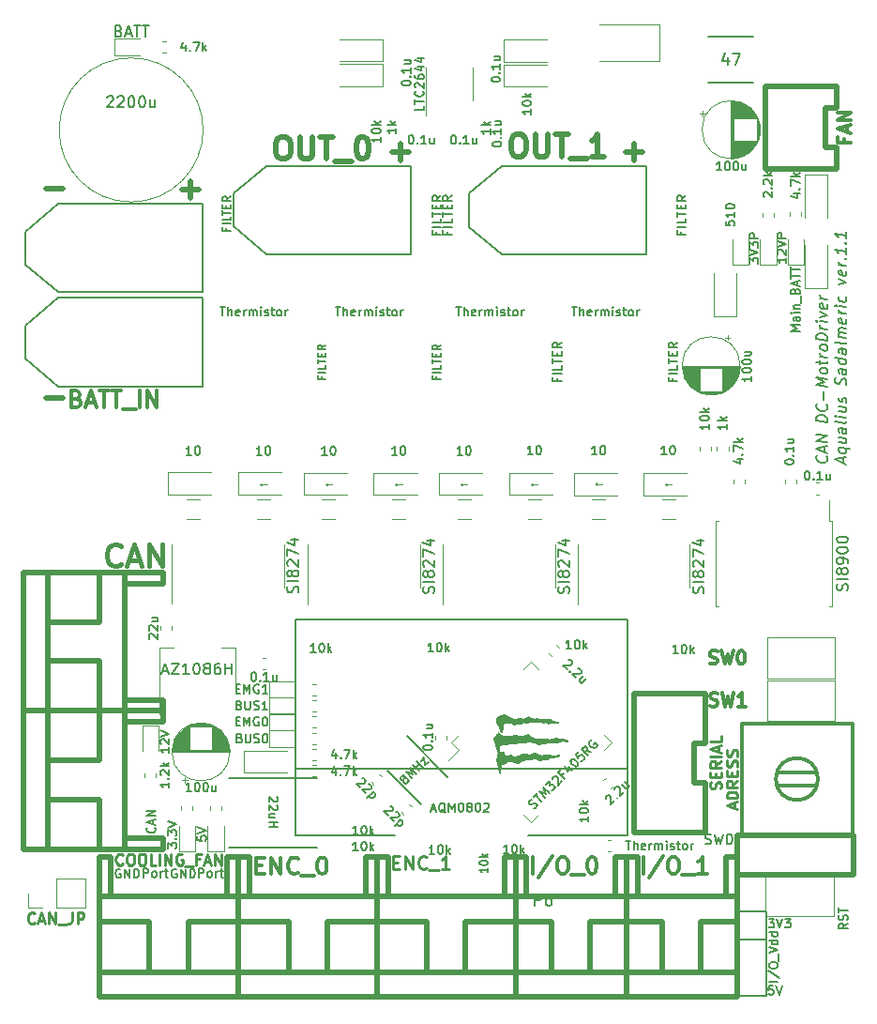
<source format=gbr>
G04 #@! TF.GenerationSoftware,KiCad,Pcbnew,(5.1.5)-3*
G04 #@! TF.CreationDate,2020-03-29T19:42:03+09:00*
G04 #@! TF.ProjectId,SteerMD,53746565-724d-4442-9e6b-696361645f70,rev?*
G04 #@! TF.SameCoordinates,Original*
G04 #@! TF.FileFunction,Legend,Top*
G04 #@! TF.FilePolarity,Positive*
%FSLAX46Y46*%
G04 Gerber Fmt 4.6, Leading zero omitted, Abs format (unit mm)*
G04 Created by KiCad (PCBNEW (5.1.5)-3) date 2020-03-29 19:42:03*
%MOMM*%
%LPD*%
G04 APERTURE LIST*
%ADD10C,0.500000*%
%ADD11C,0.150000*%
%ADD12C,0.100000*%
%ADD13C,0.250000*%
%ADD14C,0.200000*%
%ADD15C,0.120000*%
%ADD16C,0.300000*%
%ADD17C,0.010000*%
%ADD18C,0.400000*%
%ADD19C,0.375000*%
G04 APERTURE END LIST*
D10*
X76061904Y-85057142D02*
X74538095Y-85057142D01*
X76061904Y-66157142D02*
X74538095Y-66157142D01*
D11*
X139809523Y-132011904D02*
X140304761Y-132011904D01*
X140038095Y-132316666D01*
X140152380Y-132316666D01*
X140228571Y-132354761D01*
X140266666Y-132392857D01*
X140304761Y-132469047D01*
X140304761Y-132659523D01*
X140266666Y-132735714D01*
X140228571Y-132773809D01*
X140152380Y-132811904D01*
X139923809Y-132811904D01*
X139847619Y-132773809D01*
X139809523Y-132735714D01*
X140533333Y-132011904D02*
X140800000Y-132811904D01*
X141066666Y-132011904D01*
X141257142Y-132011904D02*
X141752380Y-132011904D01*
X141485714Y-132316666D01*
X141600000Y-132316666D01*
X141676190Y-132354761D01*
X141714285Y-132392857D01*
X141752380Y-132469047D01*
X141752380Y-132659523D01*
X141714285Y-132735714D01*
X141676190Y-132773809D01*
X141600000Y-132811904D01*
X141371428Y-132811904D01*
X141295238Y-132773809D01*
X141257142Y-132735714D01*
X140197619Y-138061904D02*
X139816666Y-138061904D01*
X139778571Y-138442857D01*
X139816666Y-138404761D01*
X139892857Y-138366666D01*
X140083333Y-138366666D01*
X140159523Y-138404761D01*
X140197619Y-138442857D01*
X140235714Y-138519047D01*
X140235714Y-138709523D01*
X140197619Y-138785714D01*
X140159523Y-138823809D01*
X140083333Y-138861904D01*
X139892857Y-138861904D01*
X139816666Y-138823809D01*
X139778571Y-138785714D01*
X140464285Y-138061904D02*
X140730952Y-138861904D01*
X140997619Y-138061904D01*
D12*
X131054761Y-92782142D02*
X130445238Y-92782142D01*
X130597619Y-92934523D02*
X130445238Y-92782142D01*
X130597619Y-92629761D01*
X124754761Y-92782142D02*
X124145238Y-92782142D01*
X124297619Y-92934523D02*
X124145238Y-92782142D01*
X124297619Y-92629761D01*
X118954761Y-92782142D02*
X118345238Y-92782142D01*
X118497619Y-92934523D02*
X118345238Y-92782142D01*
X118497619Y-92629761D01*
X112604761Y-92782142D02*
X111995238Y-92782142D01*
X112147619Y-92934523D02*
X111995238Y-92782142D01*
X112147619Y-92629761D01*
X106704761Y-92782142D02*
X106095238Y-92782142D01*
X106247619Y-92934523D02*
X106095238Y-92782142D01*
X106247619Y-92629761D01*
X100404761Y-92782142D02*
X99795238Y-92782142D01*
X99947619Y-92934523D02*
X99795238Y-92782142D01*
X99947619Y-92629761D01*
X94504761Y-92782142D02*
X93895238Y-92782142D01*
X94047619Y-92934523D02*
X93895238Y-92782142D01*
X94047619Y-92629761D01*
D11*
X86340476Y-127550000D02*
X86264285Y-127511904D01*
X86150000Y-127511904D01*
X86035714Y-127550000D01*
X85959523Y-127626190D01*
X85921428Y-127702380D01*
X85883333Y-127854761D01*
X85883333Y-127969047D01*
X85921428Y-128121428D01*
X85959523Y-128197619D01*
X86035714Y-128273809D01*
X86150000Y-128311904D01*
X86226190Y-128311904D01*
X86340476Y-128273809D01*
X86378571Y-128235714D01*
X86378571Y-127969047D01*
X86226190Y-127969047D01*
X86721428Y-128311904D02*
X86721428Y-127511904D01*
X87178571Y-128311904D01*
X87178571Y-127511904D01*
X87559523Y-128311904D02*
X87559523Y-127511904D01*
X87750000Y-127511904D01*
X87864285Y-127550000D01*
X87940476Y-127626190D01*
X87978571Y-127702380D01*
X88016666Y-127854761D01*
X88016666Y-127969047D01*
X87978571Y-128121428D01*
X87940476Y-128197619D01*
X87864285Y-128273809D01*
X87750000Y-128311904D01*
X87559523Y-128311904D01*
X88352380Y-128261904D02*
X88352380Y-127461904D01*
X88657142Y-127461904D01*
X88733333Y-127500000D01*
X88771428Y-127538095D01*
X88809523Y-127614285D01*
X88809523Y-127728571D01*
X88771428Y-127804761D01*
X88733333Y-127842857D01*
X88657142Y-127880952D01*
X88352380Y-127880952D01*
X89266666Y-128261904D02*
X89190476Y-128223809D01*
X89152380Y-128185714D01*
X89114285Y-128109523D01*
X89114285Y-127880952D01*
X89152380Y-127804761D01*
X89190476Y-127766666D01*
X89266666Y-127728571D01*
X89380952Y-127728571D01*
X89457142Y-127766666D01*
X89495238Y-127804761D01*
X89533333Y-127880952D01*
X89533333Y-128109523D01*
X89495238Y-128185714D01*
X89457142Y-128223809D01*
X89380952Y-128261904D01*
X89266666Y-128261904D01*
X89876190Y-128261904D02*
X89876190Y-127728571D01*
X89876190Y-127880952D02*
X89914285Y-127804761D01*
X89952380Y-127766666D01*
X90028571Y-127728571D01*
X90104761Y-127728571D01*
X90257142Y-127728571D02*
X90561904Y-127728571D01*
X90371428Y-127461904D02*
X90371428Y-128147619D01*
X90409523Y-128223809D01*
X90485714Y-128261904D01*
X90561904Y-128261904D01*
X83352380Y-128261904D02*
X83352380Y-127461904D01*
X83657142Y-127461904D01*
X83733333Y-127500000D01*
X83771428Y-127538095D01*
X83809523Y-127614285D01*
X83809523Y-127728571D01*
X83771428Y-127804761D01*
X83733333Y-127842857D01*
X83657142Y-127880952D01*
X83352380Y-127880952D01*
X84266666Y-128261904D02*
X84190476Y-128223809D01*
X84152380Y-128185714D01*
X84114285Y-128109523D01*
X84114285Y-127880952D01*
X84152380Y-127804761D01*
X84190476Y-127766666D01*
X84266666Y-127728571D01*
X84380952Y-127728571D01*
X84457142Y-127766666D01*
X84495238Y-127804761D01*
X84533333Y-127880952D01*
X84533333Y-128109523D01*
X84495238Y-128185714D01*
X84457142Y-128223809D01*
X84380952Y-128261904D01*
X84266666Y-128261904D01*
X84876190Y-128261904D02*
X84876190Y-127728571D01*
X84876190Y-127880952D02*
X84914285Y-127804761D01*
X84952380Y-127766666D01*
X85028571Y-127728571D01*
X85104761Y-127728571D01*
X85257142Y-127728571D02*
X85561904Y-127728571D01*
X85371428Y-127461904D02*
X85371428Y-128147619D01*
X85409523Y-128223809D01*
X85485714Y-128261904D01*
X85561904Y-128261904D01*
X81290476Y-127550000D02*
X81214285Y-127511904D01*
X81100000Y-127511904D01*
X80985714Y-127550000D01*
X80909523Y-127626190D01*
X80871428Y-127702380D01*
X80833333Y-127854761D01*
X80833333Y-127969047D01*
X80871428Y-128121428D01*
X80909523Y-128197619D01*
X80985714Y-128273809D01*
X81100000Y-128311904D01*
X81176190Y-128311904D01*
X81290476Y-128273809D01*
X81328571Y-128235714D01*
X81328571Y-127969047D01*
X81176190Y-127969047D01*
X81671428Y-128311904D02*
X81671428Y-127511904D01*
X82128571Y-128311904D01*
X82128571Y-127511904D01*
X82509523Y-128311904D02*
X82509523Y-127511904D01*
X82700000Y-127511904D01*
X82814285Y-127550000D01*
X82890476Y-127626190D01*
X82928571Y-127702380D01*
X82966666Y-127854761D01*
X82966666Y-127969047D01*
X82928571Y-128121428D01*
X82890476Y-128197619D01*
X82814285Y-128273809D01*
X82700000Y-128311904D01*
X82509523Y-128311904D01*
D13*
X81483333Y-127057142D02*
X81435714Y-127104761D01*
X81292857Y-127152380D01*
X81197619Y-127152380D01*
X81054761Y-127104761D01*
X80959523Y-127009523D01*
X80911904Y-126914285D01*
X80864285Y-126723809D01*
X80864285Y-126580952D01*
X80911904Y-126390476D01*
X80959523Y-126295238D01*
X81054761Y-126200000D01*
X81197619Y-126152380D01*
X81292857Y-126152380D01*
X81435714Y-126200000D01*
X81483333Y-126247619D01*
X82102380Y-126152380D02*
X82292857Y-126152380D01*
X82388095Y-126200000D01*
X82483333Y-126295238D01*
X82530952Y-126485714D01*
X82530952Y-126819047D01*
X82483333Y-127009523D01*
X82388095Y-127104761D01*
X82292857Y-127152380D01*
X82102380Y-127152380D01*
X82007142Y-127104761D01*
X81911904Y-127009523D01*
X81864285Y-126819047D01*
X81864285Y-126485714D01*
X81911904Y-126295238D01*
X82007142Y-126200000D01*
X82102380Y-126152380D01*
X83150000Y-126152380D02*
X83340476Y-126152380D01*
X83435714Y-126200000D01*
X83530952Y-126295238D01*
X83578571Y-126485714D01*
X83578571Y-126819047D01*
X83530952Y-127009523D01*
X83435714Y-127104761D01*
X83340476Y-127152380D01*
X83150000Y-127152380D01*
X83054761Y-127104761D01*
X82959523Y-127009523D01*
X82911904Y-126819047D01*
X82911904Y-126485714D01*
X82959523Y-126295238D01*
X83054761Y-126200000D01*
X83150000Y-126152380D01*
X84483333Y-127152380D02*
X84007142Y-127152380D01*
X84007142Y-126152380D01*
X84816666Y-127152380D02*
X84816666Y-126152380D01*
X85292857Y-127152380D02*
X85292857Y-126152380D01*
X85864285Y-127152380D01*
X85864285Y-126152380D01*
X86864285Y-126200000D02*
X86769047Y-126152380D01*
X86626190Y-126152380D01*
X86483333Y-126200000D01*
X86388095Y-126295238D01*
X86340476Y-126390476D01*
X86292857Y-126580952D01*
X86292857Y-126723809D01*
X86340476Y-126914285D01*
X86388095Y-127009523D01*
X86483333Y-127104761D01*
X86626190Y-127152380D01*
X86721428Y-127152380D01*
X86864285Y-127104761D01*
X86911904Y-127057142D01*
X86911904Y-126723809D01*
X86721428Y-126723809D01*
X87102380Y-127247619D02*
X87864285Y-127247619D01*
X88435714Y-126628571D02*
X88102380Y-126628571D01*
X88102380Y-127152380D02*
X88102380Y-126152380D01*
X88578571Y-126152380D01*
X88911904Y-126866666D02*
X89388095Y-126866666D01*
X88816666Y-127152380D02*
X89150000Y-126152380D01*
X89483333Y-127152380D01*
X89816666Y-127152380D02*
X89816666Y-126152380D01*
X90388095Y-127152380D01*
X90388095Y-126152380D01*
D14*
X145007142Y-90292619D02*
X145054761Y-90346190D01*
X145102380Y-90495000D01*
X145102380Y-90590238D01*
X145054761Y-90727142D01*
X144959523Y-90810476D01*
X144864285Y-90846190D01*
X144673809Y-90870000D01*
X144530952Y-90852142D01*
X144340476Y-90780714D01*
X144245238Y-90721190D01*
X144150000Y-90614047D01*
X144102380Y-90465238D01*
X144102380Y-90370000D01*
X144150000Y-90233095D01*
X144197619Y-90191428D01*
X144816666Y-89887857D02*
X144816666Y-89411666D01*
X145102380Y-90018809D02*
X144102380Y-89560476D01*
X145102380Y-89352142D01*
X145102380Y-89018809D02*
X144102380Y-88893809D01*
X145102380Y-88447380D01*
X144102380Y-88322380D01*
X145102380Y-87209285D02*
X144102380Y-87084285D01*
X144102380Y-86846190D01*
X144150000Y-86709285D01*
X144245238Y-86625952D01*
X144340476Y-86590238D01*
X144530952Y-86566428D01*
X144673809Y-86584285D01*
X144864285Y-86655714D01*
X144959523Y-86715238D01*
X145054761Y-86822380D01*
X145102380Y-86971190D01*
X145102380Y-87209285D01*
X145007142Y-85625952D02*
X145054761Y-85679523D01*
X145102380Y-85828333D01*
X145102380Y-85923571D01*
X145054761Y-86060476D01*
X144959523Y-86143809D01*
X144864285Y-86179523D01*
X144673809Y-86203333D01*
X144530952Y-86185476D01*
X144340476Y-86114047D01*
X144245238Y-86054523D01*
X144150000Y-85947380D01*
X144102380Y-85798571D01*
X144102380Y-85703333D01*
X144150000Y-85566428D01*
X144197619Y-85524761D01*
X144721428Y-85161666D02*
X144721428Y-84399761D01*
X145102380Y-83971190D02*
X144102380Y-83846190D01*
X144816666Y-83602142D01*
X144102380Y-83179523D01*
X145102380Y-83304523D01*
X145102380Y-82685476D02*
X145054761Y-82774761D01*
X145007142Y-82816428D01*
X144911904Y-82852142D01*
X144626190Y-82816428D01*
X144530952Y-82756904D01*
X144483333Y-82703333D01*
X144435714Y-82602142D01*
X144435714Y-82459285D01*
X144483333Y-82370000D01*
X144530952Y-82328333D01*
X144626190Y-82292619D01*
X144911904Y-82328333D01*
X145007142Y-82387857D01*
X145054761Y-82441428D01*
X145102380Y-82542619D01*
X145102380Y-82685476D01*
X144435714Y-81983095D02*
X144435714Y-81602142D01*
X144102380Y-81798571D02*
X144959523Y-81905714D01*
X145054761Y-81870000D01*
X145102380Y-81780714D01*
X145102380Y-81685476D01*
X145102380Y-81352142D02*
X144435714Y-81268809D01*
X144626190Y-81292619D02*
X144530952Y-81233095D01*
X144483333Y-81179523D01*
X144435714Y-81078333D01*
X144435714Y-80983095D01*
X145102380Y-80590238D02*
X145054761Y-80679523D01*
X145007142Y-80721190D01*
X144911904Y-80756904D01*
X144626190Y-80721190D01*
X144530952Y-80661666D01*
X144483333Y-80608095D01*
X144435714Y-80506904D01*
X144435714Y-80364047D01*
X144483333Y-80274761D01*
X144530952Y-80233095D01*
X144626190Y-80197380D01*
X144911904Y-80233095D01*
X145007142Y-80292619D01*
X145054761Y-80346190D01*
X145102380Y-80447380D01*
X145102380Y-80590238D01*
X145102380Y-79828333D02*
X144102380Y-79703333D01*
X144102380Y-79465238D01*
X144150000Y-79328333D01*
X144245238Y-79245000D01*
X144340476Y-79209285D01*
X144530952Y-79185476D01*
X144673809Y-79203333D01*
X144864285Y-79274761D01*
X144959523Y-79334285D01*
X145054761Y-79441428D01*
X145102380Y-79590238D01*
X145102380Y-79828333D01*
X145102380Y-78828333D02*
X144435714Y-78745000D01*
X144626190Y-78768809D02*
X144530952Y-78709285D01*
X144483333Y-78655714D01*
X144435714Y-78554523D01*
X144435714Y-78459285D01*
X145102380Y-78209285D02*
X144435714Y-78125952D01*
X144102380Y-78084285D02*
X144150000Y-78137857D01*
X144197619Y-78096190D01*
X144150000Y-78042619D01*
X144102380Y-78084285D01*
X144197619Y-78096190D01*
X144435714Y-77745000D02*
X145102380Y-77590238D01*
X144435714Y-77268809D01*
X145054761Y-76584285D02*
X145102380Y-76685476D01*
X145102380Y-76875952D01*
X145054761Y-76965238D01*
X144959523Y-77000952D01*
X144578571Y-76953333D01*
X144483333Y-76893809D01*
X144435714Y-76792619D01*
X144435714Y-76602142D01*
X144483333Y-76512857D01*
X144578571Y-76477142D01*
X144673809Y-76489047D01*
X144769047Y-76977142D01*
X145102380Y-76114047D02*
X144435714Y-76030714D01*
X144626190Y-76054523D02*
X144530952Y-75995000D01*
X144483333Y-75941428D01*
X144435714Y-75840238D01*
X144435714Y-75745000D01*
X146516666Y-90887857D02*
X146516666Y-90411666D01*
X146802380Y-91018809D02*
X145802380Y-90560476D01*
X146802380Y-90352142D01*
X146135714Y-89506904D02*
X147135714Y-89631904D01*
X146754761Y-89584285D02*
X146802380Y-89685476D01*
X146802380Y-89875952D01*
X146754761Y-89965238D01*
X146707142Y-90006904D01*
X146611904Y-90042619D01*
X146326190Y-90006904D01*
X146230952Y-89947380D01*
X146183333Y-89893809D01*
X146135714Y-89792619D01*
X146135714Y-89602142D01*
X146183333Y-89512857D01*
X146135714Y-88602142D02*
X146802380Y-88685476D01*
X146135714Y-89030714D02*
X146659523Y-89096190D01*
X146754761Y-89060476D01*
X146802380Y-88971190D01*
X146802380Y-88828333D01*
X146754761Y-88727142D01*
X146707142Y-88673571D01*
X146802380Y-87780714D02*
X146278571Y-87715238D01*
X146183333Y-87750952D01*
X146135714Y-87840238D01*
X146135714Y-88030714D01*
X146183333Y-88131904D01*
X146754761Y-87774761D02*
X146802380Y-87875952D01*
X146802380Y-88114047D01*
X146754761Y-88203333D01*
X146659523Y-88239047D01*
X146564285Y-88227142D01*
X146469047Y-88167619D01*
X146421428Y-88066428D01*
X146421428Y-87828333D01*
X146373809Y-87727142D01*
X146802380Y-87161666D02*
X146754761Y-87250952D01*
X146659523Y-87286666D01*
X145802380Y-87179523D01*
X146802380Y-86780714D02*
X146135714Y-86697380D01*
X145802380Y-86655714D02*
X145850000Y-86709285D01*
X145897619Y-86667619D01*
X145850000Y-86614047D01*
X145802380Y-86655714D01*
X145897619Y-86667619D01*
X146135714Y-85792619D02*
X146802380Y-85875952D01*
X146135714Y-86221190D02*
X146659523Y-86286666D01*
X146754761Y-86250952D01*
X146802380Y-86161666D01*
X146802380Y-86018809D01*
X146754761Y-85917619D01*
X146707142Y-85864047D01*
X146754761Y-85441428D02*
X146802380Y-85352142D01*
X146802380Y-85161666D01*
X146754761Y-85060476D01*
X146659523Y-85000952D01*
X146611904Y-84995000D01*
X146516666Y-85030714D01*
X146469047Y-85120000D01*
X146469047Y-85262857D01*
X146421428Y-85352142D01*
X146326190Y-85387857D01*
X146278571Y-85381904D01*
X146183333Y-85322380D01*
X146135714Y-85221190D01*
X146135714Y-85078333D01*
X146183333Y-84989047D01*
X146754761Y-83870000D02*
X146802380Y-83733095D01*
X146802380Y-83495000D01*
X146754761Y-83393809D01*
X146707142Y-83340238D01*
X146611904Y-83280714D01*
X146516666Y-83268809D01*
X146421428Y-83304523D01*
X146373809Y-83346190D01*
X146326190Y-83435476D01*
X146278571Y-83620000D01*
X146230952Y-83709285D01*
X146183333Y-83750952D01*
X146088095Y-83786666D01*
X145992857Y-83774761D01*
X145897619Y-83715238D01*
X145850000Y-83661666D01*
X145802380Y-83560476D01*
X145802380Y-83322380D01*
X145850000Y-83185476D01*
X146802380Y-82447380D02*
X146278571Y-82381904D01*
X146183333Y-82417619D01*
X146135714Y-82506904D01*
X146135714Y-82697380D01*
X146183333Y-82798571D01*
X146754761Y-82441428D02*
X146802380Y-82542619D01*
X146802380Y-82780714D01*
X146754761Y-82870000D01*
X146659523Y-82905714D01*
X146564285Y-82893809D01*
X146469047Y-82834285D01*
X146421428Y-82733095D01*
X146421428Y-82495000D01*
X146373809Y-82393809D01*
X146802380Y-81542619D02*
X145802380Y-81417619D01*
X146754761Y-81536666D02*
X146802380Y-81637857D01*
X146802380Y-81828333D01*
X146754761Y-81917619D01*
X146707142Y-81959285D01*
X146611904Y-81995000D01*
X146326190Y-81959285D01*
X146230952Y-81899761D01*
X146183333Y-81846190D01*
X146135714Y-81745000D01*
X146135714Y-81554523D01*
X146183333Y-81465238D01*
X146802380Y-80637857D02*
X146278571Y-80572380D01*
X146183333Y-80608095D01*
X146135714Y-80697380D01*
X146135714Y-80887857D01*
X146183333Y-80989047D01*
X146754761Y-80631904D02*
X146802380Y-80733095D01*
X146802380Y-80971190D01*
X146754761Y-81060476D01*
X146659523Y-81096190D01*
X146564285Y-81084285D01*
X146469047Y-81024761D01*
X146421428Y-80923571D01*
X146421428Y-80685476D01*
X146373809Y-80584285D01*
X146802380Y-80018809D02*
X146754761Y-80108095D01*
X146659523Y-80143809D01*
X145802380Y-80036666D01*
X146802380Y-79637857D02*
X146135714Y-79554523D01*
X146230952Y-79566428D02*
X146183333Y-79512857D01*
X146135714Y-79411666D01*
X146135714Y-79268809D01*
X146183333Y-79179523D01*
X146278571Y-79143809D01*
X146802380Y-79209285D01*
X146278571Y-79143809D02*
X146183333Y-79084285D01*
X146135714Y-78983095D01*
X146135714Y-78840238D01*
X146183333Y-78750952D01*
X146278571Y-78715238D01*
X146802380Y-78780714D01*
X146754761Y-77917619D02*
X146802380Y-78018809D01*
X146802380Y-78209285D01*
X146754761Y-78298571D01*
X146659523Y-78334285D01*
X146278571Y-78286666D01*
X146183333Y-78227142D01*
X146135714Y-78125952D01*
X146135714Y-77935476D01*
X146183333Y-77846190D01*
X146278571Y-77810476D01*
X146373809Y-77822380D01*
X146469047Y-78310476D01*
X146802380Y-77447380D02*
X146135714Y-77364047D01*
X146326190Y-77387857D02*
X146230952Y-77328333D01*
X146183333Y-77274761D01*
X146135714Y-77173571D01*
X146135714Y-77078333D01*
X146802380Y-76828333D02*
X146135714Y-76745000D01*
X145802380Y-76703333D02*
X145850000Y-76756904D01*
X145897619Y-76715238D01*
X145850000Y-76661666D01*
X145802380Y-76703333D01*
X145897619Y-76715238D01*
X146754761Y-75917619D02*
X146802380Y-76018809D01*
X146802380Y-76209285D01*
X146754761Y-76298571D01*
X146707142Y-76340238D01*
X146611904Y-76375952D01*
X146326190Y-76340238D01*
X146230952Y-76280714D01*
X146183333Y-76227142D01*
X146135714Y-76125952D01*
X146135714Y-75935476D01*
X146183333Y-75846190D01*
X146135714Y-74745000D02*
X146802380Y-74590238D01*
X146135714Y-74268809D01*
X146754761Y-73584285D02*
X146802380Y-73685476D01*
X146802380Y-73875952D01*
X146754761Y-73965238D01*
X146659523Y-74000952D01*
X146278571Y-73953333D01*
X146183333Y-73893809D01*
X146135714Y-73792619D01*
X146135714Y-73602142D01*
X146183333Y-73512857D01*
X146278571Y-73477142D01*
X146373809Y-73489047D01*
X146469047Y-73977142D01*
X146802380Y-73114047D02*
X146135714Y-73030714D01*
X146326190Y-73054523D02*
X146230952Y-72995000D01*
X146183333Y-72941428D01*
X146135714Y-72840238D01*
X146135714Y-72745000D01*
X146707142Y-72483095D02*
X146754761Y-72441428D01*
X146802380Y-72495000D01*
X146754761Y-72536666D01*
X146707142Y-72483095D01*
X146802380Y-72495000D01*
X146802380Y-71495000D02*
X146802380Y-72066428D01*
X146802380Y-71780714D02*
X145802380Y-71655714D01*
X145945238Y-71768809D01*
X146040476Y-71875952D01*
X146088095Y-71977142D01*
X146707142Y-71054523D02*
X146754761Y-71012857D01*
X146802380Y-71066428D01*
X146754761Y-71108095D01*
X146707142Y-71054523D01*
X146802380Y-71066428D01*
X146802380Y-70066428D02*
X146802380Y-70637857D01*
X146802380Y-70352142D02*
X145802380Y-70227142D01*
X145945238Y-70340238D01*
X146040476Y-70447380D01*
X146088095Y-70548571D01*
D10*
X127607142Y-62088095D02*
X127607142Y-63611904D01*
X126845238Y-62850000D02*
X128369047Y-62850000D01*
X106607142Y-62088095D02*
X106607142Y-63611904D01*
X105845238Y-62850000D02*
X107369047Y-62850000D01*
X87592857Y-67011904D02*
X87592857Y-65488095D01*
X88354761Y-66250000D02*
X86830952Y-66250000D01*
D15*
X124904880Y-116746751D02*
X125576631Y-116075000D01*
X125576631Y-116075000D02*
X124904880Y-115403249D01*
X119021751Y-122629880D02*
X118350000Y-123301631D01*
X118350000Y-123301631D02*
X117678249Y-122629880D01*
X117678249Y-109520120D02*
X118350000Y-108848369D01*
X118350000Y-108848369D02*
X119021751Y-109520120D01*
X111795120Y-115403249D02*
X111123369Y-116075000D01*
X111123369Y-116075000D02*
X111795120Y-116746751D01*
X111795120Y-116746751D02*
X110847597Y-117694275D01*
D11*
X128750000Y-64100000D02*
X128750000Y-72100000D01*
X112750000Y-66600000D02*
X112750000Y-69600000D01*
X115750000Y-64100000D02*
X128750000Y-64100000D01*
X112750000Y-66600000D02*
X115750000Y-64100000D01*
X115750000Y-72100000D02*
X128750000Y-72100000D01*
X112750000Y-69600000D02*
X115750000Y-72100000D01*
X107500000Y-64075000D02*
X107500000Y-72075000D01*
X91500000Y-66575000D02*
X91500000Y-69575000D01*
X94500000Y-64075000D02*
X107500000Y-64075000D01*
X91500000Y-66575000D02*
X94500000Y-64075000D01*
X94500000Y-72075000D02*
X107500000Y-72075000D01*
X91500000Y-69575000D02*
X94500000Y-72075000D01*
D16*
X144250000Y-119400000D02*
G75*
G03X144250000Y-119400000I-1900000J0D01*
G01*
X144150000Y-118800000D02*
X140650000Y-118800000D01*
X144150000Y-120000000D02*
X140550000Y-120000000D01*
X147350000Y-124400000D02*
X137350000Y-124400000D01*
X137350000Y-124400000D02*
X137350000Y-114400000D01*
X137350000Y-114400000D02*
X147350000Y-114400000D01*
X147350000Y-114400000D02*
X147350000Y-124400000D01*
D14*
X97050000Y-118500000D02*
X127050000Y-118500000D01*
X97050000Y-124500000D02*
X97050000Y-105000000D01*
X97050000Y-105000000D02*
X127050000Y-105000000D01*
X127050000Y-105000000D02*
X127050000Y-124500000D01*
X118050000Y-124500000D02*
X127050000Y-124500000D01*
X106050000Y-124500000D02*
X97050000Y-124500000D01*
D10*
X91900000Y-126450000D02*
X90900000Y-126450000D01*
X90900000Y-126450000D02*
X90900000Y-129950000D01*
X79400000Y-126450000D02*
X80400000Y-126450000D01*
X80400000Y-126450000D02*
X80400000Y-129950000D01*
X91900000Y-129950000D02*
X79400000Y-129950000D01*
X87400000Y-132250000D02*
X91900000Y-132250000D01*
X83900000Y-132250000D02*
X79400000Y-132250000D01*
X87400000Y-132250000D02*
X87400000Y-136850000D01*
X83900000Y-132250000D02*
X83900000Y-136850000D01*
X79400000Y-136850000D02*
X91900000Y-136850000D01*
X91900000Y-126450000D02*
X91900000Y-139050000D01*
X91900000Y-139050000D02*
X79400000Y-139050000D01*
X79400000Y-126450000D02*
X79400000Y-139050000D01*
D15*
X134990000Y-99950000D02*
X134990000Y-103810000D01*
X134990000Y-103810000D02*
X135245000Y-103810000D01*
X134990000Y-99950000D02*
X134990000Y-96090000D01*
X134990000Y-96090000D02*
X135245000Y-96090000D01*
X145510000Y-99950000D02*
X145510000Y-103810000D01*
X145510000Y-103810000D02*
X145255000Y-103810000D01*
X145510000Y-99950000D02*
X145510000Y-96090000D01*
X145510000Y-96090000D02*
X145255000Y-96090000D01*
X145255000Y-96090000D02*
X145255000Y-94275000D01*
D10*
X85150000Y-125750000D02*
X85150000Y-124750000D01*
X85150000Y-124750000D02*
X81650000Y-124750000D01*
X85150000Y-113250000D02*
X85150000Y-114250000D01*
X85150000Y-114250000D02*
X81650000Y-114250000D01*
X81650000Y-125750000D02*
X81650000Y-113250000D01*
X79350000Y-121250000D02*
X79350000Y-125750000D01*
X79350000Y-117750000D02*
X79350000Y-113250000D01*
X79350000Y-121250000D02*
X74750000Y-121250000D01*
X79350000Y-117750000D02*
X74750000Y-117750000D01*
X74750000Y-113250000D02*
X74750000Y-125750000D01*
X85150000Y-125750000D02*
X72550000Y-125750000D01*
X72550000Y-125750000D02*
X72550000Y-113250000D01*
X85150000Y-113250000D02*
X72550000Y-113250000D01*
X85150000Y-100750000D02*
X72550000Y-100750000D01*
X72550000Y-113250000D02*
X72550000Y-100750000D01*
X85150000Y-113250000D02*
X72550000Y-113250000D01*
X74750000Y-100750000D02*
X74750000Y-113250000D01*
X79350000Y-105250000D02*
X74750000Y-105250000D01*
X79350000Y-108750000D02*
X74750000Y-108750000D01*
X79350000Y-105250000D02*
X79350000Y-100750000D01*
X79350000Y-108750000D02*
X79350000Y-113250000D01*
X81650000Y-113250000D02*
X81650000Y-100750000D01*
X85150000Y-101750000D02*
X81650000Y-101750000D01*
X85150000Y-100750000D02*
X85150000Y-101750000D01*
X85150000Y-112250000D02*
X81650000Y-112250000D01*
X85150000Y-113250000D02*
X85150000Y-112250000D01*
X91950000Y-126450000D02*
X91950000Y-139050000D01*
X104450000Y-139050000D02*
X91950000Y-139050000D01*
X104450000Y-126450000D02*
X104450000Y-139050000D01*
X91950000Y-136850000D02*
X104450000Y-136850000D01*
X96450000Y-132250000D02*
X96450000Y-136850000D01*
X99950000Y-132250000D02*
X99950000Y-136850000D01*
X96450000Y-132250000D02*
X91950000Y-132250000D01*
X99950000Y-132250000D02*
X104450000Y-132250000D01*
X104450000Y-129950000D02*
X91950000Y-129950000D01*
X92950000Y-126450000D02*
X92950000Y-129950000D01*
X91950000Y-126450000D02*
X92950000Y-126450000D01*
X103450000Y-126450000D02*
X103450000Y-129950000D01*
X104450000Y-126450000D02*
X103450000Y-126450000D01*
X116950000Y-126450000D02*
X115950000Y-126450000D01*
X115950000Y-126450000D02*
X115950000Y-129950000D01*
X104450000Y-126450000D02*
X105450000Y-126450000D01*
X105450000Y-126450000D02*
X105450000Y-129950000D01*
X116950000Y-129950000D02*
X104450000Y-129950000D01*
X112450000Y-132250000D02*
X116950000Y-132250000D01*
X108950000Y-132250000D02*
X104450000Y-132250000D01*
X112450000Y-132250000D02*
X112450000Y-136850000D01*
X108950000Y-132250000D02*
X108950000Y-136850000D01*
X104450000Y-136850000D02*
X116950000Y-136850000D01*
X116950000Y-126450000D02*
X116950000Y-139050000D01*
X116950000Y-139050000D02*
X104450000Y-139050000D01*
X104450000Y-126450000D02*
X104450000Y-139050000D01*
X139500000Y-56900000D02*
X139500000Y-64400000D01*
X145900000Y-56900000D02*
X139500000Y-56900000D01*
X139500000Y-64400000D02*
X145900000Y-64400000D01*
X145900000Y-58900000D02*
X145900000Y-56900000D01*
X144900000Y-58900000D02*
X145900000Y-58900000D01*
X144900000Y-62400000D02*
X144900000Y-58900000D01*
X145900000Y-62400000D02*
X144900000Y-62400000D01*
X145900000Y-64400000D02*
X145900000Y-62400000D01*
X134075000Y-124200000D02*
X134075000Y-119700000D01*
X134075000Y-119700000D02*
X133075000Y-119700000D01*
X133075000Y-119700000D02*
X133075000Y-116200000D01*
X133075000Y-116200000D02*
X134075000Y-116200000D01*
X134075000Y-116200000D02*
X134075000Y-111700000D01*
X127675000Y-111700000D02*
X127675000Y-124200000D01*
X134075000Y-111700000D02*
X127675000Y-111700000D01*
X127675000Y-124200000D02*
X134075000Y-124200000D01*
X136950000Y-124500000D02*
X136950000Y-128000000D01*
X147450000Y-124500000D02*
X136950000Y-124500000D01*
X147450000Y-128000000D02*
X136950000Y-128000000D01*
X147450000Y-128000000D02*
X147450000Y-124500000D01*
D11*
X72700000Y-81500000D02*
X75700000Y-84000000D01*
X75700000Y-84000000D02*
X88700000Y-84000000D01*
X72700000Y-78500000D02*
X75700000Y-76000000D01*
X75700000Y-76000000D02*
X88700000Y-76000000D01*
X72700000Y-78500000D02*
X72700000Y-81500000D01*
X88700000Y-76000000D02*
X88700000Y-84000000D01*
X88700000Y-67500000D02*
X88700000Y-75500000D01*
X72700000Y-70000000D02*
X72700000Y-73000000D01*
X75700000Y-67500000D02*
X88700000Y-67500000D01*
X72700000Y-70000000D02*
X75700000Y-67500000D01*
X75700000Y-75500000D02*
X88700000Y-75500000D01*
X72700000Y-73000000D02*
X75700000Y-75500000D01*
D15*
X98587221Y-116690000D02*
X98912779Y-116690000D01*
X98587221Y-117710000D02*
X98912779Y-117710000D01*
D11*
X108436396Y-121665559D02*
X105395837Y-118625000D01*
X107128249Y-115549086D02*
X110840559Y-119261396D01*
D15*
X103917426Y-119663675D02*
X104147631Y-119893880D01*
X104638675Y-118942426D02*
X104868880Y-119172631D01*
X106854478Y-122600727D02*
X106624273Y-122370522D01*
X107575727Y-121879478D02*
X107345522Y-121649273D01*
X110720000Y-115487221D02*
X110720000Y-115812779D01*
X109700000Y-115487221D02*
X109700000Y-115812779D01*
X125800727Y-120020522D02*
X125570522Y-120250727D01*
X125079478Y-119299273D02*
X124849273Y-119529478D01*
X120866868Y-107538025D02*
X120628770Y-107315995D01*
X120171230Y-108284005D02*
X119933132Y-108061975D01*
X144037221Y-92690000D02*
X144362779Y-92690000D01*
X144037221Y-93710000D02*
X144362779Y-93710000D01*
X142260000Y-92712779D02*
X142260000Y-92387221D01*
X141240000Y-92712779D02*
X141240000Y-92387221D01*
X139020000Y-60825000D02*
G75*
G03X139020000Y-60825000I-2620000J0D01*
G01*
X136400000Y-58245000D02*
X136400000Y-63405000D01*
X136440000Y-58245000D02*
X136440000Y-63405000D01*
X136480000Y-58246000D02*
X136480000Y-63404000D01*
X136520000Y-58247000D02*
X136520000Y-63403000D01*
X136560000Y-58249000D02*
X136560000Y-63401000D01*
X136600000Y-58252000D02*
X136600000Y-63398000D01*
X136640000Y-58256000D02*
X136640000Y-59785000D01*
X136640000Y-61865000D02*
X136640000Y-63394000D01*
X136680000Y-58260000D02*
X136680000Y-59785000D01*
X136680000Y-61865000D02*
X136680000Y-63390000D01*
X136720000Y-58264000D02*
X136720000Y-59785000D01*
X136720000Y-61865000D02*
X136720000Y-63386000D01*
X136760000Y-58269000D02*
X136760000Y-59785000D01*
X136760000Y-61865000D02*
X136760000Y-63381000D01*
X136800000Y-58275000D02*
X136800000Y-59785000D01*
X136800000Y-61865000D02*
X136800000Y-63375000D01*
X136840000Y-58282000D02*
X136840000Y-59785000D01*
X136840000Y-61865000D02*
X136840000Y-63368000D01*
X136880000Y-58289000D02*
X136880000Y-59785000D01*
X136880000Y-61865000D02*
X136880000Y-63361000D01*
X136920000Y-58297000D02*
X136920000Y-59785000D01*
X136920000Y-61865000D02*
X136920000Y-63353000D01*
X136960000Y-58305000D02*
X136960000Y-59785000D01*
X136960000Y-61865000D02*
X136960000Y-63345000D01*
X137000000Y-58314000D02*
X137000000Y-59785000D01*
X137000000Y-61865000D02*
X137000000Y-63336000D01*
X137040000Y-58324000D02*
X137040000Y-59785000D01*
X137040000Y-61865000D02*
X137040000Y-63326000D01*
X137080000Y-58334000D02*
X137080000Y-59785000D01*
X137080000Y-61865000D02*
X137080000Y-63316000D01*
X137121000Y-58345000D02*
X137121000Y-59785000D01*
X137121000Y-61865000D02*
X137121000Y-63305000D01*
X137161000Y-58357000D02*
X137161000Y-59785000D01*
X137161000Y-61865000D02*
X137161000Y-63293000D01*
X137201000Y-58370000D02*
X137201000Y-59785000D01*
X137201000Y-61865000D02*
X137201000Y-63280000D01*
X137241000Y-58383000D02*
X137241000Y-59785000D01*
X137241000Y-61865000D02*
X137241000Y-63267000D01*
X137281000Y-58397000D02*
X137281000Y-59785000D01*
X137281000Y-61865000D02*
X137281000Y-63253000D01*
X137321000Y-58411000D02*
X137321000Y-59785000D01*
X137321000Y-61865000D02*
X137321000Y-63239000D01*
X137361000Y-58427000D02*
X137361000Y-59785000D01*
X137361000Y-61865000D02*
X137361000Y-63223000D01*
X137401000Y-58443000D02*
X137401000Y-59785000D01*
X137401000Y-61865000D02*
X137401000Y-63207000D01*
X137441000Y-58460000D02*
X137441000Y-59785000D01*
X137441000Y-61865000D02*
X137441000Y-63190000D01*
X137481000Y-58477000D02*
X137481000Y-59785000D01*
X137481000Y-61865000D02*
X137481000Y-63173000D01*
X137521000Y-58496000D02*
X137521000Y-59785000D01*
X137521000Y-61865000D02*
X137521000Y-63154000D01*
X137561000Y-58515000D02*
X137561000Y-59785000D01*
X137561000Y-61865000D02*
X137561000Y-63135000D01*
X137601000Y-58535000D02*
X137601000Y-59785000D01*
X137601000Y-61865000D02*
X137601000Y-63115000D01*
X137641000Y-58557000D02*
X137641000Y-59785000D01*
X137641000Y-61865000D02*
X137641000Y-63093000D01*
X137681000Y-58578000D02*
X137681000Y-59785000D01*
X137681000Y-61865000D02*
X137681000Y-63072000D01*
X137721000Y-58601000D02*
X137721000Y-59785000D01*
X137721000Y-61865000D02*
X137721000Y-63049000D01*
X137761000Y-58625000D02*
X137761000Y-59785000D01*
X137761000Y-61865000D02*
X137761000Y-63025000D01*
X137801000Y-58650000D02*
X137801000Y-59785000D01*
X137801000Y-61865000D02*
X137801000Y-63000000D01*
X137841000Y-58676000D02*
X137841000Y-59785000D01*
X137841000Y-61865000D02*
X137841000Y-62974000D01*
X137881000Y-58703000D02*
X137881000Y-59785000D01*
X137881000Y-61865000D02*
X137881000Y-62947000D01*
X137921000Y-58730000D02*
X137921000Y-59785000D01*
X137921000Y-61865000D02*
X137921000Y-62920000D01*
X137961000Y-58760000D02*
X137961000Y-59785000D01*
X137961000Y-61865000D02*
X137961000Y-62890000D01*
X138001000Y-58790000D02*
X138001000Y-59785000D01*
X138001000Y-61865000D02*
X138001000Y-62860000D01*
X138041000Y-58821000D02*
X138041000Y-59785000D01*
X138041000Y-61865000D02*
X138041000Y-62829000D01*
X138081000Y-58854000D02*
X138081000Y-59785000D01*
X138081000Y-61865000D02*
X138081000Y-62796000D01*
X138121000Y-58888000D02*
X138121000Y-59785000D01*
X138121000Y-61865000D02*
X138121000Y-62762000D01*
X138161000Y-58924000D02*
X138161000Y-59785000D01*
X138161000Y-61865000D02*
X138161000Y-62726000D01*
X138201000Y-58961000D02*
X138201000Y-59785000D01*
X138201000Y-61865000D02*
X138201000Y-62689000D01*
X138241000Y-58999000D02*
X138241000Y-59785000D01*
X138241000Y-61865000D02*
X138241000Y-62651000D01*
X138281000Y-59040000D02*
X138281000Y-59785000D01*
X138281000Y-61865000D02*
X138281000Y-62610000D01*
X138321000Y-59082000D02*
X138321000Y-59785000D01*
X138321000Y-61865000D02*
X138321000Y-62568000D01*
X138361000Y-59126000D02*
X138361000Y-59785000D01*
X138361000Y-61865000D02*
X138361000Y-62524000D01*
X138401000Y-59172000D02*
X138401000Y-59785000D01*
X138401000Y-61865000D02*
X138401000Y-62478000D01*
X138441000Y-59220000D02*
X138441000Y-59785000D01*
X138441000Y-61865000D02*
X138441000Y-62430000D01*
X138481000Y-59271000D02*
X138481000Y-59785000D01*
X138481000Y-61865000D02*
X138481000Y-62379000D01*
X138521000Y-59325000D02*
X138521000Y-59785000D01*
X138521000Y-61865000D02*
X138521000Y-62325000D01*
X138561000Y-59382000D02*
X138561000Y-59785000D01*
X138561000Y-61865000D02*
X138561000Y-62268000D01*
X138601000Y-59442000D02*
X138601000Y-59785000D01*
X138601000Y-61865000D02*
X138601000Y-62208000D01*
X138641000Y-59506000D02*
X138641000Y-59785000D01*
X138641000Y-61865000D02*
X138641000Y-62144000D01*
X138681000Y-59574000D02*
X138681000Y-59785000D01*
X138681000Y-61865000D02*
X138681000Y-62076000D01*
X138721000Y-59647000D02*
X138721000Y-62003000D01*
X138761000Y-59727000D02*
X138761000Y-61923000D01*
X138801000Y-59814000D02*
X138801000Y-61836000D01*
X138841000Y-59910000D02*
X138841000Y-61740000D01*
X138881000Y-60020000D02*
X138881000Y-61630000D01*
X138921000Y-60148000D02*
X138921000Y-61502000D01*
X138961000Y-60307000D02*
X138961000Y-61343000D01*
X139001000Y-60541000D02*
X139001000Y-61109000D01*
X133595225Y-59350000D02*
X134095225Y-59350000D01*
X133845225Y-59100000D02*
X133845225Y-59600000D01*
X91170000Y-116950000D02*
G75*
G03X91170000Y-116950000I-2620000J0D01*
G01*
X85970000Y-116950000D02*
X91130000Y-116950000D01*
X85970000Y-116910000D02*
X91130000Y-116910000D01*
X85971000Y-116870000D02*
X91129000Y-116870000D01*
X85972000Y-116830000D02*
X91128000Y-116830000D01*
X85974000Y-116790000D02*
X91126000Y-116790000D01*
X85977000Y-116750000D02*
X91123000Y-116750000D01*
X85981000Y-116710000D02*
X87510000Y-116710000D01*
X89590000Y-116710000D02*
X91119000Y-116710000D01*
X85985000Y-116670000D02*
X87510000Y-116670000D01*
X89590000Y-116670000D02*
X91115000Y-116670000D01*
X85989000Y-116630000D02*
X87510000Y-116630000D01*
X89590000Y-116630000D02*
X91111000Y-116630000D01*
X85994000Y-116590000D02*
X87510000Y-116590000D01*
X89590000Y-116590000D02*
X91106000Y-116590000D01*
X86000000Y-116550000D02*
X87510000Y-116550000D01*
X89590000Y-116550000D02*
X91100000Y-116550000D01*
X86007000Y-116510000D02*
X87510000Y-116510000D01*
X89590000Y-116510000D02*
X91093000Y-116510000D01*
X86014000Y-116470000D02*
X87510000Y-116470000D01*
X89590000Y-116470000D02*
X91086000Y-116470000D01*
X86022000Y-116430000D02*
X87510000Y-116430000D01*
X89590000Y-116430000D02*
X91078000Y-116430000D01*
X86030000Y-116390000D02*
X87510000Y-116390000D01*
X89590000Y-116390000D02*
X91070000Y-116390000D01*
X86039000Y-116350000D02*
X87510000Y-116350000D01*
X89590000Y-116350000D02*
X91061000Y-116350000D01*
X86049000Y-116310000D02*
X87510000Y-116310000D01*
X89590000Y-116310000D02*
X91051000Y-116310000D01*
X86059000Y-116270000D02*
X87510000Y-116270000D01*
X89590000Y-116270000D02*
X91041000Y-116270000D01*
X86070000Y-116229000D02*
X87510000Y-116229000D01*
X89590000Y-116229000D02*
X91030000Y-116229000D01*
X86082000Y-116189000D02*
X87510000Y-116189000D01*
X89590000Y-116189000D02*
X91018000Y-116189000D01*
X86095000Y-116149000D02*
X87510000Y-116149000D01*
X89590000Y-116149000D02*
X91005000Y-116149000D01*
X86108000Y-116109000D02*
X87510000Y-116109000D01*
X89590000Y-116109000D02*
X90992000Y-116109000D01*
X86122000Y-116069000D02*
X87510000Y-116069000D01*
X89590000Y-116069000D02*
X90978000Y-116069000D01*
X86136000Y-116029000D02*
X87510000Y-116029000D01*
X89590000Y-116029000D02*
X90964000Y-116029000D01*
X86152000Y-115989000D02*
X87510000Y-115989000D01*
X89590000Y-115989000D02*
X90948000Y-115989000D01*
X86168000Y-115949000D02*
X87510000Y-115949000D01*
X89590000Y-115949000D02*
X90932000Y-115949000D01*
X86185000Y-115909000D02*
X87510000Y-115909000D01*
X89590000Y-115909000D02*
X90915000Y-115909000D01*
X86202000Y-115869000D02*
X87510000Y-115869000D01*
X89590000Y-115869000D02*
X90898000Y-115869000D01*
X86221000Y-115829000D02*
X87510000Y-115829000D01*
X89590000Y-115829000D02*
X90879000Y-115829000D01*
X86240000Y-115789000D02*
X87510000Y-115789000D01*
X89590000Y-115789000D02*
X90860000Y-115789000D01*
X86260000Y-115749000D02*
X87510000Y-115749000D01*
X89590000Y-115749000D02*
X90840000Y-115749000D01*
X86282000Y-115709000D02*
X87510000Y-115709000D01*
X89590000Y-115709000D02*
X90818000Y-115709000D01*
X86303000Y-115669000D02*
X87510000Y-115669000D01*
X89590000Y-115669000D02*
X90797000Y-115669000D01*
X86326000Y-115629000D02*
X87510000Y-115629000D01*
X89590000Y-115629000D02*
X90774000Y-115629000D01*
X86350000Y-115589000D02*
X87510000Y-115589000D01*
X89590000Y-115589000D02*
X90750000Y-115589000D01*
X86375000Y-115549000D02*
X87510000Y-115549000D01*
X89590000Y-115549000D02*
X90725000Y-115549000D01*
X86401000Y-115509000D02*
X87510000Y-115509000D01*
X89590000Y-115509000D02*
X90699000Y-115509000D01*
X86428000Y-115469000D02*
X87510000Y-115469000D01*
X89590000Y-115469000D02*
X90672000Y-115469000D01*
X86455000Y-115429000D02*
X87510000Y-115429000D01*
X89590000Y-115429000D02*
X90645000Y-115429000D01*
X86485000Y-115389000D02*
X87510000Y-115389000D01*
X89590000Y-115389000D02*
X90615000Y-115389000D01*
X86515000Y-115349000D02*
X87510000Y-115349000D01*
X89590000Y-115349000D02*
X90585000Y-115349000D01*
X86546000Y-115309000D02*
X87510000Y-115309000D01*
X89590000Y-115309000D02*
X90554000Y-115309000D01*
X86579000Y-115269000D02*
X87510000Y-115269000D01*
X89590000Y-115269000D02*
X90521000Y-115269000D01*
X86613000Y-115229000D02*
X87510000Y-115229000D01*
X89590000Y-115229000D02*
X90487000Y-115229000D01*
X86649000Y-115189000D02*
X87510000Y-115189000D01*
X89590000Y-115189000D02*
X90451000Y-115189000D01*
X86686000Y-115149000D02*
X87510000Y-115149000D01*
X89590000Y-115149000D02*
X90414000Y-115149000D01*
X86724000Y-115109000D02*
X87510000Y-115109000D01*
X89590000Y-115109000D02*
X90376000Y-115109000D01*
X86765000Y-115069000D02*
X87510000Y-115069000D01*
X89590000Y-115069000D02*
X90335000Y-115069000D01*
X86807000Y-115029000D02*
X87510000Y-115029000D01*
X89590000Y-115029000D02*
X90293000Y-115029000D01*
X86851000Y-114989000D02*
X87510000Y-114989000D01*
X89590000Y-114989000D02*
X90249000Y-114989000D01*
X86897000Y-114949000D02*
X87510000Y-114949000D01*
X89590000Y-114949000D02*
X90203000Y-114949000D01*
X86945000Y-114909000D02*
X87510000Y-114909000D01*
X89590000Y-114909000D02*
X90155000Y-114909000D01*
X86996000Y-114869000D02*
X87510000Y-114869000D01*
X89590000Y-114869000D02*
X90104000Y-114869000D01*
X87050000Y-114829000D02*
X87510000Y-114829000D01*
X89590000Y-114829000D02*
X90050000Y-114829000D01*
X87107000Y-114789000D02*
X87510000Y-114789000D01*
X89590000Y-114789000D02*
X89993000Y-114789000D01*
X87167000Y-114749000D02*
X87510000Y-114749000D01*
X89590000Y-114749000D02*
X89933000Y-114749000D01*
X87231000Y-114709000D02*
X87510000Y-114709000D01*
X89590000Y-114709000D02*
X89869000Y-114709000D01*
X87299000Y-114669000D02*
X87510000Y-114669000D01*
X89590000Y-114669000D02*
X89801000Y-114669000D01*
X87372000Y-114629000D02*
X89728000Y-114629000D01*
X87452000Y-114589000D02*
X89648000Y-114589000D01*
X87539000Y-114549000D02*
X89561000Y-114549000D01*
X87635000Y-114509000D02*
X89465000Y-114509000D01*
X87745000Y-114469000D02*
X89355000Y-114469000D01*
X87873000Y-114429000D02*
X89227000Y-114429000D01*
X88032000Y-114389000D02*
X89068000Y-114389000D01*
X88266000Y-114349000D02*
X88834000Y-114349000D01*
X87075000Y-119754775D02*
X87075000Y-119254775D01*
X86825000Y-119504775D02*
X87325000Y-119504775D01*
X94750000Y-112055000D02*
X97035000Y-112055000D01*
X94750000Y-110585000D02*
X94750000Y-112055000D01*
X97035000Y-110585000D02*
X94750000Y-110585000D01*
X97035000Y-112035000D02*
X94750000Y-112035000D01*
X94750000Y-112035000D02*
X94750000Y-113505000D01*
X94750000Y-113505000D02*
X97035000Y-113505000D01*
X94750000Y-115005000D02*
X97035000Y-115005000D01*
X94750000Y-113535000D02*
X94750000Y-115005000D01*
X97035000Y-113535000D02*
X94750000Y-113535000D01*
X129900000Y-54650000D02*
X129900000Y-51350000D01*
X129900000Y-51350000D02*
X124500000Y-51350000D01*
X129900000Y-54650000D02*
X124500000Y-54650000D01*
X134850000Y-77700000D02*
X134850000Y-73800000D01*
X136850000Y-77700000D02*
X136850000Y-73800000D01*
X134850000Y-77700000D02*
X136850000Y-77700000D01*
X80765000Y-54110000D02*
X83050000Y-54110000D01*
X80765000Y-52640000D02*
X80765000Y-54110000D01*
X83050000Y-52640000D02*
X80765000Y-52640000D01*
X139015000Y-70700000D02*
X139015000Y-72985000D01*
X139015000Y-72985000D02*
X140485000Y-72985000D01*
X140485000Y-72985000D02*
X140485000Y-70700000D01*
X136515000Y-70700000D02*
X136515000Y-72985000D01*
X136515000Y-72985000D02*
X137985000Y-72985000D01*
X137985000Y-72985000D02*
X137985000Y-70700000D01*
X92400000Y-116850000D02*
X92400000Y-118850000D01*
X92400000Y-118850000D02*
X96300000Y-118850000D01*
X92400000Y-116850000D02*
X96300000Y-116850000D01*
X78120000Y-131030000D02*
X78120000Y-128370000D01*
X75520000Y-131030000D02*
X78120000Y-131030000D01*
X75520000Y-128370000D02*
X78120000Y-128370000D01*
X75520000Y-131030000D02*
X75520000Y-128370000D01*
X74250000Y-131030000D02*
X72920000Y-131030000D01*
X72920000Y-131030000D02*
X72920000Y-129700000D01*
D11*
X91050000Y-119350000D02*
X99050000Y-119350000D01*
X91050000Y-125550000D02*
X99050000Y-125550000D01*
D10*
X116950000Y-126450000D02*
X116950000Y-139050000D01*
X126950000Y-139050000D02*
X116950000Y-139050000D01*
X126950000Y-126450000D02*
X126950000Y-139050000D01*
X116950000Y-136850000D02*
X126950000Y-136850000D01*
X120200000Y-132250000D02*
X120200000Y-136850000D01*
X123700000Y-132250000D02*
X123700000Y-136850000D01*
X120200000Y-132250000D02*
X116950000Y-132250000D01*
X123700000Y-132250000D02*
X126950000Y-132250000D01*
X126950000Y-126450000D02*
X125950000Y-126450000D01*
X126950000Y-129950000D02*
X116950000Y-129950000D01*
X117950000Y-126450000D02*
X117950000Y-129950000D01*
X116950000Y-126450000D02*
X117950000Y-126450000D01*
X125950000Y-126450000D02*
X125950000Y-129950000D01*
D15*
X98947779Y-110810000D02*
X98622221Y-110810000D01*
X98947779Y-111830000D02*
X98622221Y-111830000D01*
X98947779Y-113280000D02*
X98622221Y-113280000D01*
X98947779Y-112260000D02*
X98622221Y-112260000D01*
X98947779Y-113760000D02*
X98622221Y-113760000D01*
X98947779Y-114780000D02*
X98622221Y-114780000D01*
X133540000Y-89437221D02*
X133540000Y-89762779D01*
X134560000Y-89437221D02*
X134560000Y-89762779D01*
X135140000Y-89762779D02*
X135140000Y-89437221D01*
X136160000Y-89762779D02*
X136160000Y-89437221D01*
D11*
X138432000Y-52460000D02*
X134368000Y-52460000D01*
X138432000Y-56540000D02*
X134368000Y-56540000D01*
D15*
X85087221Y-53885000D02*
X85412779Y-53885000D01*
X85087221Y-52865000D02*
X85412779Y-52865000D01*
X139240000Y-68662779D02*
X139240000Y-68337221D01*
X140260000Y-68662779D02*
X140260000Y-68337221D01*
X139540000Y-128050000D02*
X145660000Y-128050000D01*
X145660000Y-128050000D02*
X145660000Y-131750000D01*
X145660000Y-131750000D02*
X139540000Y-131750000D01*
X139540000Y-131750000D02*
X139540000Y-128050000D01*
X94412779Y-109510000D02*
X94087221Y-109510000D01*
X94412779Y-108490000D02*
X94087221Y-108490000D01*
X142985000Y-72985000D02*
X142985000Y-70700000D01*
X141515000Y-72985000D02*
X142985000Y-72985000D01*
X141515000Y-70700000D02*
X141515000Y-72985000D01*
X141740000Y-68607778D02*
X141740000Y-68282220D01*
X142760000Y-68607778D02*
X142760000Y-68282220D01*
X145760000Y-106610000D02*
X145760000Y-110310000D01*
X139640000Y-106610000D02*
X145760000Y-106610000D01*
X139640000Y-110310000D02*
X139640000Y-106610000D01*
X145760000Y-110310000D02*
X139640000Y-110310000D01*
X145760000Y-114190000D02*
X139640000Y-114190000D01*
X139640000Y-114190000D02*
X139640000Y-110490000D01*
X139640000Y-110490000D02*
X145760000Y-110490000D01*
X145760000Y-110490000D02*
X145760000Y-114190000D01*
X137610000Y-92387221D02*
X137610000Y-92712779D01*
X136590000Y-92387221D02*
X136590000Y-92712779D01*
X83255000Y-114565000D02*
X83255000Y-116850000D01*
X84725000Y-114565000D02*
X83255000Y-114565000D01*
X84725000Y-116850000D02*
X84725000Y-114565000D01*
X89165000Y-123600000D02*
X89165000Y-125885000D01*
X89165000Y-125885000D02*
X90635000Y-125885000D01*
X90635000Y-125885000D02*
X90635000Y-123600000D01*
X86565000Y-123650000D02*
X86565000Y-125935000D01*
X86565000Y-125935000D02*
X88035000Y-125935000D01*
X88035000Y-125935000D02*
X88035000Y-123650000D01*
X83480000Y-118887221D02*
X83480000Y-119212779D01*
X84500000Y-118887221D02*
X84500000Y-119212779D01*
X89390000Y-122212779D02*
X89390000Y-121887221D01*
X90410000Y-122212779D02*
X90410000Y-121887221D01*
X86790000Y-122212779D02*
X86790000Y-121887221D01*
X87810000Y-122212779D02*
X87810000Y-121887221D01*
X94750000Y-116505000D02*
X97035000Y-116505000D01*
X94750000Y-115035000D02*
X94750000Y-116505000D01*
X97035000Y-115035000D02*
X94750000Y-115035000D01*
X98947779Y-116280000D02*
X98622221Y-116280000D01*
X98947779Y-115260000D02*
X98622221Y-115260000D01*
X98587221Y-118140000D02*
X98912779Y-118140000D01*
X98587221Y-119160000D02*
X98912779Y-119160000D01*
D10*
X126950000Y-126450000D02*
X126950000Y-139050000D01*
X136950000Y-139050000D02*
X126950000Y-139050000D01*
X136950000Y-126450000D02*
X136950000Y-139050000D01*
X126950000Y-136850000D02*
X136950000Y-136850000D01*
X130200000Y-132250000D02*
X130200000Y-136850000D01*
X133700000Y-132250000D02*
X133700000Y-136850000D01*
X130200000Y-132250000D02*
X126950000Y-132250000D01*
X133700000Y-132250000D02*
X136950000Y-132250000D01*
X136950000Y-126450000D02*
X135950000Y-126450000D01*
X136950000Y-129950000D02*
X126950000Y-129950000D01*
X127950000Y-126450000D02*
X127950000Y-129950000D01*
X126950000Y-126450000D02*
X127950000Y-126450000D01*
X135950000Y-126450000D02*
X135950000Y-129950000D01*
D15*
X85935000Y-105962779D02*
X85935000Y-105637221D01*
X84915000Y-105962779D02*
X84915000Y-105637221D01*
X91660000Y-107590000D02*
X90400000Y-107590000D01*
X84840000Y-107590000D02*
X86100000Y-107590000D01*
X91660000Y-111350000D02*
X91660000Y-107590000D01*
X84840000Y-113600000D02*
X84840000Y-107590000D01*
D17*
G36*
X114935803Y-115743848D02*
G01*
X114942221Y-115725542D01*
X114957517Y-115718231D01*
X114967842Y-115716669D01*
X114994137Y-115706723D01*
X115011174Y-115680300D01*
X115015467Y-115668200D01*
X115034493Y-115632054D01*
X115056876Y-115619882D01*
X115080972Y-115605524D01*
X115091531Y-115578369D01*
X115104836Y-115548185D01*
X115130720Y-115511845D01*
X115150130Y-115490665D01*
X115185633Y-115449439D01*
X115200430Y-115414509D01*
X115201200Y-115404829D01*
X115209060Y-115359953D01*
X115234372Y-115329718D01*
X115279730Y-115311745D01*
X115307927Y-115306953D01*
X115356589Y-115298259D01*
X115385541Y-115284185D01*
X115400461Y-115260099D01*
X115406537Y-115226515D01*
X115410750Y-115184981D01*
X115556800Y-115313650D01*
X115638994Y-115384039D01*
X115710389Y-115439017D01*
X115775720Y-115479982D01*
X115839720Y-115508333D01*
X115907125Y-115525468D01*
X115982669Y-115532785D01*
X116071088Y-115531682D01*
X116177116Y-115523559D01*
X116244181Y-115516656D01*
X116386854Y-115501147D01*
X116506329Y-115488035D01*
X116604662Y-115477009D01*
X116683909Y-115467754D01*
X116746128Y-115459958D01*
X116793374Y-115453309D01*
X116827705Y-115447493D01*
X116851176Y-115442197D01*
X116865845Y-115437110D01*
X116873767Y-115431917D01*
X116876999Y-115426307D01*
X116877600Y-115420309D01*
X116887629Y-115405701D01*
X116913814Y-115402445D01*
X116950295Y-115409217D01*
X116991215Y-115424696D01*
X117030715Y-115447559D01*
X117044111Y-115457889D01*
X117065384Y-115473787D01*
X117087478Y-115483472D01*
X117117344Y-115488453D01*
X117161936Y-115490237D01*
X117194106Y-115490400D01*
X117249465Y-115491138D01*
X117285568Y-115494160D01*
X117308538Y-115500681D01*
X117324494Y-115511917D01*
X117329656Y-115517301D01*
X117345856Y-115531800D01*
X117365894Y-115538879D01*
X117397323Y-115539944D01*
X117437106Y-115537297D01*
X117474807Y-115532943D01*
X117514130Y-115525396D01*
X117559083Y-115513417D01*
X117613675Y-115495765D01*
X117681913Y-115471201D01*
X117767805Y-115438485D01*
X117811050Y-115421647D01*
X117898177Y-115393038D01*
X117976208Y-115378203D01*
X118041391Y-115377534D01*
X118089975Y-115391420D01*
X118091766Y-115392426D01*
X118131567Y-115420475D01*
X118174189Y-115458322D01*
X118212778Y-115499055D01*
X118240482Y-115535760D01*
X118247894Y-115549901D01*
X118275704Y-115587499D01*
X118322868Y-115609882D01*
X118390128Y-115617399D01*
X118391203Y-115617400D01*
X118446010Y-115624019D01*
X118495355Y-115641629D01*
X118531163Y-115666857D01*
X118540724Y-115679825D01*
X118566117Y-115702101D01*
X118590834Y-115706300D01*
X118626985Y-115714246D01*
X118659065Y-115731700D01*
X118677594Y-115743504D01*
X118700830Y-115751029D01*
X118734561Y-115755169D01*
X118784573Y-115756820D01*
X118822703Y-115756989D01*
X118889196Y-115755943D01*
X118970244Y-115753188D01*
X119055091Y-115749156D01*
X119125500Y-115744814D01*
X119292872Y-115740871D01*
X119472896Y-115750927D01*
X119657433Y-115774393D01*
X119741450Y-115789499D01*
X119825741Y-115800808D01*
X119926527Y-115805984D01*
X120035718Y-115805294D01*
X120145226Y-115799001D01*
X120246965Y-115787370D01*
X120332845Y-115770667D01*
X120335175Y-115770069D01*
X120395106Y-115752596D01*
X120432581Y-115737184D01*
X120446264Y-115724389D01*
X120446300Y-115723791D01*
X120437108Y-115707823D01*
X120430425Y-115706106D01*
X120423813Y-115701715D01*
X120433600Y-115693600D01*
X120465111Y-115683870D01*
X120512148Y-115682077D01*
X120568952Y-115686993D01*
X120629765Y-115697392D01*
X120688829Y-115712047D01*
X120740386Y-115729732D01*
X120778677Y-115749218D01*
X120797945Y-115769280D01*
X120798632Y-115771377D01*
X120804129Y-115782319D01*
X120816916Y-115789526D01*
X120841728Y-115793922D01*
X120883299Y-115796432D01*
X120933556Y-115797739D01*
X121007386Y-115798473D01*
X121091804Y-115798214D01*
X121172019Y-115797035D01*
X121195600Y-115796441D01*
X121256780Y-115795192D01*
X121298410Y-115796170D01*
X121326299Y-115800169D01*
X121346257Y-115807983D01*
X121362703Y-115819303D01*
X121394387Y-115838015D01*
X121423830Y-115845997D01*
X121424283Y-115846000D01*
X121472001Y-115856494D01*
X121524681Y-115885269D01*
X121575200Y-115928266D01*
X121582651Y-115936243D01*
X121613796Y-115973408D01*
X121625970Y-115997924D01*
X121617589Y-116012481D01*
X121587068Y-116019771D01*
X121532821Y-116022485D01*
X121531857Y-116022504D01*
X121480162Y-116022350D01*
X121448809Y-116018870D01*
X121432860Y-116011227D01*
X121428898Y-116005027D01*
X121411433Y-115990466D01*
X121384791Y-115985700D01*
X121353455Y-115981544D01*
X121308958Y-115970740D01*
X121268675Y-115958198D01*
X121195466Y-115937029D01*
X121136599Y-115930968D01*
X121085667Y-115940471D01*
X121036266Y-115965992D01*
X121022384Y-115975669D01*
X120903129Y-116048856D01*
X120779063Y-116098611D01*
X120754406Y-116105494D01*
X120729685Y-116110993D01*
X120700855Y-116115296D01*
X120665008Y-116118484D01*
X120619237Y-116120639D01*
X120560633Y-116121844D01*
X120486289Y-116122180D01*
X120393295Y-116121729D01*
X120278744Y-116120574D01*
X120237202Y-116120071D01*
X119797428Y-116114583D01*
X119718347Y-116151590D01*
X119632176Y-116185039D01*
X119559353Y-116198138D01*
X119498306Y-116191095D01*
X119477805Y-116183149D01*
X119447774Y-116170553D01*
X119425402Y-116169170D01*
X119398223Y-116179491D01*
X119383500Y-116186860D01*
X119292170Y-116224893D01*
X119197834Y-116245633D01*
X119092332Y-116250676D01*
X119062823Y-116249650D01*
X119033068Y-116248260D01*
X119007639Y-116246774D01*
X118983900Y-116244421D01*
X118959214Y-116240432D01*
X118930943Y-116234036D01*
X118896451Y-116224463D01*
X118853100Y-116210943D01*
X118798255Y-116192705D01*
X118729277Y-116168981D01*
X118643530Y-116138999D01*
X118538376Y-116101989D01*
X118447091Y-116069826D01*
X118386398Y-116047641D01*
X118334457Y-116027129D01*
X118295965Y-116010260D01*
X118275618Y-115999001D01*
X118273870Y-115997220D01*
X118264356Y-115990607D01*
X118244689Y-115988294D01*
X118212153Y-115990640D01*
X118164032Y-115998006D01*
X118097614Y-116010751D01*
X118010181Y-116029234D01*
X117976150Y-116036678D01*
X117824842Y-116067880D01*
X117693190Y-116090157D01*
X117577167Y-116103773D01*
X117472750Y-116108992D01*
X117375913Y-116106079D01*
X117282631Y-116095298D01*
X117229366Y-116085704D01*
X117187743Y-116078016D01*
X117163315Y-116076991D01*
X117148491Y-116083744D01*
X117135679Y-116099388D01*
X117135631Y-116099457D01*
X117113750Y-116124242D01*
X117085634Y-116141821D01*
X117047386Y-116152961D01*
X116995107Y-116158429D01*
X116924901Y-116158994D01*
X116847660Y-116156165D01*
X116775992Y-116152924D01*
X116724744Y-116151592D01*
X116688981Y-116152571D01*
X116663767Y-116156265D01*
X116644168Y-116163077D01*
X116625247Y-116173408D01*
X116623508Y-116174465D01*
X116592794Y-116190362D01*
X116561547Y-116198611D01*
X116524016Y-116199235D01*
X116474451Y-116192255D01*
X116407101Y-116177696D01*
X116397205Y-116175358D01*
X116330436Y-116161541D01*
X116281772Y-116157996D01*
X116245504Y-116166163D01*
X116215920Y-116187483D01*
X116187312Y-116223396D01*
X116183291Y-116229325D01*
X116158089Y-116262955D01*
X116135131Y-116280143D01*
X116105128Y-116287076D01*
X116095300Y-116287942D01*
X116059038Y-116286063D01*
X116007705Y-116277673D01*
X115950306Y-116264350D01*
X115932349Y-116259367D01*
X115840629Y-116237825D01*
X115756822Y-116227887D01*
X115686660Y-116230069D01*
X115661574Y-116235005D01*
X115638044Y-116251104D01*
X115632999Y-116273767D01*
X115626164Y-116314257D01*
X115603068Y-116347177D01*
X115559829Y-116377380D01*
X115542950Y-116386333D01*
X115479212Y-116418631D01*
X115482793Y-116531351D01*
X115483692Y-116588853D01*
X115481470Y-116626924D01*
X115475343Y-116651424D01*
X115464525Y-116668213D01*
X115464436Y-116668310D01*
X115452659Y-116687798D01*
X115445789Y-116717963D01*
X115442827Y-116764637D01*
X115442499Y-116796326D01*
X115443984Y-116848340D01*
X115448082Y-116884262D01*
X115454261Y-116899794D01*
X115455379Y-116900100D01*
X115471217Y-116908825D01*
X115495199Y-116930635D01*
X115503623Y-116939681D01*
X115538988Y-116979262D01*
X115675222Y-116977267D01*
X115736635Y-116977201D01*
X115793147Y-116978618D01*
X115837074Y-116981251D01*
X115855578Y-116983550D01*
X115881589Y-116989713D01*
X115894626Y-117000365D01*
X115899169Y-117022876D01*
X115899700Y-117056159D01*
X115902578Y-117098258D01*
X115913799Y-117134127D01*
X115937239Y-117174750D01*
X115946260Y-117188096D01*
X115992821Y-117255701D01*
X116198779Y-117255701D01*
X116275384Y-117255566D01*
X116330356Y-117254843D01*
X116367463Y-117253051D01*
X116390473Y-117249710D01*
X116403153Y-117244342D01*
X116409271Y-117236465D01*
X116411833Y-117228566D01*
X116419204Y-117212152D01*
X116434707Y-117205678D01*
X116465819Y-117206783D01*
X116477047Y-117207982D01*
X116505281Y-117212558D01*
X116531887Y-117221147D01*
X116561816Y-117236425D01*
X116600021Y-117261065D01*
X116651452Y-117297744D01*
X116674400Y-117314588D01*
X116694610Y-117328632D01*
X116713450Y-117337678D01*
X116736615Y-117342500D01*
X116769800Y-117343874D01*
X116818700Y-117342574D01*
X116864900Y-117340509D01*
X116964012Y-117332597D01*
X117060831Y-117317510D01*
X117160918Y-117293864D01*
X117269834Y-117260278D01*
X117393142Y-117215368D01*
X117436537Y-117198384D01*
X117537171Y-117158795D01*
X117617044Y-117128225D01*
X117678781Y-117105769D01*
X117725003Y-117090523D01*
X117758333Y-117081584D01*
X117781393Y-117078047D01*
X117786023Y-117077900D01*
X117818759Y-117083993D01*
X117861410Y-117099310D01*
X117903889Y-117119406D01*
X117936106Y-117139838D01*
X117944277Y-117147603D01*
X117955872Y-117155681D01*
X117977559Y-117161235D01*
X118013285Y-117164670D01*
X118066993Y-117166388D01*
X118131875Y-117166800D01*
X118201347Y-117166584D01*
X118250877Y-117165354D01*
X118285924Y-117162235D01*
X118311947Y-117156356D01*
X118334403Y-117146841D01*
X118358752Y-117132819D01*
X118363870Y-117129680D01*
X118454828Y-117084351D01*
X118546427Y-117058423D01*
X118634992Y-117051926D01*
X118716850Y-117064892D01*
X118788330Y-117097353D01*
X118824186Y-117125698D01*
X118858042Y-117150113D01*
X118895860Y-117156661D01*
X118906736Y-117156191D01*
X118945010Y-117158683D01*
X118994043Y-117168531D01*
X119029063Y-117178916D01*
X119074287Y-117192889D01*
X119114175Y-117202321D01*
X119135027Y-117204900D01*
X119163418Y-117214240D01*
X119172620Y-117230300D01*
X119179555Y-117244330D01*
X119195153Y-117252039D01*
X119225562Y-117255216D01*
X119259880Y-117255700D01*
X119308511Y-117253119D01*
X119371614Y-117246199D01*
X119438882Y-117236178D01*
X119471124Y-117230339D01*
X119560187Y-117216721D01*
X119656888Y-117208164D01*
X119754717Y-117204729D01*
X119847160Y-117206476D01*
X119927705Y-117213466D01*
X119989100Y-117225541D01*
X120020124Y-117232680D01*
X120060738Y-117238329D01*
X120114199Y-117242699D01*
X120183764Y-117246003D01*
X120272691Y-117248451D01*
X120366190Y-117250021D01*
X120463681Y-117251175D01*
X120539025Y-117251565D01*
X120595467Y-117251023D01*
X120636252Y-117249377D01*
X120664626Y-117246456D01*
X120683834Y-117242090D01*
X120697121Y-117236109D01*
X120702740Y-117232324D01*
X120730908Y-117218913D01*
X120773441Y-117212179D01*
X120820652Y-117210869D01*
X120868186Y-117212011D01*
X120895929Y-117215869D01*
X120909455Y-117223850D01*
X120913843Y-117234434D01*
X120911712Y-117254295D01*
X120894999Y-117274331D01*
X120860501Y-117297267D01*
X120808250Y-117324267D01*
X120768232Y-117342048D01*
X120724776Y-117357704D01*
X120674338Y-117372021D01*
X120613370Y-117385789D01*
X120538328Y-117399795D01*
X120445665Y-117414827D01*
X120331836Y-117431672D01*
X120312365Y-117434454D01*
X120033646Y-117474130D01*
X119980763Y-117522876D01*
X119938169Y-117555443D01*
X119897263Y-117575337D01*
X119885465Y-117578192D01*
X119846485Y-117582616D01*
X119788896Y-117587167D01*
X119719485Y-117591500D01*
X119645039Y-117595274D01*
X119572344Y-117598144D01*
X119508187Y-117599767D01*
X119459355Y-117599799D01*
X119458690Y-117599784D01*
X119405006Y-117600839D01*
X119363852Y-117609359D01*
X119326365Y-117628915D01*
X119283682Y-117663077D01*
X119269125Y-117676173D01*
X119226185Y-117711258D01*
X119187721Y-117730857D01*
X119148709Y-117734738D01*
X119104123Y-117722673D01*
X119048939Y-117694431D01*
X118999680Y-117663859D01*
X118957610Y-117638439D01*
X118921506Y-117619778D01*
X118898361Y-117611441D01*
X118896545Y-117611300D01*
X118872918Y-117606330D01*
X118836471Y-117593623D01*
X118812789Y-117583733D01*
X118744684Y-117563967D01*
X118660193Y-117555938D01*
X118565202Y-117559172D01*
X118465598Y-117573195D01*
X118367267Y-117597535D01*
X118289422Y-117625836D01*
X118265646Y-117634545D01*
X118238250Y-117640860D01*
X118202874Y-117645141D01*
X118155161Y-117647750D01*
X118090755Y-117649049D01*
X118005632Y-117649400D01*
X117923244Y-117649605D01*
X117862202Y-117650486D01*
X117818454Y-117652443D01*
X117787948Y-117655875D01*
X117766633Y-117661183D01*
X117750455Y-117668766D01*
X117740076Y-117675601D01*
X117709461Y-117691022D01*
X117663277Y-117707110D01*
X117611048Y-117720589D01*
X117606441Y-117721549D01*
X117552895Y-117735001D01*
X117510083Y-117750558D01*
X117485701Y-117765199D01*
X117454460Y-117783084D01*
X117420525Y-117789101D01*
X117386970Y-117795099D01*
X117358126Y-117816798D01*
X117344659Y-117832453D01*
X117287239Y-117884824D01*
X117213040Y-117921642D01*
X117126731Y-117940963D01*
X117078125Y-117943447D01*
X117048014Y-117942902D01*
X117019973Y-117941095D01*
X116990561Y-117937192D01*
X116956337Y-117930361D01*
X116913861Y-117919769D01*
X116859692Y-117904585D01*
X116790389Y-117883975D01*
X116702511Y-117857107D01*
X116634565Y-117836129D01*
X116565870Y-117816688D01*
X116495094Y-117799682D01*
X116431625Y-117787217D01*
X116393265Y-117782005D01*
X116315249Y-117778705D01*
X116253041Y-117786626D01*
X116198658Y-117808579D01*
X116144120Y-117847377D01*
X116103659Y-117884062D01*
X116044542Y-117938219D01*
X115995105Y-117975695D01*
X115948876Y-117999413D01*
X115899385Y-118012296D01*
X115840161Y-118017266D01*
X115807813Y-118017700D01*
X115751605Y-118018557D01*
X115714622Y-118021886D01*
X115690722Y-118028828D01*
X115673765Y-118040526D01*
X115671100Y-118043101D01*
X115652130Y-118069970D01*
X115645699Y-118091957D01*
X115637659Y-118117763D01*
X115618795Y-118145932D01*
X115607129Y-118160990D01*
X115599850Y-118177867D01*
X115596363Y-118201953D01*
X115596075Y-118238637D01*
X115598393Y-118293309D01*
X115599764Y-118318685D01*
X115602030Y-118406415D01*
X115597825Y-118470281D01*
X115587185Y-118510051D01*
X115570148Y-118525492D01*
X115567461Y-118525700D01*
X115563639Y-118537644D01*
X115560423Y-118570454D01*
X115558085Y-118619598D01*
X115556895Y-118680544D01*
X115556800Y-118704432D01*
X115556502Y-118775473D01*
X115555324Y-118824790D01*
X115552835Y-118856054D01*
X115548606Y-118872937D01*
X115542208Y-118879109D01*
X115536370Y-118879057D01*
X115525707Y-118868251D01*
X115510653Y-118838395D01*
X115490662Y-118788111D01*
X115465184Y-118716023D01*
X115434196Y-118622374D01*
X115390950Y-118481830D01*
X115358402Y-118359337D01*
X115335649Y-118250353D01*
X115321788Y-118150334D01*
X115315914Y-118054735D01*
X115315574Y-118025892D01*
X115314526Y-117972811D01*
X115310012Y-117936148D01*
X115299837Y-117906953D01*
X115281801Y-117876275D01*
X115277126Y-117869276D01*
X115224716Y-117783516D01*
X115190567Y-117707658D01*
X115176849Y-117660480D01*
X115170836Y-117620061D01*
X115176427Y-117588424D01*
X115190029Y-117560494D01*
X115216992Y-117523733D01*
X115249586Y-117493204D01*
X115253918Y-117490218D01*
X115292343Y-117465250D01*
X115284849Y-117338250D01*
X115282259Y-117249933D01*
X115286724Y-117182937D01*
X115298890Y-117134011D01*
X115319397Y-117099898D01*
X115334683Y-117086113D01*
X115355681Y-117067475D01*
X115362918Y-117046676D01*
X115359861Y-117012934D01*
X115359309Y-117009558D01*
X115346265Y-116954548D01*
X115325574Y-116914008D01*
X115301838Y-116886439D01*
X115283207Y-116858368D01*
X115277399Y-116835385D01*
X115271328Y-116804664D01*
X115258886Y-116775060D01*
X115227503Y-116708269D01*
X115194549Y-116620647D01*
X115161357Y-116516596D01*
X115129260Y-116400519D01*
X115099589Y-116276818D01*
X115080417Y-116185207D01*
X115067712Y-116125148D01*
X115055029Y-116073326D01*
X115043866Y-116035393D01*
X115035928Y-116017243D01*
X115024686Y-115994899D01*
X115012457Y-115957654D01*
X115006049Y-115932037D01*
X114992388Y-115886094D01*
X114974881Y-115860110D01*
X114962896Y-115852514D01*
X114944971Y-115840081D01*
X114936560Y-115818381D01*
X114934499Y-115780333D01*
X114935803Y-115743848D01*
G37*
X114935803Y-115743848D02*
X114942221Y-115725542D01*
X114957517Y-115718231D01*
X114967842Y-115716669D01*
X114994137Y-115706723D01*
X115011174Y-115680300D01*
X115015467Y-115668200D01*
X115034493Y-115632054D01*
X115056876Y-115619882D01*
X115080972Y-115605524D01*
X115091531Y-115578369D01*
X115104836Y-115548185D01*
X115130720Y-115511845D01*
X115150130Y-115490665D01*
X115185633Y-115449439D01*
X115200430Y-115414509D01*
X115201200Y-115404829D01*
X115209060Y-115359953D01*
X115234372Y-115329718D01*
X115279730Y-115311745D01*
X115307927Y-115306953D01*
X115356589Y-115298259D01*
X115385541Y-115284185D01*
X115400461Y-115260099D01*
X115406537Y-115226515D01*
X115410750Y-115184981D01*
X115556800Y-115313650D01*
X115638994Y-115384039D01*
X115710389Y-115439017D01*
X115775720Y-115479982D01*
X115839720Y-115508333D01*
X115907125Y-115525468D01*
X115982669Y-115532785D01*
X116071088Y-115531682D01*
X116177116Y-115523559D01*
X116244181Y-115516656D01*
X116386854Y-115501147D01*
X116506329Y-115488035D01*
X116604662Y-115477009D01*
X116683909Y-115467754D01*
X116746128Y-115459958D01*
X116793374Y-115453309D01*
X116827705Y-115447493D01*
X116851176Y-115442197D01*
X116865845Y-115437110D01*
X116873767Y-115431917D01*
X116876999Y-115426307D01*
X116877600Y-115420309D01*
X116887629Y-115405701D01*
X116913814Y-115402445D01*
X116950295Y-115409217D01*
X116991215Y-115424696D01*
X117030715Y-115447559D01*
X117044111Y-115457889D01*
X117065384Y-115473787D01*
X117087478Y-115483472D01*
X117117344Y-115488453D01*
X117161936Y-115490237D01*
X117194106Y-115490400D01*
X117249465Y-115491138D01*
X117285568Y-115494160D01*
X117308538Y-115500681D01*
X117324494Y-115511917D01*
X117329656Y-115517301D01*
X117345856Y-115531800D01*
X117365894Y-115538879D01*
X117397323Y-115539944D01*
X117437106Y-115537297D01*
X117474807Y-115532943D01*
X117514130Y-115525396D01*
X117559083Y-115513417D01*
X117613675Y-115495765D01*
X117681913Y-115471201D01*
X117767805Y-115438485D01*
X117811050Y-115421647D01*
X117898177Y-115393038D01*
X117976208Y-115378203D01*
X118041391Y-115377534D01*
X118089975Y-115391420D01*
X118091766Y-115392426D01*
X118131567Y-115420475D01*
X118174189Y-115458322D01*
X118212778Y-115499055D01*
X118240482Y-115535760D01*
X118247894Y-115549901D01*
X118275704Y-115587499D01*
X118322868Y-115609882D01*
X118390128Y-115617399D01*
X118391203Y-115617400D01*
X118446010Y-115624019D01*
X118495355Y-115641629D01*
X118531163Y-115666857D01*
X118540724Y-115679825D01*
X118566117Y-115702101D01*
X118590834Y-115706300D01*
X118626985Y-115714246D01*
X118659065Y-115731700D01*
X118677594Y-115743504D01*
X118700830Y-115751029D01*
X118734561Y-115755169D01*
X118784573Y-115756820D01*
X118822703Y-115756989D01*
X118889196Y-115755943D01*
X118970244Y-115753188D01*
X119055091Y-115749156D01*
X119125500Y-115744814D01*
X119292872Y-115740871D01*
X119472896Y-115750927D01*
X119657433Y-115774393D01*
X119741450Y-115789499D01*
X119825741Y-115800808D01*
X119926527Y-115805984D01*
X120035718Y-115805294D01*
X120145226Y-115799001D01*
X120246965Y-115787370D01*
X120332845Y-115770667D01*
X120335175Y-115770069D01*
X120395106Y-115752596D01*
X120432581Y-115737184D01*
X120446264Y-115724389D01*
X120446300Y-115723791D01*
X120437108Y-115707823D01*
X120430425Y-115706106D01*
X120423813Y-115701715D01*
X120433600Y-115693600D01*
X120465111Y-115683870D01*
X120512148Y-115682077D01*
X120568952Y-115686993D01*
X120629765Y-115697392D01*
X120688829Y-115712047D01*
X120740386Y-115729732D01*
X120778677Y-115749218D01*
X120797945Y-115769280D01*
X120798632Y-115771377D01*
X120804129Y-115782319D01*
X120816916Y-115789526D01*
X120841728Y-115793922D01*
X120883299Y-115796432D01*
X120933556Y-115797739D01*
X121007386Y-115798473D01*
X121091804Y-115798214D01*
X121172019Y-115797035D01*
X121195600Y-115796441D01*
X121256780Y-115795192D01*
X121298410Y-115796170D01*
X121326299Y-115800169D01*
X121346257Y-115807983D01*
X121362703Y-115819303D01*
X121394387Y-115838015D01*
X121423830Y-115845997D01*
X121424283Y-115846000D01*
X121472001Y-115856494D01*
X121524681Y-115885269D01*
X121575200Y-115928266D01*
X121582651Y-115936243D01*
X121613796Y-115973408D01*
X121625970Y-115997924D01*
X121617589Y-116012481D01*
X121587068Y-116019771D01*
X121532821Y-116022485D01*
X121531857Y-116022504D01*
X121480162Y-116022350D01*
X121448809Y-116018870D01*
X121432860Y-116011227D01*
X121428898Y-116005027D01*
X121411433Y-115990466D01*
X121384791Y-115985700D01*
X121353455Y-115981544D01*
X121308958Y-115970740D01*
X121268675Y-115958198D01*
X121195466Y-115937029D01*
X121136599Y-115930968D01*
X121085667Y-115940471D01*
X121036266Y-115965992D01*
X121022384Y-115975669D01*
X120903129Y-116048856D01*
X120779063Y-116098611D01*
X120754406Y-116105494D01*
X120729685Y-116110993D01*
X120700855Y-116115296D01*
X120665008Y-116118484D01*
X120619237Y-116120639D01*
X120560633Y-116121844D01*
X120486289Y-116122180D01*
X120393295Y-116121729D01*
X120278744Y-116120574D01*
X120237202Y-116120071D01*
X119797428Y-116114583D01*
X119718347Y-116151590D01*
X119632176Y-116185039D01*
X119559353Y-116198138D01*
X119498306Y-116191095D01*
X119477805Y-116183149D01*
X119447774Y-116170553D01*
X119425402Y-116169170D01*
X119398223Y-116179491D01*
X119383500Y-116186860D01*
X119292170Y-116224893D01*
X119197834Y-116245633D01*
X119092332Y-116250676D01*
X119062823Y-116249650D01*
X119033068Y-116248260D01*
X119007639Y-116246774D01*
X118983900Y-116244421D01*
X118959214Y-116240432D01*
X118930943Y-116234036D01*
X118896451Y-116224463D01*
X118853100Y-116210943D01*
X118798255Y-116192705D01*
X118729277Y-116168981D01*
X118643530Y-116138999D01*
X118538376Y-116101989D01*
X118447091Y-116069826D01*
X118386398Y-116047641D01*
X118334457Y-116027129D01*
X118295965Y-116010260D01*
X118275618Y-115999001D01*
X118273870Y-115997220D01*
X118264356Y-115990607D01*
X118244689Y-115988294D01*
X118212153Y-115990640D01*
X118164032Y-115998006D01*
X118097614Y-116010751D01*
X118010181Y-116029234D01*
X117976150Y-116036678D01*
X117824842Y-116067880D01*
X117693190Y-116090157D01*
X117577167Y-116103773D01*
X117472750Y-116108992D01*
X117375913Y-116106079D01*
X117282631Y-116095298D01*
X117229366Y-116085704D01*
X117187743Y-116078016D01*
X117163315Y-116076991D01*
X117148491Y-116083744D01*
X117135679Y-116099388D01*
X117135631Y-116099457D01*
X117113750Y-116124242D01*
X117085634Y-116141821D01*
X117047386Y-116152961D01*
X116995107Y-116158429D01*
X116924901Y-116158994D01*
X116847660Y-116156165D01*
X116775992Y-116152924D01*
X116724744Y-116151592D01*
X116688981Y-116152571D01*
X116663767Y-116156265D01*
X116644168Y-116163077D01*
X116625247Y-116173408D01*
X116623508Y-116174465D01*
X116592794Y-116190362D01*
X116561547Y-116198611D01*
X116524016Y-116199235D01*
X116474451Y-116192255D01*
X116407101Y-116177696D01*
X116397205Y-116175358D01*
X116330436Y-116161541D01*
X116281772Y-116157996D01*
X116245504Y-116166163D01*
X116215920Y-116187483D01*
X116187312Y-116223396D01*
X116183291Y-116229325D01*
X116158089Y-116262955D01*
X116135131Y-116280143D01*
X116105128Y-116287076D01*
X116095300Y-116287942D01*
X116059038Y-116286063D01*
X116007705Y-116277673D01*
X115950306Y-116264350D01*
X115932349Y-116259367D01*
X115840629Y-116237825D01*
X115756822Y-116227887D01*
X115686660Y-116230069D01*
X115661574Y-116235005D01*
X115638044Y-116251104D01*
X115632999Y-116273767D01*
X115626164Y-116314257D01*
X115603068Y-116347177D01*
X115559829Y-116377380D01*
X115542950Y-116386333D01*
X115479212Y-116418631D01*
X115482793Y-116531351D01*
X115483692Y-116588853D01*
X115481470Y-116626924D01*
X115475343Y-116651424D01*
X115464525Y-116668213D01*
X115464436Y-116668310D01*
X115452659Y-116687798D01*
X115445789Y-116717963D01*
X115442827Y-116764637D01*
X115442499Y-116796326D01*
X115443984Y-116848340D01*
X115448082Y-116884262D01*
X115454261Y-116899794D01*
X115455379Y-116900100D01*
X115471217Y-116908825D01*
X115495199Y-116930635D01*
X115503623Y-116939681D01*
X115538988Y-116979262D01*
X115675222Y-116977267D01*
X115736635Y-116977201D01*
X115793147Y-116978618D01*
X115837074Y-116981251D01*
X115855578Y-116983550D01*
X115881589Y-116989713D01*
X115894626Y-117000365D01*
X115899169Y-117022876D01*
X115899700Y-117056159D01*
X115902578Y-117098258D01*
X115913799Y-117134127D01*
X115937239Y-117174750D01*
X115946260Y-117188096D01*
X115992821Y-117255701D01*
X116198779Y-117255701D01*
X116275384Y-117255566D01*
X116330356Y-117254843D01*
X116367463Y-117253051D01*
X116390473Y-117249710D01*
X116403153Y-117244342D01*
X116409271Y-117236465D01*
X116411833Y-117228566D01*
X116419204Y-117212152D01*
X116434707Y-117205678D01*
X116465819Y-117206783D01*
X116477047Y-117207982D01*
X116505281Y-117212558D01*
X116531887Y-117221147D01*
X116561816Y-117236425D01*
X116600021Y-117261065D01*
X116651452Y-117297744D01*
X116674400Y-117314588D01*
X116694610Y-117328632D01*
X116713450Y-117337678D01*
X116736615Y-117342500D01*
X116769800Y-117343874D01*
X116818700Y-117342574D01*
X116864900Y-117340509D01*
X116964012Y-117332597D01*
X117060831Y-117317510D01*
X117160918Y-117293864D01*
X117269834Y-117260278D01*
X117393142Y-117215368D01*
X117436537Y-117198384D01*
X117537171Y-117158795D01*
X117617044Y-117128225D01*
X117678781Y-117105769D01*
X117725003Y-117090523D01*
X117758333Y-117081584D01*
X117781393Y-117078047D01*
X117786023Y-117077900D01*
X117818759Y-117083993D01*
X117861410Y-117099310D01*
X117903889Y-117119406D01*
X117936106Y-117139838D01*
X117944277Y-117147603D01*
X117955872Y-117155681D01*
X117977559Y-117161235D01*
X118013285Y-117164670D01*
X118066993Y-117166388D01*
X118131875Y-117166800D01*
X118201347Y-117166584D01*
X118250877Y-117165354D01*
X118285924Y-117162235D01*
X118311947Y-117156356D01*
X118334403Y-117146841D01*
X118358752Y-117132819D01*
X118363870Y-117129680D01*
X118454828Y-117084351D01*
X118546427Y-117058423D01*
X118634992Y-117051926D01*
X118716850Y-117064892D01*
X118788330Y-117097353D01*
X118824186Y-117125698D01*
X118858042Y-117150113D01*
X118895860Y-117156661D01*
X118906736Y-117156191D01*
X118945010Y-117158683D01*
X118994043Y-117168531D01*
X119029063Y-117178916D01*
X119074287Y-117192889D01*
X119114175Y-117202321D01*
X119135027Y-117204900D01*
X119163418Y-117214240D01*
X119172620Y-117230300D01*
X119179555Y-117244330D01*
X119195153Y-117252039D01*
X119225562Y-117255216D01*
X119259880Y-117255700D01*
X119308511Y-117253119D01*
X119371614Y-117246199D01*
X119438882Y-117236178D01*
X119471124Y-117230339D01*
X119560187Y-117216721D01*
X119656888Y-117208164D01*
X119754717Y-117204729D01*
X119847160Y-117206476D01*
X119927705Y-117213466D01*
X119989100Y-117225541D01*
X120020124Y-117232680D01*
X120060738Y-117238329D01*
X120114199Y-117242699D01*
X120183764Y-117246003D01*
X120272691Y-117248451D01*
X120366190Y-117250021D01*
X120463681Y-117251175D01*
X120539025Y-117251565D01*
X120595467Y-117251023D01*
X120636252Y-117249377D01*
X120664626Y-117246456D01*
X120683834Y-117242090D01*
X120697121Y-117236109D01*
X120702740Y-117232324D01*
X120730908Y-117218913D01*
X120773441Y-117212179D01*
X120820652Y-117210869D01*
X120868186Y-117212011D01*
X120895929Y-117215869D01*
X120909455Y-117223850D01*
X120913843Y-117234434D01*
X120911712Y-117254295D01*
X120894999Y-117274331D01*
X120860501Y-117297267D01*
X120808250Y-117324267D01*
X120768232Y-117342048D01*
X120724776Y-117357704D01*
X120674338Y-117372021D01*
X120613370Y-117385789D01*
X120538328Y-117399795D01*
X120445665Y-117414827D01*
X120331836Y-117431672D01*
X120312365Y-117434454D01*
X120033646Y-117474130D01*
X119980763Y-117522876D01*
X119938169Y-117555443D01*
X119897263Y-117575337D01*
X119885465Y-117578192D01*
X119846485Y-117582616D01*
X119788896Y-117587167D01*
X119719485Y-117591500D01*
X119645039Y-117595274D01*
X119572344Y-117598144D01*
X119508187Y-117599767D01*
X119459355Y-117599799D01*
X119458690Y-117599784D01*
X119405006Y-117600839D01*
X119363852Y-117609359D01*
X119326365Y-117628915D01*
X119283682Y-117663077D01*
X119269125Y-117676173D01*
X119226185Y-117711258D01*
X119187721Y-117730857D01*
X119148709Y-117734738D01*
X119104123Y-117722673D01*
X119048939Y-117694431D01*
X118999680Y-117663859D01*
X118957610Y-117638439D01*
X118921506Y-117619778D01*
X118898361Y-117611441D01*
X118896545Y-117611300D01*
X118872918Y-117606330D01*
X118836471Y-117593623D01*
X118812789Y-117583733D01*
X118744684Y-117563967D01*
X118660193Y-117555938D01*
X118565202Y-117559172D01*
X118465598Y-117573195D01*
X118367267Y-117597535D01*
X118289422Y-117625836D01*
X118265646Y-117634545D01*
X118238250Y-117640860D01*
X118202874Y-117645141D01*
X118155161Y-117647750D01*
X118090755Y-117649049D01*
X118005632Y-117649400D01*
X117923244Y-117649605D01*
X117862202Y-117650486D01*
X117818454Y-117652443D01*
X117787948Y-117655875D01*
X117766633Y-117661183D01*
X117750455Y-117668766D01*
X117740076Y-117675601D01*
X117709461Y-117691022D01*
X117663277Y-117707110D01*
X117611048Y-117720589D01*
X117606441Y-117721549D01*
X117552895Y-117735001D01*
X117510083Y-117750558D01*
X117485701Y-117765199D01*
X117454460Y-117783084D01*
X117420525Y-117789101D01*
X117386970Y-117795099D01*
X117358126Y-117816798D01*
X117344659Y-117832453D01*
X117287239Y-117884824D01*
X117213040Y-117921642D01*
X117126731Y-117940963D01*
X117078125Y-117943447D01*
X117048014Y-117942902D01*
X117019973Y-117941095D01*
X116990561Y-117937192D01*
X116956337Y-117930361D01*
X116913861Y-117919769D01*
X116859692Y-117904585D01*
X116790389Y-117883975D01*
X116702511Y-117857107D01*
X116634565Y-117836129D01*
X116565870Y-117816688D01*
X116495094Y-117799682D01*
X116431625Y-117787217D01*
X116393265Y-117782005D01*
X116315249Y-117778705D01*
X116253041Y-117786626D01*
X116198658Y-117808579D01*
X116144120Y-117847377D01*
X116103659Y-117884062D01*
X116044542Y-117938219D01*
X115995105Y-117975695D01*
X115948876Y-117999413D01*
X115899385Y-118012296D01*
X115840161Y-118017266D01*
X115807813Y-118017700D01*
X115751605Y-118018557D01*
X115714622Y-118021886D01*
X115690722Y-118028828D01*
X115673765Y-118040526D01*
X115671100Y-118043101D01*
X115652130Y-118069970D01*
X115645699Y-118091957D01*
X115637659Y-118117763D01*
X115618795Y-118145932D01*
X115607129Y-118160990D01*
X115599850Y-118177867D01*
X115596363Y-118201953D01*
X115596075Y-118238637D01*
X115598393Y-118293309D01*
X115599764Y-118318685D01*
X115602030Y-118406415D01*
X115597825Y-118470281D01*
X115587185Y-118510051D01*
X115570148Y-118525492D01*
X115567461Y-118525700D01*
X115563639Y-118537644D01*
X115560423Y-118570454D01*
X115558085Y-118619598D01*
X115556895Y-118680544D01*
X115556800Y-118704432D01*
X115556502Y-118775473D01*
X115555324Y-118824790D01*
X115552835Y-118856054D01*
X115548606Y-118872937D01*
X115542208Y-118879109D01*
X115536370Y-118879057D01*
X115525707Y-118868251D01*
X115510653Y-118838395D01*
X115490662Y-118788111D01*
X115465184Y-118716023D01*
X115434196Y-118622374D01*
X115390950Y-118481830D01*
X115358402Y-118359337D01*
X115335649Y-118250353D01*
X115321788Y-118150334D01*
X115315914Y-118054735D01*
X115315574Y-118025892D01*
X115314526Y-117972811D01*
X115310012Y-117936148D01*
X115299837Y-117906953D01*
X115281801Y-117876275D01*
X115277126Y-117869276D01*
X115224716Y-117783516D01*
X115190567Y-117707658D01*
X115176849Y-117660480D01*
X115170836Y-117620061D01*
X115176427Y-117588424D01*
X115190029Y-117560494D01*
X115216992Y-117523733D01*
X115249586Y-117493204D01*
X115253918Y-117490218D01*
X115292343Y-117465250D01*
X115284849Y-117338250D01*
X115282259Y-117249933D01*
X115286724Y-117182937D01*
X115298890Y-117134011D01*
X115319397Y-117099898D01*
X115334683Y-117086113D01*
X115355681Y-117067475D01*
X115362918Y-117046676D01*
X115359861Y-117012934D01*
X115359309Y-117009558D01*
X115346265Y-116954548D01*
X115325574Y-116914008D01*
X115301838Y-116886439D01*
X115283207Y-116858368D01*
X115277399Y-116835385D01*
X115271328Y-116804664D01*
X115258886Y-116775060D01*
X115227503Y-116708269D01*
X115194549Y-116620647D01*
X115161357Y-116516596D01*
X115129260Y-116400519D01*
X115099589Y-116276818D01*
X115080417Y-116185207D01*
X115067712Y-116125148D01*
X115055029Y-116073326D01*
X115043866Y-116035393D01*
X115035928Y-116017243D01*
X115024686Y-115994899D01*
X115012457Y-115957654D01*
X115006049Y-115932037D01*
X114992388Y-115886094D01*
X114974881Y-115860110D01*
X114962896Y-115852514D01*
X114944971Y-115840081D01*
X114936560Y-115818381D01*
X114934499Y-115780333D01*
X114935803Y-115743848D01*
G36*
X115169668Y-114220548D02*
G01*
X115182150Y-114186692D01*
X115192634Y-114148451D01*
X115199553Y-114098011D01*
X115201200Y-114061995D01*
X115206856Y-113978140D01*
X115225788Y-113911164D01*
X115260935Y-113856682D01*
X115315240Y-113810306D01*
X115391645Y-113767651D01*
X115401810Y-113762865D01*
X115458640Y-113736128D01*
X115514593Y-113709186D01*
X115560286Y-113686578D01*
X115572681Y-113680236D01*
X115649606Y-113653173D01*
X115694793Y-113648900D01*
X115743761Y-113642505D01*
X115785775Y-113625667D01*
X115814427Y-113601911D01*
X115823500Y-113578129D01*
X115834945Y-113564223D01*
X115866731Y-113560000D01*
X115893729Y-113564643D01*
X115931020Y-113579602D01*
X115981808Y-113606427D01*
X116049300Y-113646665D01*
X116060406Y-113653545D01*
X116234032Y-113755648D01*
X116395684Y-113838079D01*
X116548181Y-113901813D01*
X116694342Y-113947827D01*
X116836983Y-113977096D01*
X116978924Y-113990597D01*
X117037157Y-113991800D01*
X117093074Y-113991297D01*
X117128684Y-113989114D01*
X117149071Y-113984240D01*
X117159320Y-113975664D01*
X117163244Y-113966732D01*
X117185936Y-113931860D01*
X117224493Y-113904450D01*
X117269408Y-113890754D01*
X117279636Y-113890200D01*
X117310131Y-113894855D01*
X117356304Y-113907341D01*
X117410504Y-113925447D01*
X117439848Y-113936556D01*
X117540582Y-113970931D01*
X117624083Y-113987329D01*
X117691103Y-113985712D01*
X117742393Y-113966040D01*
X117778705Y-113928273D01*
X117784228Y-113918561D01*
X117823004Y-113865723D01*
X117880825Y-113822377D01*
X117924814Y-113800229D01*
X117978766Y-113782810D01*
X118039563Y-113773430D01*
X118102242Y-113771540D01*
X118161840Y-113776594D01*
X118213394Y-113788046D01*
X118251938Y-113805349D01*
X118272512Y-113827956D01*
X118274600Y-113838752D01*
X118279025Y-113856227D01*
X118296839Y-113863750D01*
X118322225Y-113865126D01*
X118373626Y-113875658D01*
X118435355Y-113907203D01*
X118439111Y-113909576D01*
X118477404Y-113932513D01*
X118508928Y-113945760D01*
X118543591Y-113951936D01*
X118591300Y-113953659D01*
X118606048Y-113953700D01*
X118719336Y-113943893D01*
X118790056Y-113927035D01*
X118858864Y-113910143D01*
X118914732Y-113908242D01*
X118965840Y-113922211D01*
X119018397Y-113951623D01*
X119047248Y-113969643D01*
X119071975Y-113980328D01*
X119100307Y-113985166D01*
X119139975Y-113985646D01*
X119185875Y-113983853D01*
X119253217Y-113979933D01*
X119331002Y-113974199D01*
X119404446Y-113967759D01*
X119417600Y-113966455D01*
X119496696Y-113959662D01*
X119584087Y-113954253D01*
X119674855Y-113950323D01*
X119764082Y-113947966D01*
X119846851Y-113947276D01*
X119918245Y-113948348D01*
X119973345Y-113951276D01*
X120003322Y-113955213D01*
X120061273Y-113976491D01*
X120129066Y-114016710D01*
X120150587Y-114032062D01*
X120221947Y-114083139D01*
X120282202Y-114121673D01*
X120339152Y-114152090D01*
X120400592Y-114178816D01*
X120427383Y-114189167D01*
X120473941Y-114205591D01*
X120511406Y-114214708D01*
X120549701Y-114217739D01*
X120598751Y-114215905D01*
X120627428Y-114213782D01*
X120684878Y-114210170D01*
X120723578Y-114210599D01*
X120749934Y-114215602D01*
X120770303Y-114225683D01*
X120792860Y-114243524D01*
X120801900Y-114256539D01*
X120791049Y-114265986D01*
X120762419Y-114281516D01*
X120721896Y-114299982D01*
X120716175Y-114302387D01*
X120641582Y-114327328D01*
X120565262Y-114342216D01*
X120493918Y-114346450D01*
X120434252Y-114339434D01*
X120407563Y-114329936D01*
X120378089Y-114318177D01*
X120344719Y-114311890D01*
X120303204Y-114311247D01*
X120249291Y-114316420D01*
X120178732Y-114327580D01*
X120100307Y-114342330D01*
X119994891Y-114360411D01*
X119908774Y-114368584D01*
X119837644Y-114366314D01*
X119777194Y-114353063D01*
X119723112Y-114328296D01*
X119671089Y-114291475D01*
X119667450Y-114288464D01*
X119623679Y-114264616D01*
X119570688Y-114260163D01*
X119505293Y-114275027D01*
X119481100Y-114283900D01*
X119417774Y-114303115D01*
X119363764Y-114308280D01*
X119323795Y-114299210D01*
X119311845Y-114290632D01*
X119283985Y-114272222D01*
X119238757Y-114252243D01*
X119183787Y-114233665D01*
X119131850Y-114220507D01*
X119101968Y-114217340D01*
X119052301Y-114215448D01*
X118988435Y-114214902D01*
X118915956Y-114215778D01*
X118868831Y-114217076D01*
X118786651Y-114219460D01*
X118725204Y-114220101D01*
X118679866Y-114218753D01*
X118646014Y-114215175D01*
X118619026Y-114209122D01*
X118600903Y-114202962D01*
X118567815Y-114191812D01*
X118539823Y-114188060D01*
X118506769Y-114191550D01*
X118463872Y-114200856D01*
X118409165Y-114210468D01*
X118343156Y-114217409D01*
X118279915Y-114220209D01*
X118278524Y-114220213D01*
X118229441Y-114221780D01*
X118190673Y-114225782D01*
X118168784Y-114231449D01*
X118166500Y-114233342D01*
X118145707Y-114251510D01*
X118108658Y-114271800D01*
X118063845Y-114290625D01*
X118019764Y-114304397D01*
X117986097Y-114309535D01*
X117954555Y-114307384D01*
X117905077Y-114301366D01*
X117844668Y-114292426D01*
X117785650Y-114282467D01*
X117699375Y-114268878D01*
X117633294Y-114263611D01*
X117583358Y-114267404D01*
X117545519Y-114280991D01*
X117515731Y-114305110D01*
X117492919Y-114335699D01*
X117455099Y-114382805D01*
X117408181Y-114416168D01*
X117349386Y-114436374D01*
X117275934Y-114444010D01*
X117185043Y-114439663D01*
X117074553Y-114424028D01*
X117015825Y-114414632D01*
X116967046Y-114408350D01*
X116933138Y-114405705D01*
X116919024Y-114407225D01*
X116918927Y-114407416D01*
X116900501Y-114443947D01*
X116873611Y-114478415D01*
X116845653Y-114502091D01*
X116834620Y-114506916D01*
X116791870Y-114505700D01*
X116745171Y-114485258D01*
X116701229Y-114449426D01*
X116674533Y-114415416D01*
X116639992Y-114360950D01*
X116374621Y-114356149D01*
X116258081Y-114353096D01*
X116163717Y-114348442D01*
X116088343Y-114341953D01*
X116028771Y-114333398D01*
X116009820Y-114329602D01*
X115954538Y-114318830D01*
X115918792Y-114315450D01*
X115897908Y-114319166D01*
X115893071Y-114322232D01*
X115881384Y-114340399D01*
X115865352Y-114376257D01*
X115847849Y-114423147D01*
X115842070Y-114440428D01*
X115823391Y-114493148D01*
X115803821Y-114540578D01*
X115786915Y-114574273D01*
X115783396Y-114579741D01*
X115767574Y-114607387D01*
X115765897Y-114632967D01*
X115773492Y-114660953D01*
X115783645Y-114725229D01*
X115778203Y-114807806D01*
X115757369Y-114907096D01*
X115730573Y-114995100D01*
X115711762Y-115051583D01*
X115695999Y-115101011D01*
X115685176Y-115137324D01*
X115681355Y-115152798D01*
X115670362Y-115176323D01*
X115653120Y-115182022D01*
X115638008Y-115167487D01*
X115637184Y-115165487D01*
X115622487Y-115142034D01*
X115597769Y-115113951D01*
X115594174Y-115110456D01*
X115574606Y-115082497D01*
X115551616Y-115035031D01*
X115526995Y-114973408D01*
X115502539Y-114902981D01*
X115480038Y-114829099D01*
X115461286Y-114757115D01*
X115448076Y-114692379D01*
X115443802Y-114661615D01*
X115437172Y-114611853D01*
X115428498Y-114580076D01*
X115414980Y-114558881D01*
X115399833Y-114545363D01*
X115347583Y-114503610D01*
X115313401Y-114472279D01*
X115294040Y-114447976D01*
X115286254Y-114427311D01*
X115286150Y-114426603D01*
X115276538Y-114396857D01*
X115267067Y-114382788D01*
X115253616Y-114360009D01*
X115251999Y-114350782D01*
X115241942Y-114334148D01*
X115216877Y-114313499D01*
X115207549Y-114307618D01*
X115176881Y-114284195D01*
X115164700Y-114257299D01*
X115169668Y-114220548D01*
G37*
X115169668Y-114220548D02*
X115182150Y-114186692D01*
X115192634Y-114148451D01*
X115199553Y-114098011D01*
X115201200Y-114061995D01*
X115206856Y-113978140D01*
X115225788Y-113911164D01*
X115260935Y-113856682D01*
X115315240Y-113810306D01*
X115391645Y-113767651D01*
X115401810Y-113762865D01*
X115458640Y-113736128D01*
X115514593Y-113709186D01*
X115560286Y-113686578D01*
X115572681Y-113680236D01*
X115649606Y-113653173D01*
X115694793Y-113648900D01*
X115743761Y-113642505D01*
X115785775Y-113625667D01*
X115814427Y-113601911D01*
X115823500Y-113578129D01*
X115834945Y-113564223D01*
X115866731Y-113560000D01*
X115893729Y-113564643D01*
X115931020Y-113579602D01*
X115981808Y-113606427D01*
X116049300Y-113646665D01*
X116060406Y-113653545D01*
X116234032Y-113755648D01*
X116395684Y-113838079D01*
X116548181Y-113901813D01*
X116694342Y-113947827D01*
X116836983Y-113977096D01*
X116978924Y-113990597D01*
X117037157Y-113991800D01*
X117093074Y-113991297D01*
X117128684Y-113989114D01*
X117149071Y-113984240D01*
X117159320Y-113975664D01*
X117163244Y-113966732D01*
X117185936Y-113931860D01*
X117224493Y-113904450D01*
X117269408Y-113890754D01*
X117279636Y-113890200D01*
X117310131Y-113894855D01*
X117356304Y-113907341D01*
X117410504Y-113925447D01*
X117439848Y-113936556D01*
X117540582Y-113970931D01*
X117624083Y-113987329D01*
X117691103Y-113985712D01*
X117742393Y-113966040D01*
X117778705Y-113928273D01*
X117784228Y-113918561D01*
X117823004Y-113865723D01*
X117880825Y-113822377D01*
X117924814Y-113800229D01*
X117978766Y-113782810D01*
X118039563Y-113773430D01*
X118102242Y-113771540D01*
X118161840Y-113776594D01*
X118213394Y-113788046D01*
X118251938Y-113805349D01*
X118272512Y-113827956D01*
X118274600Y-113838752D01*
X118279025Y-113856227D01*
X118296839Y-113863750D01*
X118322225Y-113865126D01*
X118373626Y-113875658D01*
X118435355Y-113907203D01*
X118439111Y-113909576D01*
X118477404Y-113932513D01*
X118508928Y-113945760D01*
X118543591Y-113951936D01*
X118591300Y-113953659D01*
X118606048Y-113953700D01*
X118719336Y-113943893D01*
X118790056Y-113927035D01*
X118858864Y-113910143D01*
X118914732Y-113908242D01*
X118965840Y-113922211D01*
X119018397Y-113951623D01*
X119047248Y-113969643D01*
X119071975Y-113980328D01*
X119100307Y-113985166D01*
X119139975Y-113985646D01*
X119185875Y-113983853D01*
X119253217Y-113979933D01*
X119331002Y-113974199D01*
X119404446Y-113967759D01*
X119417600Y-113966455D01*
X119496696Y-113959662D01*
X119584087Y-113954253D01*
X119674855Y-113950323D01*
X119764082Y-113947966D01*
X119846851Y-113947276D01*
X119918245Y-113948348D01*
X119973345Y-113951276D01*
X120003322Y-113955213D01*
X120061273Y-113976491D01*
X120129066Y-114016710D01*
X120150587Y-114032062D01*
X120221947Y-114083139D01*
X120282202Y-114121673D01*
X120339152Y-114152090D01*
X120400592Y-114178816D01*
X120427383Y-114189167D01*
X120473941Y-114205591D01*
X120511406Y-114214708D01*
X120549701Y-114217739D01*
X120598751Y-114215905D01*
X120627428Y-114213782D01*
X120684878Y-114210170D01*
X120723578Y-114210599D01*
X120749934Y-114215602D01*
X120770303Y-114225683D01*
X120792860Y-114243524D01*
X120801900Y-114256539D01*
X120791049Y-114265986D01*
X120762419Y-114281516D01*
X120721896Y-114299982D01*
X120716175Y-114302387D01*
X120641582Y-114327328D01*
X120565262Y-114342216D01*
X120493918Y-114346450D01*
X120434252Y-114339434D01*
X120407563Y-114329936D01*
X120378089Y-114318177D01*
X120344719Y-114311890D01*
X120303204Y-114311247D01*
X120249291Y-114316420D01*
X120178732Y-114327580D01*
X120100307Y-114342330D01*
X119994891Y-114360411D01*
X119908774Y-114368584D01*
X119837644Y-114366314D01*
X119777194Y-114353063D01*
X119723112Y-114328296D01*
X119671089Y-114291475D01*
X119667450Y-114288464D01*
X119623679Y-114264616D01*
X119570688Y-114260163D01*
X119505293Y-114275027D01*
X119481100Y-114283900D01*
X119417774Y-114303115D01*
X119363764Y-114308280D01*
X119323795Y-114299210D01*
X119311845Y-114290632D01*
X119283985Y-114272222D01*
X119238757Y-114252243D01*
X119183787Y-114233665D01*
X119131850Y-114220507D01*
X119101968Y-114217340D01*
X119052301Y-114215448D01*
X118988435Y-114214902D01*
X118915956Y-114215778D01*
X118868831Y-114217076D01*
X118786651Y-114219460D01*
X118725204Y-114220101D01*
X118679866Y-114218753D01*
X118646014Y-114215175D01*
X118619026Y-114209122D01*
X118600903Y-114202962D01*
X118567815Y-114191812D01*
X118539823Y-114188060D01*
X118506769Y-114191550D01*
X118463872Y-114200856D01*
X118409165Y-114210468D01*
X118343156Y-114217409D01*
X118279915Y-114220209D01*
X118278524Y-114220213D01*
X118229441Y-114221780D01*
X118190673Y-114225782D01*
X118168784Y-114231449D01*
X118166500Y-114233342D01*
X118145707Y-114251510D01*
X118108658Y-114271800D01*
X118063845Y-114290625D01*
X118019764Y-114304397D01*
X117986097Y-114309535D01*
X117954555Y-114307384D01*
X117905077Y-114301366D01*
X117844668Y-114292426D01*
X117785650Y-114282467D01*
X117699375Y-114268878D01*
X117633294Y-114263611D01*
X117583358Y-114267404D01*
X117545519Y-114280991D01*
X117515731Y-114305110D01*
X117492919Y-114335699D01*
X117455099Y-114382805D01*
X117408181Y-114416168D01*
X117349386Y-114436374D01*
X117275934Y-114444010D01*
X117185043Y-114439663D01*
X117074553Y-114424028D01*
X117015825Y-114414632D01*
X116967046Y-114408350D01*
X116933138Y-114405705D01*
X116919024Y-114407225D01*
X116918927Y-114407416D01*
X116900501Y-114443947D01*
X116873611Y-114478415D01*
X116845653Y-114502091D01*
X116834620Y-114506916D01*
X116791870Y-114505700D01*
X116745171Y-114485258D01*
X116701229Y-114449426D01*
X116674533Y-114415416D01*
X116639992Y-114360950D01*
X116374621Y-114356149D01*
X116258081Y-114353096D01*
X116163717Y-114348442D01*
X116088343Y-114341953D01*
X116028771Y-114333398D01*
X116009820Y-114329602D01*
X115954538Y-114318830D01*
X115918792Y-114315450D01*
X115897908Y-114319166D01*
X115893071Y-114322232D01*
X115881384Y-114340399D01*
X115865352Y-114376257D01*
X115847849Y-114423147D01*
X115842070Y-114440428D01*
X115823391Y-114493148D01*
X115803821Y-114540578D01*
X115786915Y-114574273D01*
X115783396Y-114579741D01*
X115767574Y-114607387D01*
X115765897Y-114632967D01*
X115773492Y-114660953D01*
X115783645Y-114725229D01*
X115778203Y-114807806D01*
X115757369Y-114907096D01*
X115730573Y-114995100D01*
X115711762Y-115051583D01*
X115695999Y-115101011D01*
X115685176Y-115137324D01*
X115681355Y-115152798D01*
X115670362Y-115176323D01*
X115653120Y-115182022D01*
X115638008Y-115167487D01*
X115637184Y-115165487D01*
X115622487Y-115142034D01*
X115597769Y-115113951D01*
X115594174Y-115110456D01*
X115574606Y-115082497D01*
X115551616Y-115035031D01*
X115526995Y-114973408D01*
X115502539Y-114902981D01*
X115480038Y-114829099D01*
X115461286Y-114757115D01*
X115448076Y-114692379D01*
X115443802Y-114661615D01*
X115437172Y-114611853D01*
X115428498Y-114580076D01*
X115414980Y-114558881D01*
X115399833Y-114545363D01*
X115347583Y-114503610D01*
X115313401Y-114472279D01*
X115294040Y-114447976D01*
X115286254Y-114427311D01*
X115286150Y-114426603D01*
X115276538Y-114396857D01*
X115267067Y-114382788D01*
X115253616Y-114360009D01*
X115251999Y-114350782D01*
X115241942Y-114334148D01*
X115216877Y-114313499D01*
X115207549Y-114307618D01*
X115176881Y-114284195D01*
X115164700Y-114257299D01*
X115169668Y-114220548D01*
D15*
X125562779Y-125910000D02*
X125237221Y-125910000D01*
X125562779Y-124890000D02*
X125237221Y-124890000D01*
X137220000Y-82125000D02*
G75*
G03X137220000Y-82125000I-2620000J0D01*
G01*
X137180000Y-82125000D02*
X132020000Y-82125000D01*
X137180000Y-82165000D02*
X132020000Y-82165000D01*
X137179000Y-82205000D02*
X132021000Y-82205000D01*
X137178000Y-82245000D02*
X132022000Y-82245000D01*
X137176000Y-82285000D02*
X132024000Y-82285000D01*
X137173000Y-82325000D02*
X132027000Y-82325000D01*
X137169000Y-82365000D02*
X135640000Y-82365000D01*
X133560000Y-82365000D02*
X132031000Y-82365000D01*
X137165000Y-82405000D02*
X135640000Y-82405000D01*
X133560000Y-82405000D02*
X132035000Y-82405000D01*
X137161000Y-82445000D02*
X135640000Y-82445000D01*
X133560000Y-82445000D02*
X132039000Y-82445000D01*
X137156000Y-82485000D02*
X135640000Y-82485000D01*
X133560000Y-82485000D02*
X132044000Y-82485000D01*
X137150000Y-82525000D02*
X135640000Y-82525000D01*
X133560000Y-82525000D02*
X132050000Y-82525000D01*
X137143000Y-82565000D02*
X135640000Y-82565000D01*
X133560000Y-82565000D02*
X132057000Y-82565000D01*
X137136000Y-82605000D02*
X135640000Y-82605000D01*
X133560000Y-82605000D02*
X132064000Y-82605000D01*
X137128000Y-82645000D02*
X135640000Y-82645000D01*
X133560000Y-82645000D02*
X132072000Y-82645000D01*
X137120000Y-82685000D02*
X135640000Y-82685000D01*
X133560000Y-82685000D02*
X132080000Y-82685000D01*
X137111000Y-82725000D02*
X135640000Y-82725000D01*
X133560000Y-82725000D02*
X132089000Y-82725000D01*
X137101000Y-82765000D02*
X135640000Y-82765000D01*
X133560000Y-82765000D02*
X132099000Y-82765000D01*
X137091000Y-82805000D02*
X135640000Y-82805000D01*
X133560000Y-82805000D02*
X132109000Y-82805000D01*
X137080000Y-82846000D02*
X135640000Y-82846000D01*
X133560000Y-82846000D02*
X132120000Y-82846000D01*
X137068000Y-82886000D02*
X135640000Y-82886000D01*
X133560000Y-82886000D02*
X132132000Y-82886000D01*
X137055000Y-82926000D02*
X135640000Y-82926000D01*
X133560000Y-82926000D02*
X132145000Y-82926000D01*
X137042000Y-82966000D02*
X135640000Y-82966000D01*
X133560000Y-82966000D02*
X132158000Y-82966000D01*
X137028000Y-83006000D02*
X135640000Y-83006000D01*
X133560000Y-83006000D02*
X132172000Y-83006000D01*
X137014000Y-83046000D02*
X135640000Y-83046000D01*
X133560000Y-83046000D02*
X132186000Y-83046000D01*
X136998000Y-83086000D02*
X135640000Y-83086000D01*
X133560000Y-83086000D02*
X132202000Y-83086000D01*
X136982000Y-83126000D02*
X135640000Y-83126000D01*
X133560000Y-83126000D02*
X132218000Y-83126000D01*
X136965000Y-83166000D02*
X135640000Y-83166000D01*
X133560000Y-83166000D02*
X132235000Y-83166000D01*
X136948000Y-83206000D02*
X135640000Y-83206000D01*
X133560000Y-83206000D02*
X132252000Y-83206000D01*
X136929000Y-83246000D02*
X135640000Y-83246000D01*
X133560000Y-83246000D02*
X132271000Y-83246000D01*
X136910000Y-83286000D02*
X135640000Y-83286000D01*
X133560000Y-83286000D02*
X132290000Y-83286000D01*
X136890000Y-83326000D02*
X135640000Y-83326000D01*
X133560000Y-83326000D02*
X132310000Y-83326000D01*
X136868000Y-83366000D02*
X135640000Y-83366000D01*
X133560000Y-83366000D02*
X132332000Y-83366000D01*
X136847000Y-83406000D02*
X135640000Y-83406000D01*
X133560000Y-83406000D02*
X132353000Y-83406000D01*
X136824000Y-83446000D02*
X135640000Y-83446000D01*
X133560000Y-83446000D02*
X132376000Y-83446000D01*
X136800000Y-83486000D02*
X135640000Y-83486000D01*
X133560000Y-83486000D02*
X132400000Y-83486000D01*
X136775000Y-83526000D02*
X135640000Y-83526000D01*
X133560000Y-83526000D02*
X132425000Y-83526000D01*
X136749000Y-83566000D02*
X135640000Y-83566000D01*
X133560000Y-83566000D02*
X132451000Y-83566000D01*
X136722000Y-83606000D02*
X135640000Y-83606000D01*
X133560000Y-83606000D02*
X132478000Y-83606000D01*
X136695000Y-83646000D02*
X135640000Y-83646000D01*
X133560000Y-83646000D02*
X132505000Y-83646000D01*
X136665000Y-83686000D02*
X135640000Y-83686000D01*
X133560000Y-83686000D02*
X132535000Y-83686000D01*
X136635000Y-83726000D02*
X135640000Y-83726000D01*
X133560000Y-83726000D02*
X132565000Y-83726000D01*
X136604000Y-83766000D02*
X135640000Y-83766000D01*
X133560000Y-83766000D02*
X132596000Y-83766000D01*
X136571000Y-83806000D02*
X135640000Y-83806000D01*
X133560000Y-83806000D02*
X132629000Y-83806000D01*
X136537000Y-83846000D02*
X135640000Y-83846000D01*
X133560000Y-83846000D02*
X132663000Y-83846000D01*
X136501000Y-83886000D02*
X135640000Y-83886000D01*
X133560000Y-83886000D02*
X132699000Y-83886000D01*
X136464000Y-83926000D02*
X135640000Y-83926000D01*
X133560000Y-83926000D02*
X132736000Y-83926000D01*
X136426000Y-83966000D02*
X135640000Y-83966000D01*
X133560000Y-83966000D02*
X132774000Y-83966000D01*
X136385000Y-84006000D02*
X135640000Y-84006000D01*
X133560000Y-84006000D02*
X132815000Y-84006000D01*
X136343000Y-84046000D02*
X135640000Y-84046000D01*
X133560000Y-84046000D02*
X132857000Y-84046000D01*
X136299000Y-84086000D02*
X135640000Y-84086000D01*
X133560000Y-84086000D02*
X132901000Y-84086000D01*
X136253000Y-84126000D02*
X135640000Y-84126000D01*
X133560000Y-84126000D02*
X132947000Y-84126000D01*
X136205000Y-84166000D02*
X135640000Y-84166000D01*
X133560000Y-84166000D02*
X132995000Y-84166000D01*
X136154000Y-84206000D02*
X135640000Y-84206000D01*
X133560000Y-84206000D02*
X133046000Y-84206000D01*
X136100000Y-84246000D02*
X135640000Y-84246000D01*
X133560000Y-84246000D02*
X133100000Y-84246000D01*
X136043000Y-84286000D02*
X135640000Y-84286000D01*
X133560000Y-84286000D02*
X133157000Y-84286000D01*
X135983000Y-84326000D02*
X135640000Y-84326000D01*
X133560000Y-84326000D02*
X133217000Y-84326000D01*
X135919000Y-84366000D02*
X135640000Y-84366000D01*
X133560000Y-84366000D02*
X133281000Y-84366000D01*
X135851000Y-84406000D02*
X135640000Y-84406000D01*
X133560000Y-84406000D02*
X133349000Y-84406000D01*
X135778000Y-84446000D02*
X133422000Y-84446000D01*
X135698000Y-84486000D02*
X133502000Y-84486000D01*
X135611000Y-84526000D02*
X133589000Y-84526000D01*
X135515000Y-84566000D02*
X133685000Y-84566000D01*
X135405000Y-84606000D02*
X133795000Y-84606000D01*
X135277000Y-84646000D02*
X133923000Y-84646000D01*
X135118000Y-84686000D02*
X134082000Y-84686000D01*
X134884000Y-84726000D02*
X134316000Y-84726000D01*
X136075000Y-79320225D02*
X136075000Y-79820225D01*
X136325000Y-79570225D02*
X135825000Y-79570225D01*
D11*
X137030000Y-131340000D02*
X139570000Y-131340000D01*
X139570000Y-131340000D02*
X139570000Y-138960000D01*
X139570000Y-138960000D02*
X137030000Y-138960000D01*
X137030000Y-138960000D02*
X137030000Y-131340000D01*
X139570000Y-133880000D02*
X137030000Y-133880000D01*
D15*
X87247936Y-95985000D02*
X88452064Y-95985000D01*
X87247936Y-94165000D02*
X88452064Y-94165000D01*
X93597936Y-94165000D02*
X94802064Y-94165000D01*
X93597936Y-95985000D02*
X94802064Y-95985000D01*
X99447936Y-95985000D02*
X100652064Y-95985000D01*
X99447936Y-94165000D02*
X100652064Y-94165000D01*
X105797936Y-94165000D02*
X107002064Y-94165000D01*
X105797936Y-95985000D02*
X107002064Y-95985000D01*
X111697936Y-94165000D02*
X112902064Y-94165000D01*
X111697936Y-95985000D02*
X112902064Y-95985000D01*
X118047936Y-95985000D02*
X119252064Y-95985000D01*
X118047936Y-94165000D02*
X119252064Y-94165000D01*
X123847936Y-94165000D02*
X125052064Y-94165000D01*
X123847936Y-95985000D02*
X125052064Y-95985000D01*
X130147936Y-95985000D02*
X131352064Y-95985000D01*
X130147936Y-94165000D02*
X131352064Y-94165000D01*
X88750000Y-60850000D02*
G75*
G03X88750000Y-60850000I-6500000J0D01*
G01*
X85940000Y-100150000D02*
X85940000Y-103600000D01*
X85940000Y-100150000D02*
X85940000Y-98200000D01*
X96060000Y-100150000D02*
X96060000Y-102100000D01*
X96060000Y-100150000D02*
X96060000Y-98200000D01*
X110390000Y-100200000D02*
X110390000Y-103650000D01*
X110390000Y-100200000D02*
X110390000Y-98250000D01*
X120510000Y-100200000D02*
X120510000Y-102150000D01*
X120510000Y-100200000D02*
X120510000Y-98250000D01*
X108310000Y-100200000D02*
X108310000Y-98250000D01*
X108310000Y-100200000D02*
X108310000Y-102150000D01*
X98190000Y-100200000D02*
X98190000Y-98250000D01*
X98190000Y-100200000D02*
X98190000Y-103650000D01*
X132660000Y-100200000D02*
X132660000Y-98250000D01*
X132660000Y-100200000D02*
X132660000Y-102150000D01*
X122540000Y-100200000D02*
X122540000Y-98250000D01*
X122540000Y-100200000D02*
X122540000Y-103650000D01*
X113110000Y-56700000D02*
X113110000Y-55200000D01*
X113110000Y-56700000D02*
X113110000Y-58200000D01*
X108890000Y-56700000D02*
X108890000Y-55200000D01*
X108890000Y-56700000D02*
X108890000Y-59575000D01*
X115900000Y-52700000D02*
X119800000Y-52700000D01*
X115900000Y-54700000D02*
X119800000Y-54700000D01*
X115900000Y-52700000D02*
X115900000Y-54700000D01*
X128500000Y-91800000D02*
X132400000Y-91800000D01*
X128500000Y-93800000D02*
X132400000Y-93800000D01*
X128500000Y-91800000D02*
X128500000Y-93800000D01*
X105000000Y-54650000D02*
X105000000Y-52650000D01*
X105000000Y-52650000D02*
X101100000Y-52650000D01*
X105000000Y-54650000D02*
X101100000Y-54650000D01*
X85600000Y-91725000D02*
X85600000Y-93725000D01*
X85600000Y-93725000D02*
X89500000Y-93725000D01*
X85600000Y-91725000D02*
X89500000Y-91725000D01*
X91950000Y-91725000D02*
X95850000Y-91725000D01*
X91950000Y-93725000D02*
X95850000Y-93725000D01*
X91950000Y-91725000D02*
X91950000Y-93725000D01*
X105000000Y-56900000D02*
X101100000Y-56900000D01*
X105000000Y-54900000D02*
X101100000Y-54900000D01*
X105000000Y-56900000D02*
X105000000Y-54900000D01*
X97850000Y-91775000D02*
X97850000Y-93775000D01*
X97850000Y-93775000D02*
X101750000Y-93775000D01*
X97850000Y-91775000D02*
X101750000Y-91775000D01*
X104150000Y-91775000D02*
X104150000Y-93775000D01*
X104150000Y-93775000D02*
X108050000Y-93775000D01*
X104150000Y-91775000D02*
X108050000Y-91775000D01*
X110050000Y-91775000D02*
X110050000Y-93775000D01*
X110050000Y-93775000D02*
X113950000Y-93775000D01*
X110050000Y-91775000D02*
X113950000Y-91775000D01*
X116400000Y-91775000D02*
X116400000Y-93775000D01*
X116400000Y-93775000D02*
X120300000Y-93775000D01*
X116400000Y-91775000D02*
X120300000Y-91775000D01*
X122200000Y-91800000D02*
X126100000Y-91800000D01*
X122200000Y-93800000D02*
X126100000Y-93800000D01*
X122200000Y-91800000D02*
X122200000Y-93800000D01*
X115900000Y-54950000D02*
X119800000Y-54950000D01*
X115900000Y-56950000D02*
X119800000Y-56950000D01*
X115900000Y-54950000D02*
X115900000Y-56950000D01*
X145050000Y-64850000D02*
X143050000Y-64850000D01*
X143050000Y-64850000D02*
X143050000Y-68750000D01*
X145050000Y-64850000D02*
X145050000Y-68750000D01*
X143050000Y-75150000D02*
X143050000Y-71250000D01*
X145050000Y-75150000D02*
X145050000Y-71250000D01*
X143050000Y-75150000D02*
X145050000Y-75150000D01*
D11*
X118623603Y-122059332D02*
X118731352Y-122005457D01*
X118866039Y-121870770D01*
X118892977Y-121789958D01*
X118892977Y-121736083D01*
X118866039Y-121655271D01*
X118812165Y-121601396D01*
X118731352Y-121574459D01*
X118677478Y-121574459D01*
X118596665Y-121601396D01*
X118461978Y-121682208D01*
X118381166Y-121709146D01*
X118327291Y-121709146D01*
X118246479Y-121682208D01*
X118192604Y-121628334D01*
X118165667Y-121547521D01*
X118165667Y-121493647D01*
X118192604Y-121412834D01*
X118327291Y-121278147D01*
X118435041Y-121224272D01*
X118569728Y-121035711D02*
X118892977Y-120712462D01*
X119297038Y-121439772D02*
X118731352Y-120874086D01*
X119647224Y-121089585D02*
X119081539Y-120523900D01*
X119674162Y-120739399D01*
X119458662Y-120146776D01*
X120024348Y-120712462D01*
X119674162Y-119931277D02*
X120024348Y-119581091D01*
X120051285Y-119985152D01*
X120132097Y-119904340D01*
X120212910Y-119877402D01*
X120266784Y-119877402D01*
X120347597Y-119904340D01*
X120482284Y-120039027D01*
X120509221Y-120119839D01*
X120509221Y-120173714D01*
X120482284Y-120254526D01*
X120320659Y-120416150D01*
X120239847Y-120443088D01*
X120185972Y-120443088D01*
X120293722Y-119419467D02*
X120293722Y-119365592D01*
X120320659Y-119284780D01*
X120455346Y-119150093D01*
X120536158Y-119123155D01*
X120590033Y-119123155D01*
X120670845Y-119150093D01*
X120724720Y-119203967D01*
X120778595Y-119311717D01*
X120778595Y-119958215D01*
X121128781Y-119608028D01*
X121263468Y-118880719D02*
X121074906Y-119069280D01*
X121371218Y-119365592D02*
X120805532Y-118799906D01*
X121074906Y-118530532D01*
X121721404Y-118261158D02*
X122098528Y-118638282D01*
X121371218Y-118180346D02*
X121640592Y-118719094D01*
X121990778Y-118368908D01*
X121936903Y-117668536D02*
X121990778Y-117614661D01*
X122071590Y-117587723D01*
X122125465Y-117587723D01*
X122206277Y-117614661D01*
X122340964Y-117695473D01*
X122475651Y-117830160D01*
X122556463Y-117964847D01*
X122583401Y-118045659D01*
X122583401Y-118099534D01*
X122556463Y-118180346D01*
X122502589Y-118234221D01*
X122421776Y-118261158D01*
X122367902Y-118261158D01*
X122287089Y-118234221D01*
X122152402Y-118153409D01*
X122017715Y-118018722D01*
X121936903Y-117884035D01*
X121909966Y-117803223D01*
X121909966Y-117749348D01*
X121936903Y-117668536D01*
X122637276Y-116968163D02*
X122367902Y-117237537D01*
X122610338Y-117533849D01*
X122610338Y-117479974D01*
X122637276Y-117399162D01*
X122771963Y-117264475D01*
X122852775Y-117237537D01*
X122906650Y-117237537D01*
X122987462Y-117264475D01*
X123122149Y-117399162D01*
X123149086Y-117479974D01*
X123149086Y-117533849D01*
X123122149Y-117614661D01*
X122987462Y-117749348D01*
X122906650Y-117776285D01*
X122852775Y-117776285D01*
X123795584Y-116941226D02*
X123337648Y-116860414D01*
X123472335Y-117264475D02*
X122906650Y-116698789D01*
X123122149Y-116483290D01*
X123202961Y-116456352D01*
X123256836Y-116456352D01*
X123337648Y-116483290D01*
X123418460Y-116564102D01*
X123445398Y-116644914D01*
X123445398Y-116698789D01*
X123418460Y-116779601D01*
X123202961Y-116995101D01*
X123795584Y-115863730D02*
X123714772Y-115890667D01*
X123633960Y-115971479D01*
X123580085Y-116079229D01*
X123580085Y-116186978D01*
X123607022Y-116267791D01*
X123687834Y-116402478D01*
X123768647Y-116483290D01*
X123903334Y-116564102D01*
X123984146Y-116591039D01*
X124091895Y-116591039D01*
X124199645Y-116537165D01*
X124253520Y-116483290D01*
X124307395Y-116375540D01*
X124307395Y-116321665D01*
X124118833Y-116133104D01*
X124011083Y-116240853D01*
D10*
X117035714Y-61254761D02*
X117416666Y-61254761D01*
X117607142Y-61350000D01*
X117797619Y-61540476D01*
X117892857Y-61921428D01*
X117892857Y-62588095D01*
X117797619Y-62969047D01*
X117607142Y-63159523D01*
X117416666Y-63254761D01*
X117035714Y-63254761D01*
X116845238Y-63159523D01*
X116654761Y-62969047D01*
X116559523Y-62588095D01*
X116559523Y-61921428D01*
X116654761Y-61540476D01*
X116845238Y-61350000D01*
X117035714Y-61254761D01*
X118750000Y-61254761D02*
X118750000Y-62873809D01*
X118845238Y-63064285D01*
X118940476Y-63159523D01*
X119130952Y-63254761D01*
X119511904Y-63254761D01*
X119702380Y-63159523D01*
X119797619Y-63064285D01*
X119892857Y-62873809D01*
X119892857Y-61254761D01*
X120559523Y-61254761D02*
X121702380Y-61254761D01*
X121130952Y-63254761D02*
X121130952Y-61254761D01*
X121892857Y-63445238D02*
X123416666Y-63445238D01*
X124940476Y-63254761D02*
X123797619Y-63254761D01*
X124369047Y-63254761D02*
X124369047Y-61254761D01*
X124178571Y-61540476D01*
X123988095Y-61730952D01*
X123797619Y-61826190D01*
X95785714Y-61479761D02*
X96166666Y-61479761D01*
X96357142Y-61575000D01*
X96547619Y-61765476D01*
X96642857Y-62146428D01*
X96642857Y-62813095D01*
X96547619Y-63194047D01*
X96357142Y-63384523D01*
X96166666Y-63479761D01*
X95785714Y-63479761D01*
X95595238Y-63384523D01*
X95404761Y-63194047D01*
X95309523Y-62813095D01*
X95309523Y-62146428D01*
X95404761Y-61765476D01*
X95595238Y-61575000D01*
X95785714Y-61479761D01*
X97500000Y-61479761D02*
X97500000Y-63098809D01*
X97595238Y-63289285D01*
X97690476Y-63384523D01*
X97880952Y-63479761D01*
X98261904Y-63479761D01*
X98452380Y-63384523D01*
X98547619Y-63289285D01*
X98642857Y-63098809D01*
X98642857Y-61479761D01*
X99309523Y-61479761D02*
X100452380Y-61479761D01*
X99880952Y-63479761D02*
X99880952Y-61479761D01*
X100642857Y-63670238D02*
X102166666Y-63670238D01*
X103023809Y-61479761D02*
X103214285Y-61479761D01*
X103404761Y-61575000D01*
X103500000Y-61670238D01*
X103595238Y-61860714D01*
X103690476Y-62241666D01*
X103690476Y-62717857D01*
X103595238Y-63098809D01*
X103500000Y-63289285D01*
X103404761Y-63384523D01*
X103214285Y-63479761D01*
X103023809Y-63479761D01*
X102833333Y-63384523D01*
X102738095Y-63289285D01*
X102642857Y-63098809D01*
X102547619Y-62717857D01*
X102547619Y-62241666D01*
X102642857Y-61860714D01*
X102738095Y-61670238D01*
X102833333Y-61575000D01*
X103023809Y-61479761D01*
D13*
X136716666Y-122042857D02*
X136716666Y-121566666D01*
X137002380Y-122138095D02*
X136002380Y-121804761D01*
X137002380Y-121471428D01*
X137002380Y-121138095D02*
X136002380Y-121138095D01*
X136002380Y-120900000D01*
X136050000Y-120757142D01*
X136145238Y-120661904D01*
X136240476Y-120614285D01*
X136430952Y-120566666D01*
X136573809Y-120566666D01*
X136764285Y-120614285D01*
X136859523Y-120661904D01*
X136954761Y-120757142D01*
X137002380Y-120900000D01*
X137002380Y-121138095D01*
X137002380Y-119566666D02*
X136526190Y-119900000D01*
X137002380Y-120138095D02*
X136002380Y-120138095D01*
X136002380Y-119757142D01*
X136050000Y-119661904D01*
X136097619Y-119614285D01*
X136192857Y-119566666D01*
X136335714Y-119566666D01*
X136430952Y-119614285D01*
X136478571Y-119661904D01*
X136526190Y-119757142D01*
X136526190Y-120138095D01*
X136478571Y-119138095D02*
X136478571Y-118804761D01*
X137002380Y-118661904D02*
X137002380Y-119138095D01*
X136002380Y-119138095D01*
X136002380Y-118661904D01*
X136954761Y-118280952D02*
X137002380Y-118138095D01*
X137002380Y-117900000D01*
X136954761Y-117804761D01*
X136907142Y-117757142D01*
X136811904Y-117709523D01*
X136716666Y-117709523D01*
X136621428Y-117757142D01*
X136573809Y-117804761D01*
X136526190Y-117900000D01*
X136478571Y-118090476D01*
X136430952Y-118185714D01*
X136383333Y-118233333D01*
X136288095Y-118280952D01*
X136192857Y-118280952D01*
X136097619Y-118233333D01*
X136050000Y-118185714D01*
X136002380Y-118090476D01*
X136002380Y-117852380D01*
X136050000Y-117709523D01*
X136954761Y-117328571D02*
X137002380Y-117185714D01*
X137002380Y-116947619D01*
X136954761Y-116852380D01*
X136907142Y-116804761D01*
X136811904Y-116757142D01*
X136716666Y-116757142D01*
X136621428Y-116804761D01*
X136573809Y-116852380D01*
X136526190Y-116947619D01*
X136478571Y-117138095D01*
X136430952Y-117233333D01*
X136383333Y-117280952D01*
X136288095Y-117328571D01*
X136192857Y-117328571D01*
X136097619Y-117280952D01*
X136050000Y-117233333D01*
X136002380Y-117138095D01*
X136002380Y-116900000D01*
X136050000Y-116757142D01*
D11*
X109359523Y-122133333D02*
X109740476Y-122133333D01*
X109283333Y-122361904D02*
X109550000Y-121561904D01*
X109816666Y-122361904D01*
X110616666Y-122438095D02*
X110540476Y-122400000D01*
X110464285Y-122323809D01*
X110350000Y-122209523D01*
X110273809Y-122171428D01*
X110197619Y-122171428D01*
X110235714Y-122361904D02*
X110159523Y-122323809D01*
X110083333Y-122247619D01*
X110045238Y-122095238D01*
X110045238Y-121828571D01*
X110083333Y-121676190D01*
X110159523Y-121600000D01*
X110235714Y-121561904D01*
X110388095Y-121561904D01*
X110464285Y-121600000D01*
X110540476Y-121676190D01*
X110578571Y-121828571D01*
X110578571Y-122095238D01*
X110540476Y-122247619D01*
X110464285Y-122323809D01*
X110388095Y-122361904D01*
X110235714Y-122361904D01*
X110921428Y-122361904D02*
X110921428Y-121561904D01*
X111188095Y-122133333D01*
X111454761Y-121561904D01*
X111454761Y-122361904D01*
X111988095Y-121561904D02*
X112064285Y-121561904D01*
X112140476Y-121600000D01*
X112178571Y-121638095D01*
X112216666Y-121714285D01*
X112254761Y-121866666D01*
X112254761Y-122057142D01*
X112216666Y-122209523D01*
X112178571Y-122285714D01*
X112140476Y-122323809D01*
X112064285Y-122361904D01*
X111988095Y-122361904D01*
X111911904Y-122323809D01*
X111873809Y-122285714D01*
X111835714Y-122209523D01*
X111797619Y-122057142D01*
X111797619Y-121866666D01*
X111835714Y-121714285D01*
X111873809Y-121638095D01*
X111911904Y-121600000D01*
X111988095Y-121561904D01*
X112711904Y-121904761D02*
X112635714Y-121866666D01*
X112597619Y-121828571D01*
X112559523Y-121752380D01*
X112559523Y-121714285D01*
X112597619Y-121638095D01*
X112635714Y-121600000D01*
X112711904Y-121561904D01*
X112864285Y-121561904D01*
X112940476Y-121600000D01*
X112978571Y-121638095D01*
X113016666Y-121714285D01*
X113016666Y-121752380D01*
X112978571Y-121828571D01*
X112940476Y-121866666D01*
X112864285Y-121904761D01*
X112711904Y-121904761D01*
X112635714Y-121942857D01*
X112597619Y-121980952D01*
X112559523Y-122057142D01*
X112559523Y-122209523D01*
X112597619Y-122285714D01*
X112635714Y-122323809D01*
X112711904Y-122361904D01*
X112864285Y-122361904D01*
X112940476Y-122323809D01*
X112978571Y-122285714D01*
X113016666Y-122209523D01*
X113016666Y-122057142D01*
X112978571Y-121980952D01*
X112940476Y-121942857D01*
X112864285Y-121904761D01*
X113511904Y-121561904D02*
X113588095Y-121561904D01*
X113664285Y-121600000D01*
X113702380Y-121638095D01*
X113740476Y-121714285D01*
X113778571Y-121866666D01*
X113778571Y-122057142D01*
X113740476Y-122209523D01*
X113702380Y-122285714D01*
X113664285Y-122323809D01*
X113588095Y-122361904D01*
X113511904Y-122361904D01*
X113435714Y-122323809D01*
X113397619Y-122285714D01*
X113359523Y-122209523D01*
X113321428Y-122057142D01*
X113321428Y-121866666D01*
X113359523Y-121714285D01*
X113397619Y-121638095D01*
X113435714Y-121600000D01*
X113511904Y-121561904D01*
X114083333Y-121638095D02*
X114121428Y-121600000D01*
X114197619Y-121561904D01*
X114388095Y-121561904D01*
X114464285Y-121600000D01*
X114502380Y-121638095D01*
X114540476Y-121714285D01*
X114540476Y-121790476D01*
X114502380Y-121904761D01*
X114045238Y-122361904D01*
X114540476Y-122361904D01*
X146904761Y-102378571D02*
X146952380Y-102235714D01*
X146952380Y-101997619D01*
X146904761Y-101902380D01*
X146857142Y-101854761D01*
X146761904Y-101807142D01*
X146666666Y-101807142D01*
X146571428Y-101854761D01*
X146523809Y-101902380D01*
X146476190Y-101997619D01*
X146428571Y-102188095D01*
X146380952Y-102283333D01*
X146333333Y-102330952D01*
X146238095Y-102378571D01*
X146142857Y-102378571D01*
X146047619Y-102330952D01*
X146000000Y-102283333D01*
X145952380Y-102188095D01*
X145952380Y-101950000D01*
X146000000Y-101807142D01*
X146952380Y-101378571D02*
X145952380Y-101378571D01*
X146380952Y-100759523D02*
X146333333Y-100854761D01*
X146285714Y-100902380D01*
X146190476Y-100950000D01*
X146142857Y-100950000D01*
X146047619Y-100902380D01*
X146000000Y-100854761D01*
X145952380Y-100759523D01*
X145952380Y-100569047D01*
X146000000Y-100473809D01*
X146047619Y-100426190D01*
X146142857Y-100378571D01*
X146190476Y-100378571D01*
X146285714Y-100426190D01*
X146333333Y-100473809D01*
X146380952Y-100569047D01*
X146380952Y-100759523D01*
X146428571Y-100854761D01*
X146476190Y-100902380D01*
X146571428Y-100950000D01*
X146761904Y-100950000D01*
X146857142Y-100902380D01*
X146904761Y-100854761D01*
X146952380Y-100759523D01*
X146952380Y-100569047D01*
X146904761Y-100473809D01*
X146857142Y-100426190D01*
X146761904Y-100378571D01*
X146571428Y-100378571D01*
X146476190Y-100426190D01*
X146428571Y-100473809D01*
X146380952Y-100569047D01*
X146952380Y-99902380D02*
X146952380Y-99711904D01*
X146904761Y-99616666D01*
X146857142Y-99569047D01*
X146714285Y-99473809D01*
X146523809Y-99426190D01*
X146142857Y-99426190D01*
X146047619Y-99473809D01*
X146000000Y-99521428D01*
X145952380Y-99616666D01*
X145952380Y-99807142D01*
X146000000Y-99902380D01*
X146047619Y-99950000D01*
X146142857Y-99997619D01*
X146380952Y-99997619D01*
X146476190Y-99950000D01*
X146523809Y-99902380D01*
X146571428Y-99807142D01*
X146571428Y-99616666D01*
X146523809Y-99521428D01*
X146476190Y-99473809D01*
X146380952Y-99426190D01*
X145952380Y-98807142D02*
X145952380Y-98711904D01*
X146000000Y-98616666D01*
X146047619Y-98569047D01*
X146142857Y-98521428D01*
X146333333Y-98473809D01*
X146571428Y-98473809D01*
X146761904Y-98521428D01*
X146857142Y-98569047D01*
X146904761Y-98616666D01*
X146952380Y-98711904D01*
X146952380Y-98807142D01*
X146904761Y-98902380D01*
X146857142Y-98950000D01*
X146761904Y-98997619D01*
X146571428Y-99045238D01*
X146333333Y-99045238D01*
X146142857Y-98997619D01*
X146047619Y-98950000D01*
X146000000Y-98902380D01*
X145952380Y-98807142D01*
X145952380Y-97854761D02*
X145952380Y-97759523D01*
X146000000Y-97664285D01*
X146047619Y-97616666D01*
X146142857Y-97569047D01*
X146333333Y-97521428D01*
X146571428Y-97521428D01*
X146761904Y-97569047D01*
X146857142Y-97616666D01*
X146904761Y-97664285D01*
X146952380Y-97759523D01*
X146952380Y-97854761D01*
X146904761Y-97950000D01*
X146857142Y-97997619D01*
X146761904Y-98045238D01*
X146571428Y-98092857D01*
X146333333Y-98092857D01*
X146142857Y-98045238D01*
X146047619Y-97997619D01*
X146000000Y-97950000D01*
X145952380Y-97854761D01*
X84385714Y-123764285D02*
X84423809Y-123802380D01*
X84461904Y-123916666D01*
X84461904Y-123992857D01*
X84423809Y-124107142D01*
X84347619Y-124183333D01*
X84271428Y-124221428D01*
X84119047Y-124259523D01*
X84004761Y-124259523D01*
X83852380Y-124221428D01*
X83776190Y-124183333D01*
X83700000Y-124107142D01*
X83661904Y-123992857D01*
X83661904Y-123916666D01*
X83700000Y-123802380D01*
X83738095Y-123764285D01*
X84233333Y-123459523D02*
X84233333Y-123078571D01*
X84461904Y-123535714D02*
X83661904Y-123269047D01*
X84461904Y-123002380D01*
X84461904Y-122735714D02*
X83661904Y-122735714D01*
X84461904Y-122278571D01*
X83661904Y-122278571D01*
D18*
X81314285Y-100014285D02*
X81219047Y-100109523D01*
X80933333Y-100204761D01*
X80742857Y-100204761D01*
X80457142Y-100109523D01*
X80266666Y-99919047D01*
X80171428Y-99728571D01*
X80076190Y-99347619D01*
X80076190Y-99061904D01*
X80171428Y-98680952D01*
X80266666Y-98490476D01*
X80457142Y-98300000D01*
X80742857Y-98204761D01*
X80933333Y-98204761D01*
X81219047Y-98300000D01*
X81314285Y-98395238D01*
X82076190Y-99633333D02*
X83028571Y-99633333D01*
X81885714Y-100204761D02*
X82552380Y-98204761D01*
X83219047Y-100204761D01*
X83885714Y-100204761D02*
X83885714Y-98204761D01*
X85028571Y-100204761D01*
X85028571Y-98204761D01*
D19*
X93557142Y-127192857D02*
X94057142Y-127192857D01*
X94271428Y-127978571D02*
X93557142Y-127978571D01*
X93557142Y-126478571D01*
X94271428Y-126478571D01*
X94914285Y-127978571D02*
X94914285Y-126478571D01*
X95771428Y-127978571D01*
X95771428Y-126478571D01*
X97342857Y-127835714D02*
X97271428Y-127907142D01*
X97057142Y-127978571D01*
X96914285Y-127978571D01*
X96700000Y-127907142D01*
X96557142Y-127764285D01*
X96485714Y-127621428D01*
X96414285Y-127335714D01*
X96414285Y-127121428D01*
X96485714Y-126835714D01*
X96557142Y-126692857D01*
X96700000Y-126550000D01*
X96914285Y-126478571D01*
X97057142Y-126478571D01*
X97271428Y-126550000D01*
X97342857Y-126621428D01*
X97628571Y-128121428D02*
X98771428Y-128121428D01*
X99414285Y-126478571D02*
X99557142Y-126478571D01*
X99700000Y-126550000D01*
X99771428Y-126621428D01*
X99842857Y-126764285D01*
X99914285Y-127050000D01*
X99914285Y-127407142D01*
X99842857Y-127692857D01*
X99771428Y-127835714D01*
X99700000Y-127907142D01*
X99557142Y-127978571D01*
X99414285Y-127978571D01*
X99271428Y-127907142D01*
X99200000Y-127835714D01*
X99128571Y-127692857D01*
X99057142Y-127407142D01*
X99057142Y-127050000D01*
X99128571Y-126764285D01*
X99200000Y-126621428D01*
X99271428Y-126550000D01*
X99414285Y-126478571D01*
D13*
X105885714Y-126914285D02*
X106285714Y-126914285D01*
X106457142Y-127542857D02*
X105885714Y-127542857D01*
X105885714Y-126342857D01*
X106457142Y-126342857D01*
X106971428Y-127542857D02*
X106971428Y-126342857D01*
X107657142Y-127542857D01*
X107657142Y-126342857D01*
X108914285Y-127428571D02*
X108857142Y-127485714D01*
X108685714Y-127542857D01*
X108571428Y-127542857D01*
X108400000Y-127485714D01*
X108285714Y-127371428D01*
X108228571Y-127257142D01*
X108171428Y-127028571D01*
X108171428Y-126857142D01*
X108228571Y-126628571D01*
X108285714Y-126514285D01*
X108400000Y-126400000D01*
X108571428Y-126342857D01*
X108685714Y-126342857D01*
X108857142Y-126400000D01*
X108914285Y-126457142D01*
X109142857Y-127657142D02*
X110057142Y-127657142D01*
X110971428Y-127542857D02*
X110285714Y-127542857D01*
X110628571Y-127542857D02*
X110628571Y-126342857D01*
X110514285Y-126514285D01*
X110400000Y-126628571D01*
X110285714Y-126685714D01*
D16*
X146614285Y-61621428D02*
X146614285Y-62021428D01*
X147242857Y-62021428D02*
X146042857Y-62021428D01*
X146042857Y-61450000D01*
X146900000Y-61050000D02*
X146900000Y-60478571D01*
X147242857Y-61164285D02*
X146042857Y-60764285D01*
X147242857Y-60364285D01*
X147242857Y-59964285D02*
X146042857Y-59964285D01*
X147242857Y-59278571D01*
X146042857Y-59278571D01*
D13*
X135479761Y-120259523D02*
X135527380Y-120116666D01*
X135527380Y-119878571D01*
X135479761Y-119783333D01*
X135432142Y-119735714D01*
X135336904Y-119688095D01*
X135241666Y-119688095D01*
X135146428Y-119735714D01*
X135098809Y-119783333D01*
X135051190Y-119878571D01*
X135003571Y-120069047D01*
X134955952Y-120164285D01*
X134908333Y-120211904D01*
X134813095Y-120259523D01*
X134717857Y-120259523D01*
X134622619Y-120211904D01*
X134575000Y-120164285D01*
X134527380Y-120069047D01*
X134527380Y-119830952D01*
X134575000Y-119688095D01*
X135003571Y-119259523D02*
X135003571Y-118926190D01*
X135527380Y-118783333D02*
X135527380Y-119259523D01*
X134527380Y-119259523D01*
X134527380Y-118783333D01*
X135527380Y-117783333D02*
X135051190Y-118116666D01*
X135527380Y-118354761D02*
X134527380Y-118354761D01*
X134527380Y-117973809D01*
X134575000Y-117878571D01*
X134622619Y-117830952D01*
X134717857Y-117783333D01*
X134860714Y-117783333D01*
X134955952Y-117830952D01*
X135003571Y-117878571D01*
X135051190Y-117973809D01*
X135051190Y-118354761D01*
X135527380Y-117354761D02*
X134527380Y-117354761D01*
X135241666Y-116926190D02*
X135241666Y-116450000D01*
X135527380Y-117021428D02*
X134527380Y-116688095D01*
X135527380Y-116354761D01*
X135527380Y-115545238D02*
X135527380Y-116021428D01*
X134527380Y-116021428D01*
D14*
X134078571Y-125214285D02*
X134207142Y-125257142D01*
X134421428Y-125257142D01*
X134507142Y-125214285D01*
X134550000Y-125171428D01*
X134592857Y-125085714D01*
X134592857Y-125000000D01*
X134550000Y-124914285D01*
X134507142Y-124871428D01*
X134421428Y-124828571D01*
X134250000Y-124785714D01*
X134164285Y-124742857D01*
X134121428Y-124700000D01*
X134078571Y-124614285D01*
X134078571Y-124528571D01*
X134121428Y-124442857D01*
X134164285Y-124400000D01*
X134250000Y-124357142D01*
X134464285Y-124357142D01*
X134592857Y-124400000D01*
X134892857Y-124357142D02*
X135107142Y-125257142D01*
X135278571Y-124614285D01*
X135450000Y-125257142D01*
X135664285Y-124357142D01*
X136007142Y-125257142D02*
X136007142Y-124357142D01*
X136221428Y-124357142D01*
X136350000Y-124400000D01*
X136435714Y-124485714D01*
X136478571Y-124571428D01*
X136521428Y-124742857D01*
X136521428Y-124871428D01*
X136478571Y-125042857D01*
X136435714Y-125128571D01*
X136350000Y-125214285D01*
X136221428Y-125257142D01*
X136007142Y-125257142D01*
D19*
X77307142Y-85092857D02*
X77521428Y-85164285D01*
X77592857Y-85235714D01*
X77664285Y-85378571D01*
X77664285Y-85592857D01*
X77592857Y-85735714D01*
X77521428Y-85807142D01*
X77378571Y-85878571D01*
X76807142Y-85878571D01*
X76807142Y-84378571D01*
X77307142Y-84378571D01*
X77450000Y-84450000D01*
X77521428Y-84521428D01*
X77592857Y-84664285D01*
X77592857Y-84807142D01*
X77521428Y-84950000D01*
X77450000Y-85021428D01*
X77307142Y-85092857D01*
X76807142Y-85092857D01*
X78235714Y-85450000D02*
X78950000Y-85450000D01*
X78092857Y-85878571D02*
X78592857Y-84378571D01*
X79092857Y-85878571D01*
X79378571Y-84378571D02*
X80235714Y-84378571D01*
X79807142Y-85878571D02*
X79807142Y-84378571D01*
X80521428Y-84378571D02*
X81378571Y-84378571D01*
X80950000Y-85878571D02*
X80950000Y-84378571D01*
X81521428Y-86021428D02*
X82664285Y-86021428D01*
X83021428Y-85878571D02*
X83021428Y-84378571D01*
X83735714Y-85878571D02*
X83735714Y-84378571D01*
X84592857Y-85878571D01*
X84592857Y-84378571D01*
D11*
X100757142Y-117028571D02*
X100757142Y-117561904D01*
X100566666Y-116723809D02*
X100376190Y-117295238D01*
X100871428Y-117295238D01*
X101176190Y-117485714D02*
X101214285Y-117523809D01*
X101176190Y-117561904D01*
X101138095Y-117523809D01*
X101176190Y-117485714D01*
X101176190Y-117561904D01*
X101480952Y-116761904D02*
X102014285Y-116761904D01*
X101671428Y-117561904D01*
X102319047Y-117561904D02*
X102319047Y-116761904D01*
X102395238Y-117257142D02*
X102623809Y-117561904D01*
X102623809Y-117028571D02*
X102319047Y-117333333D01*
X106830253Y-119460059D02*
X106749441Y-119486996D01*
X106695566Y-119486996D01*
X106614754Y-119460059D01*
X106587816Y-119433122D01*
X106560879Y-119352309D01*
X106560879Y-119298435D01*
X106587816Y-119217622D01*
X106695566Y-119109873D01*
X106776378Y-119082935D01*
X106830253Y-119082935D01*
X106911065Y-119109873D01*
X106938003Y-119136810D01*
X106964940Y-119217622D01*
X106964940Y-119271497D01*
X106938003Y-119352309D01*
X106830253Y-119460059D01*
X106803316Y-119540871D01*
X106803316Y-119594746D01*
X106830253Y-119675558D01*
X106938003Y-119783308D01*
X107018815Y-119810245D01*
X107072690Y-119810245D01*
X107153502Y-119783308D01*
X107261251Y-119675558D01*
X107288189Y-119594746D01*
X107288189Y-119540871D01*
X107261251Y-119460059D01*
X107153502Y-119352309D01*
X107072690Y-119325372D01*
X107018815Y-119325372D01*
X106938003Y-119352309D01*
X107611438Y-119325372D02*
X107045752Y-118759687D01*
X107638375Y-118975186D01*
X107422876Y-118382563D01*
X107988561Y-118948248D01*
X108257935Y-118678874D02*
X107692250Y-118113189D01*
X107961624Y-118382563D02*
X108284873Y-118059314D01*
X108581184Y-118355625D02*
X108015499Y-117789940D01*
X108419560Y-117763003D02*
X108715871Y-117466691D01*
X108796683Y-118140126D01*
X109092995Y-117843815D01*
X103119001Y-119307190D02*
X103172876Y-119307190D01*
X103253688Y-119334128D01*
X103388375Y-119468815D01*
X103415312Y-119549627D01*
X103415312Y-119603502D01*
X103388375Y-119684314D01*
X103334500Y-119738189D01*
X103226751Y-119792064D01*
X102580253Y-119792064D01*
X102930439Y-120142250D01*
X103657749Y-119845938D02*
X103711624Y-119845938D01*
X103792436Y-119872876D01*
X103927123Y-120007563D01*
X103954061Y-120088375D01*
X103954061Y-120142250D01*
X103927123Y-120223062D01*
X103873248Y-120276937D01*
X103765499Y-120330812D01*
X103119001Y-120330812D01*
X103469187Y-120680998D01*
X104088748Y-120546311D02*
X103523062Y-121111996D01*
X104061810Y-120573248D02*
X104142622Y-120600186D01*
X104250372Y-120707935D01*
X104277309Y-120788748D01*
X104277309Y-120842622D01*
X104250372Y-120923435D01*
X104088748Y-121085059D01*
X104007935Y-121111996D01*
X103954061Y-121111996D01*
X103873248Y-121085059D01*
X103765499Y-120977309D01*
X103738561Y-120896497D01*
X105619000Y-121832190D02*
X105672875Y-121832190D01*
X105753687Y-121859128D01*
X105888374Y-121993815D01*
X105915311Y-122074627D01*
X105915311Y-122128502D01*
X105888374Y-122209314D01*
X105834499Y-122263189D01*
X105726750Y-122317064D01*
X105080252Y-122317064D01*
X105430438Y-122667250D01*
X106157748Y-122370938D02*
X106211623Y-122370938D01*
X106292435Y-122397876D01*
X106427122Y-122532563D01*
X106454060Y-122613375D01*
X106454060Y-122667250D01*
X106427122Y-122748062D01*
X106373247Y-122801937D01*
X106265498Y-122855812D01*
X105619000Y-122855812D01*
X105969186Y-123205998D01*
X106588747Y-123071311D02*
X106023061Y-123636996D01*
X106561809Y-123098248D02*
X106642621Y-123125186D01*
X106750371Y-123232935D01*
X106777308Y-123313748D01*
X106777308Y-123367622D01*
X106750371Y-123448435D01*
X106588747Y-123610059D01*
X106507934Y-123636996D01*
X106454060Y-123636996D01*
X106373247Y-123610059D01*
X106265498Y-123502309D01*
X106238560Y-123421497D01*
X108640533Y-116621428D02*
X108640533Y-116545238D01*
X108678629Y-116469047D01*
X108716724Y-116430952D01*
X108792914Y-116392857D01*
X108945295Y-116354761D01*
X109135771Y-116354761D01*
X109288152Y-116392857D01*
X109364343Y-116430952D01*
X109402438Y-116469047D01*
X109440533Y-116545238D01*
X109440533Y-116621428D01*
X109402438Y-116697619D01*
X109364343Y-116735714D01*
X109288152Y-116773809D01*
X109135771Y-116811904D01*
X108945295Y-116811904D01*
X108792914Y-116773809D01*
X108716724Y-116735714D01*
X108678629Y-116697619D01*
X108640533Y-116621428D01*
X109364343Y-116011904D02*
X109402438Y-115973809D01*
X109440533Y-116011904D01*
X109402438Y-116050000D01*
X109364343Y-116011904D01*
X109440533Y-116011904D01*
X109440533Y-115211904D02*
X109440533Y-115669047D01*
X109440533Y-115440476D02*
X108640533Y-115440476D01*
X108754819Y-115516666D01*
X108831009Y-115592857D01*
X108869105Y-115669047D01*
X108907200Y-114526190D02*
X109440533Y-114526190D01*
X108907200Y-114869047D02*
X109326248Y-114869047D01*
X109402438Y-114830952D01*
X109440533Y-114754761D01*
X109440533Y-114640476D01*
X109402438Y-114564285D01*
X109364343Y-114526190D01*
X125072503Y-121165685D02*
X125072503Y-121111810D01*
X125099441Y-121030998D01*
X125234128Y-120896311D01*
X125314940Y-120869374D01*
X125368815Y-120869374D01*
X125449627Y-120896311D01*
X125503502Y-120950186D01*
X125557377Y-121057935D01*
X125557377Y-121704433D01*
X125907563Y-121354247D01*
X126096125Y-121057935D02*
X126150000Y-121057935D01*
X126150000Y-121111810D01*
X126096125Y-121111810D01*
X126096125Y-121057935D01*
X126150000Y-121111810D01*
X125880625Y-120357563D02*
X125880625Y-120303688D01*
X125907563Y-120222876D01*
X126042250Y-120088189D01*
X126123062Y-120061251D01*
X126176937Y-120061251D01*
X126257749Y-120088189D01*
X126311624Y-120142064D01*
X126365499Y-120249813D01*
X126365499Y-120896311D01*
X126715685Y-120546125D01*
X126823435Y-119684128D02*
X127200558Y-120061251D01*
X126580998Y-119926564D02*
X126877309Y-120222876D01*
X126958122Y-120249813D01*
X127038934Y-120222876D01*
X127119746Y-120142064D01*
X127146683Y-120061251D01*
X127146683Y-120007377D01*
X121757055Y-108662902D02*
X121810897Y-108661022D01*
X121892600Y-108685122D01*
X122031905Y-108815027D01*
X122061646Y-108894850D01*
X122063527Y-108948692D01*
X122039426Y-109030395D01*
X121987464Y-109086117D01*
X121881660Y-109143719D01*
X121235557Y-109166282D01*
X121597751Y-109504033D01*
X121900462Y-109682139D02*
X121902343Y-109735981D01*
X121848501Y-109737861D01*
X121846620Y-109684019D01*
X121900462Y-109682139D01*
X121848501Y-109737861D01*
X122592887Y-109442329D02*
X122646729Y-109440448D01*
X122728432Y-109464549D01*
X122867738Y-109594454D01*
X122897479Y-109674276D01*
X122899359Y-109728118D01*
X122875259Y-109809822D01*
X122823297Y-109865544D01*
X122717493Y-109923146D01*
X122071389Y-109945709D01*
X122433584Y-110283460D01*
X123298816Y-110361061D02*
X122935083Y-110751116D01*
X123048066Y-110127233D02*
X122762276Y-110433705D01*
X122738175Y-110515408D01*
X122767917Y-110595231D01*
X122851500Y-110673173D01*
X122933203Y-110697274D01*
X122987045Y-110695394D01*
X143228571Y-91611904D02*
X143304761Y-91611904D01*
X143380952Y-91650000D01*
X143419047Y-91688095D01*
X143457142Y-91764285D01*
X143495238Y-91916666D01*
X143495238Y-92107142D01*
X143457142Y-92259523D01*
X143419047Y-92335714D01*
X143380952Y-92373809D01*
X143304761Y-92411904D01*
X143228571Y-92411904D01*
X143152380Y-92373809D01*
X143114285Y-92335714D01*
X143076190Y-92259523D01*
X143038095Y-92107142D01*
X143038095Y-91916666D01*
X143076190Y-91764285D01*
X143114285Y-91688095D01*
X143152380Y-91650000D01*
X143228571Y-91611904D01*
X143838095Y-92335714D02*
X143876190Y-92373809D01*
X143838095Y-92411904D01*
X143800000Y-92373809D01*
X143838095Y-92335714D01*
X143838095Y-92411904D01*
X144638095Y-92411904D02*
X144180952Y-92411904D01*
X144409523Y-92411904D02*
X144409523Y-91611904D01*
X144333333Y-91726190D01*
X144257142Y-91802380D01*
X144180952Y-91840476D01*
X145323809Y-91878571D02*
X145323809Y-92411904D01*
X144980952Y-91878571D02*
X144980952Y-92297619D01*
X145019047Y-92373809D01*
X145095238Y-92411904D01*
X145209523Y-92411904D01*
X145285714Y-92373809D01*
X145323809Y-92335714D01*
X141261904Y-90821428D02*
X141261904Y-90745238D01*
X141300000Y-90669047D01*
X141338095Y-90630952D01*
X141414285Y-90592857D01*
X141566666Y-90554761D01*
X141757142Y-90554761D01*
X141909523Y-90592857D01*
X141985714Y-90630952D01*
X142023809Y-90669047D01*
X142061904Y-90745238D01*
X142061904Y-90821428D01*
X142023809Y-90897619D01*
X141985714Y-90935714D01*
X141909523Y-90973809D01*
X141757142Y-91011904D01*
X141566666Y-91011904D01*
X141414285Y-90973809D01*
X141338095Y-90935714D01*
X141300000Y-90897619D01*
X141261904Y-90821428D01*
X141985714Y-90211904D02*
X142023809Y-90173809D01*
X142061904Y-90211904D01*
X142023809Y-90250000D01*
X141985714Y-90211904D01*
X142061904Y-90211904D01*
X142061904Y-89411904D02*
X142061904Y-89869047D01*
X142061904Y-89640476D02*
X141261904Y-89640476D01*
X141376190Y-89716666D01*
X141452380Y-89792857D01*
X141490476Y-89869047D01*
X141528571Y-88726190D02*
X142061904Y-88726190D01*
X141528571Y-89069047D02*
X141947619Y-89069047D01*
X142023809Y-89030952D01*
X142061904Y-88954761D01*
X142061904Y-88840476D01*
X142023809Y-88764285D01*
X141985714Y-88726190D01*
X135554761Y-64486904D02*
X135097619Y-64486904D01*
X135326190Y-64486904D02*
X135326190Y-63686904D01*
X135250000Y-63801190D01*
X135173809Y-63877380D01*
X135097619Y-63915476D01*
X136050000Y-63686904D02*
X136126190Y-63686904D01*
X136202380Y-63725000D01*
X136240476Y-63763095D01*
X136278571Y-63839285D01*
X136316666Y-63991666D01*
X136316666Y-64182142D01*
X136278571Y-64334523D01*
X136240476Y-64410714D01*
X136202380Y-64448809D01*
X136126190Y-64486904D01*
X136050000Y-64486904D01*
X135973809Y-64448809D01*
X135935714Y-64410714D01*
X135897619Y-64334523D01*
X135859523Y-64182142D01*
X135859523Y-63991666D01*
X135897619Y-63839285D01*
X135935714Y-63763095D01*
X135973809Y-63725000D01*
X136050000Y-63686904D01*
X136811904Y-63686904D02*
X136888095Y-63686904D01*
X136964285Y-63725000D01*
X137002380Y-63763095D01*
X137040476Y-63839285D01*
X137078571Y-63991666D01*
X137078571Y-64182142D01*
X137040476Y-64334523D01*
X137002380Y-64410714D01*
X136964285Y-64448809D01*
X136888095Y-64486904D01*
X136811904Y-64486904D01*
X136735714Y-64448809D01*
X136697619Y-64410714D01*
X136659523Y-64334523D01*
X136621428Y-64182142D01*
X136621428Y-63991666D01*
X136659523Y-63839285D01*
X136697619Y-63763095D01*
X136735714Y-63725000D01*
X136811904Y-63686904D01*
X137764285Y-63953571D02*
X137764285Y-64486904D01*
X137421428Y-63953571D02*
X137421428Y-64372619D01*
X137459523Y-64448809D01*
X137535714Y-64486904D01*
X137650000Y-64486904D01*
X137726190Y-64448809D01*
X137764285Y-64410714D01*
X87679761Y-120511904D02*
X87222619Y-120511904D01*
X87451190Y-120511904D02*
X87451190Y-119711904D01*
X87375000Y-119826190D01*
X87298809Y-119902380D01*
X87222619Y-119940476D01*
X88175000Y-119711904D02*
X88251190Y-119711904D01*
X88327380Y-119750000D01*
X88365476Y-119788095D01*
X88403571Y-119864285D01*
X88441666Y-120016666D01*
X88441666Y-120207142D01*
X88403571Y-120359523D01*
X88365476Y-120435714D01*
X88327380Y-120473809D01*
X88251190Y-120511904D01*
X88175000Y-120511904D01*
X88098809Y-120473809D01*
X88060714Y-120435714D01*
X88022619Y-120359523D01*
X87984523Y-120207142D01*
X87984523Y-120016666D01*
X88022619Y-119864285D01*
X88060714Y-119788095D01*
X88098809Y-119750000D01*
X88175000Y-119711904D01*
X88936904Y-119711904D02*
X89013095Y-119711904D01*
X89089285Y-119750000D01*
X89127380Y-119788095D01*
X89165476Y-119864285D01*
X89203571Y-120016666D01*
X89203571Y-120207142D01*
X89165476Y-120359523D01*
X89127380Y-120435714D01*
X89089285Y-120473809D01*
X89013095Y-120511904D01*
X88936904Y-120511904D01*
X88860714Y-120473809D01*
X88822619Y-120435714D01*
X88784523Y-120359523D01*
X88746428Y-120207142D01*
X88746428Y-120016666D01*
X88784523Y-119864285D01*
X88822619Y-119788095D01*
X88860714Y-119750000D01*
X88936904Y-119711904D01*
X89889285Y-119978571D02*
X89889285Y-120511904D01*
X89546428Y-119978571D02*
X89546428Y-120397619D01*
X89584523Y-120473809D01*
X89660714Y-120511904D01*
X89775000Y-120511904D01*
X89851190Y-120473809D01*
X89889285Y-120435714D01*
X91715476Y-111242857D02*
X91982142Y-111242857D01*
X92096428Y-111661904D02*
X91715476Y-111661904D01*
X91715476Y-110861904D01*
X92096428Y-110861904D01*
X92439285Y-111661904D02*
X92439285Y-110861904D01*
X92705952Y-111433333D01*
X92972619Y-110861904D01*
X92972619Y-111661904D01*
X93772619Y-110900000D02*
X93696428Y-110861904D01*
X93582142Y-110861904D01*
X93467857Y-110900000D01*
X93391666Y-110976190D01*
X93353571Y-111052380D01*
X93315476Y-111204761D01*
X93315476Y-111319047D01*
X93353571Y-111471428D01*
X93391666Y-111547619D01*
X93467857Y-111623809D01*
X93582142Y-111661904D01*
X93658333Y-111661904D01*
X93772619Y-111623809D01*
X93810714Y-111585714D01*
X93810714Y-111319047D01*
X93658333Y-111319047D01*
X94572619Y-111661904D02*
X94115476Y-111661904D01*
X94344047Y-111661904D02*
X94344047Y-110861904D01*
X94267857Y-110976190D01*
X94191666Y-111052380D01*
X94115476Y-111090476D01*
X92001190Y-112742857D02*
X92115476Y-112780952D01*
X92153571Y-112819047D01*
X92191666Y-112895238D01*
X92191666Y-113009523D01*
X92153571Y-113085714D01*
X92115476Y-113123809D01*
X92039285Y-113161904D01*
X91734523Y-113161904D01*
X91734523Y-112361904D01*
X92001190Y-112361904D01*
X92077380Y-112400000D01*
X92115476Y-112438095D01*
X92153571Y-112514285D01*
X92153571Y-112590476D01*
X92115476Y-112666666D01*
X92077380Y-112704761D01*
X92001190Y-112742857D01*
X91734523Y-112742857D01*
X92534523Y-112361904D02*
X92534523Y-113009523D01*
X92572619Y-113085714D01*
X92610714Y-113123809D01*
X92686904Y-113161904D01*
X92839285Y-113161904D01*
X92915476Y-113123809D01*
X92953571Y-113085714D01*
X92991666Y-113009523D01*
X92991666Y-112361904D01*
X93334523Y-113123809D02*
X93448809Y-113161904D01*
X93639285Y-113161904D01*
X93715476Y-113123809D01*
X93753571Y-113085714D01*
X93791666Y-113009523D01*
X93791666Y-112933333D01*
X93753571Y-112857142D01*
X93715476Y-112819047D01*
X93639285Y-112780952D01*
X93486904Y-112742857D01*
X93410714Y-112704761D01*
X93372619Y-112666666D01*
X93334523Y-112590476D01*
X93334523Y-112514285D01*
X93372619Y-112438095D01*
X93410714Y-112400000D01*
X93486904Y-112361904D01*
X93677380Y-112361904D01*
X93791666Y-112400000D01*
X94553571Y-113161904D02*
X94096428Y-113161904D01*
X94325000Y-113161904D02*
X94325000Y-112361904D01*
X94248809Y-112476190D01*
X94172619Y-112552380D01*
X94096428Y-112590476D01*
X91715476Y-114192857D02*
X91982142Y-114192857D01*
X92096428Y-114611904D02*
X91715476Y-114611904D01*
X91715476Y-113811904D01*
X92096428Y-113811904D01*
X92439285Y-114611904D02*
X92439285Y-113811904D01*
X92705952Y-114383333D01*
X92972619Y-113811904D01*
X92972619Y-114611904D01*
X93772619Y-113850000D02*
X93696428Y-113811904D01*
X93582142Y-113811904D01*
X93467857Y-113850000D01*
X93391666Y-113926190D01*
X93353571Y-114002380D01*
X93315476Y-114154761D01*
X93315476Y-114269047D01*
X93353571Y-114421428D01*
X93391666Y-114497619D01*
X93467857Y-114573809D01*
X93582142Y-114611904D01*
X93658333Y-114611904D01*
X93772619Y-114573809D01*
X93810714Y-114535714D01*
X93810714Y-114269047D01*
X93658333Y-114269047D01*
X94305952Y-113811904D02*
X94382142Y-113811904D01*
X94458333Y-113850000D01*
X94496428Y-113888095D01*
X94534523Y-113964285D01*
X94572619Y-114116666D01*
X94572619Y-114307142D01*
X94534523Y-114459523D01*
X94496428Y-114535714D01*
X94458333Y-114573809D01*
X94382142Y-114611904D01*
X94305952Y-114611904D01*
X94229761Y-114573809D01*
X94191666Y-114535714D01*
X94153571Y-114459523D01*
X94115476Y-114307142D01*
X94115476Y-114116666D01*
X94153571Y-113964285D01*
X94191666Y-113888095D01*
X94229761Y-113850000D01*
X94305952Y-113811904D01*
X81130952Y-51928571D02*
X81273809Y-51976190D01*
X81321428Y-52023809D01*
X81369047Y-52119047D01*
X81369047Y-52261904D01*
X81321428Y-52357142D01*
X81273809Y-52404761D01*
X81178571Y-52452380D01*
X80797619Y-52452380D01*
X80797619Y-51452380D01*
X81130952Y-51452380D01*
X81226190Y-51500000D01*
X81273809Y-51547619D01*
X81321428Y-51642857D01*
X81321428Y-51738095D01*
X81273809Y-51833333D01*
X81226190Y-51880952D01*
X81130952Y-51928571D01*
X80797619Y-51928571D01*
X81750000Y-52166666D02*
X82226190Y-52166666D01*
X81654761Y-52452380D02*
X81988095Y-51452380D01*
X82321428Y-52452380D01*
X82511904Y-51452380D02*
X83083333Y-51452380D01*
X82797619Y-52452380D02*
X82797619Y-51452380D01*
X83273809Y-51452380D02*
X83845238Y-51452380D01*
X83559523Y-52452380D02*
X83559523Y-51452380D01*
X141361904Y-72395238D02*
X141361904Y-72852380D01*
X141361904Y-72623809D02*
X140561904Y-72623809D01*
X140676190Y-72700000D01*
X140752380Y-72776190D01*
X140790476Y-72852380D01*
X140638095Y-72090476D02*
X140600000Y-72052380D01*
X140561904Y-71976190D01*
X140561904Y-71785714D01*
X140600000Y-71709523D01*
X140638095Y-71671428D01*
X140714285Y-71633333D01*
X140790476Y-71633333D01*
X140904761Y-71671428D01*
X141361904Y-72128571D01*
X141361904Y-71633333D01*
X140561904Y-71404761D02*
X141361904Y-71138095D01*
X140561904Y-70871428D01*
X141361904Y-70604761D02*
X140561904Y-70604761D01*
X140561904Y-70300000D01*
X140600000Y-70223809D01*
X140638095Y-70185714D01*
X140714285Y-70147619D01*
X140828571Y-70147619D01*
X140904761Y-70185714D01*
X140942857Y-70223809D01*
X140980952Y-70300000D01*
X140980952Y-70604761D01*
X138061904Y-72890476D02*
X138061904Y-72395238D01*
X138366666Y-72661904D01*
X138366666Y-72547619D01*
X138404761Y-72471428D01*
X138442857Y-72433333D01*
X138519047Y-72395238D01*
X138709523Y-72395238D01*
X138785714Y-72433333D01*
X138823809Y-72471428D01*
X138861904Y-72547619D01*
X138861904Y-72776190D01*
X138823809Y-72852380D01*
X138785714Y-72890476D01*
X138061904Y-72166666D02*
X138861904Y-71900000D01*
X138061904Y-71633333D01*
X138061904Y-71442857D02*
X138061904Y-70947619D01*
X138366666Y-71214285D01*
X138366666Y-71100000D01*
X138404761Y-71023809D01*
X138442857Y-70985714D01*
X138519047Y-70947619D01*
X138709523Y-70947619D01*
X138785714Y-70985714D01*
X138823809Y-71023809D01*
X138861904Y-71100000D01*
X138861904Y-71328571D01*
X138823809Y-71404761D01*
X138785714Y-71442857D01*
X138861904Y-70604761D02*
X138061904Y-70604761D01*
X138061904Y-70300000D01*
X138100000Y-70223809D01*
X138138095Y-70185714D01*
X138214285Y-70147619D01*
X138328571Y-70147619D01*
X138404761Y-70185714D01*
X138442857Y-70223809D01*
X138480952Y-70300000D01*
X138480952Y-70604761D01*
D13*
X73545238Y-132357142D02*
X73497619Y-132404761D01*
X73354761Y-132452380D01*
X73259523Y-132452380D01*
X73116666Y-132404761D01*
X73021428Y-132309523D01*
X72973809Y-132214285D01*
X72926190Y-132023809D01*
X72926190Y-131880952D01*
X72973809Y-131690476D01*
X73021428Y-131595238D01*
X73116666Y-131500000D01*
X73259523Y-131452380D01*
X73354761Y-131452380D01*
X73497619Y-131500000D01*
X73545238Y-131547619D01*
X73926190Y-132166666D02*
X74402380Y-132166666D01*
X73830952Y-132452380D02*
X74164285Y-131452380D01*
X74497619Y-132452380D01*
X74830952Y-132452380D02*
X74830952Y-131452380D01*
X75402380Y-132452380D01*
X75402380Y-131452380D01*
X75640476Y-132547619D02*
X76402380Y-132547619D01*
X76926190Y-131452380D02*
X76926190Y-132166666D01*
X76878571Y-132309523D01*
X76783333Y-132404761D01*
X76640476Y-132452380D01*
X76545238Y-132452380D01*
X77402380Y-132452380D02*
X77402380Y-131452380D01*
X77783333Y-131452380D01*
X77878571Y-131500000D01*
X77926190Y-131547619D01*
X77973809Y-131642857D01*
X77973809Y-131785714D01*
X77926190Y-131880952D01*
X77878571Y-131928571D01*
X77783333Y-131976190D01*
X77402380Y-131976190D01*
D14*
X95411904Y-121009523D02*
X95450000Y-121047619D01*
X95488095Y-121123809D01*
X95488095Y-121314285D01*
X95450000Y-121390476D01*
X95411904Y-121428571D01*
X95335714Y-121466666D01*
X95259523Y-121466666D01*
X95145238Y-121428571D01*
X94688095Y-120971428D01*
X94688095Y-121466666D01*
X95411904Y-121771428D02*
X95450000Y-121809523D01*
X95488095Y-121885714D01*
X95488095Y-122076190D01*
X95450000Y-122152380D01*
X95411904Y-122190476D01*
X95335714Y-122228571D01*
X95259523Y-122228571D01*
X95145238Y-122190476D01*
X94688095Y-121733333D01*
X94688095Y-122228571D01*
X95221428Y-122914285D02*
X94688095Y-122914285D01*
X95221428Y-122571428D02*
X94802380Y-122571428D01*
X94726190Y-122609523D01*
X94688095Y-122685714D01*
X94688095Y-122800000D01*
X94726190Y-122876190D01*
X94764285Y-122914285D01*
X94688095Y-123295238D02*
X95488095Y-123295238D01*
X95107142Y-123295238D02*
X95107142Y-123752380D01*
X94688095Y-123752380D02*
X95488095Y-123752380D01*
D11*
X118711904Y-130802380D02*
X118711904Y-129802380D01*
X119092857Y-129802380D01*
X119188095Y-129850000D01*
X119235714Y-129897619D01*
X119283333Y-129992857D01*
X119283333Y-130135714D01*
X119235714Y-130230952D01*
X119188095Y-130278571D01*
X119092857Y-130326190D01*
X118711904Y-130326190D01*
X120140476Y-129802380D02*
X119950000Y-129802380D01*
X119854761Y-129850000D01*
X119807142Y-129897619D01*
X119711904Y-130040476D01*
X119664285Y-130230952D01*
X119664285Y-130611904D01*
X119711904Y-130707142D01*
X119759523Y-130754761D01*
X119854761Y-130802380D01*
X120045238Y-130802380D01*
X120140476Y-130754761D01*
X120188095Y-130707142D01*
X120235714Y-130611904D01*
X120235714Y-130373809D01*
X120188095Y-130278571D01*
X120140476Y-130230952D01*
X120045238Y-130183333D01*
X119854761Y-130183333D01*
X119759523Y-130230952D01*
X119711904Y-130278571D01*
X119664285Y-130373809D01*
D19*
X118492857Y-127928571D02*
X118492857Y-126428571D01*
X120278571Y-126357142D02*
X118992857Y-128285714D01*
X121064285Y-126428571D02*
X121350000Y-126428571D01*
X121492857Y-126500000D01*
X121635714Y-126642857D01*
X121707142Y-126928571D01*
X121707142Y-127428571D01*
X121635714Y-127714285D01*
X121492857Y-127857142D01*
X121350000Y-127928571D01*
X121064285Y-127928571D01*
X120921428Y-127857142D01*
X120778571Y-127714285D01*
X120707142Y-127428571D01*
X120707142Y-126928571D01*
X120778571Y-126642857D01*
X120921428Y-126500000D01*
X121064285Y-126428571D01*
X121992857Y-128071428D02*
X123135714Y-128071428D01*
X123778571Y-126428571D02*
X123921428Y-126428571D01*
X124064285Y-126500000D01*
X124135714Y-126571428D01*
X124207142Y-126714285D01*
X124278571Y-127000000D01*
X124278571Y-127357142D01*
X124207142Y-127642857D01*
X124135714Y-127785714D01*
X124064285Y-127857142D01*
X123921428Y-127928571D01*
X123778571Y-127928571D01*
X123635714Y-127857142D01*
X123564285Y-127785714D01*
X123492857Y-127642857D01*
X123421428Y-127357142D01*
X123421428Y-127000000D01*
X123492857Y-126714285D01*
X123564285Y-126571428D01*
X123635714Y-126500000D01*
X123778571Y-126428571D01*
D11*
X134411904Y-87392976D02*
X134411904Y-87850119D01*
X134411904Y-87621547D02*
X133611904Y-87621547D01*
X133726190Y-87697738D01*
X133802380Y-87773928D01*
X133840476Y-87850119D01*
X133611904Y-86897738D02*
X133611904Y-86821547D01*
X133650000Y-86745357D01*
X133688095Y-86707261D01*
X133764285Y-86669166D01*
X133916666Y-86631071D01*
X134107142Y-86631071D01*
X134259523Y-86669166D01*
X134335714Y-86707261D01*
X134373809Y-86745357D01*
X134411904Y-86821547D01*
X134411904Y-86897738D01*
X134373809Y-86973928D01*
X134335714Y-87012023D01*
X134259523Y-87050119D01*
X134107142Y-87088214D01*
X133916666Y-87088214D01*
X133764285Y-87050119D01*
X133688095Y-87012023D01*
X133650000Y-86973928D01*
X133611904Y-86897738D01*
X134411904Y-86288214D02*
X133611904Y-86288214D01*
X134107142Y-86212023D02*
X134411904Y-85983452D01*
X133878571Y-85983452D02*
X134183333Y-86288214D01*
X136011904Y-87392976D02*
X136011904Y-87850119D01*
X136011904Y-87621547D02*
X135211904Y-87621547D01*
X135326190Y-87697738D01*
X135402380Y-87773928D01*
X135440476Y-87850119D01*
X136011904Y-87050119D02*
X135211904Y-87050119D01*
X135707142Y-86973928D02*
X136011904Y-86745357D01*
X135478571Y-86745357D02*
X135783333Y-87050119D01*
X136114285Y-54285714D02*
X136114285Y-54952380D01*
X135876190Y-53904761D02*
X135638095Y-54619047D01*
X136257142Y-54619047D01*
X136542857Y-53952380D02*
X137209523Y-53952380D01*
X136780952Y-54952380D01*
X87157142Y-53203571D02*
X87157142Y-53736904D01*
X86966666Y-52898809D02*
X86776190Y-53470238D01*
X87271428Y-53470238D01*
X87576190Y-53660714D02*
X87614285Y-53698809D01*
X87576190Y-53736904D01*
X87538095Y-53698809D01*
X87576190Y-53660714D01*
X87576190Y-53736904D01*
X87880952Y-52936904D02*
X88414285Y-52936904D01*
X88071428Y-53736904D01*
X88719047Y-53736904D02*
X88719047Y-52936904D01*
X88795238Y-53432142D02*
X89023809Y-53736904D01*
X89023809Y-53203571D02*
X88719047Y-53508333D01*
X139388095Y-66873809D02*
X139350000Y-66835714D01*
X139311904Y-66759523D01*
X139311904Y-66569047D01*
X139350000Y-66492857D01*
X139388095Y-66454761D01*
X139464285Y-66416666D01*
X139540476Y-66416666D01*
X139654761Y-66454761D01*
X140111904Y-66911904D01*
X140111904Y-66416666D01*
X140035714Y-66073809D02*
X140073809Y-66035714D01*
X140111904Y-66073809D01*
X140073809Y-66111904D01*
X140035714Y-66073809D01*
X140111904Y-66073809D01*
X139388095Y-65730952D02*
X139350000Y-65692857D01*
X139311904Y-65616666D01*
X139311904Y-65426190D01*
X139350000Y-65350000D01*
X139388095Y-65311904D01*
X139464285Y-65273809D01*
X139540476Y-65273809D01*
X139654761Y-65311904D01*
X140111904Y-65769047D01*
X140111904Y-65273809D01*
X140111904Y-64930952D02*
X139311904Y-64930952D01*
X139807142Y-64854761D02*
X140111904Y-64626190D01*
X139578571Y-64626190D02*
X139883333Y-64930952D01*
D14*
X146911904Y-132438095D02*
X146530952Y-132704761D01*
X146911904Y-132895238D02*
X146111904Y-132895238D01*
X146111904Y-132590476D01*
X146150000Y-132514285D01*
X146188095Y-132476190D01*
X146264285Y-132438095D01*
X146378571Y-132438095D01*
X146454761Y-132476190D01*
X146492857Y-132514285D01*
X146530952Y-132590476D01*
X146530952Y-132895238D01*
X146873809Y-132133333D02*
X146911904Y-132019047D01*
X146911904Y-131828571D01*
X146873809Y-131752380D01*
X146835714Y-131714285D01*
X146759523Y-131676190D01*
X146683333Y-131676190D01*
X146607142Y-131714285D01*
X146569047Y-131752380D01*
X146530952Y-131828571D01*
X146492857Y-131980952D01*
X146454761Y-132057142D01*
X146416666Y-132095238D01*
X146340476Y-132133333D01*
X146264285Y-132133333D01*
X146188095Y-132095238D01*
X146150000Y-132057142D01*
X146111904Y-131980952D01*
X146111904Y-131790476D01*
X146150000Y-131676190D01*
X146111904Y-131447619D02*
X146111904Y-130990476D01*
X146911904Y-131219047D02*
X146111904Y-131219047D01*
D11*
X93278571Y-109761904D02*
X93354761Y-109761904D01*
X93430952Y-109800000D01*
X93469047Y-109838095D01*
X93507142Y-109914285D01*
X93545238Y-110066666D01*
X93545238Y-110257142D01*
X93507142Y-110409523D01*
X93469047Y-110485714D01*
X93430952Y-110523809D01*
X93354761Y-110561904D01*
X93278571Y-110561904D01*
X93202380Y-110523809D01*
X93164285Y-110485714D01*
X93126190Y-110409523D01*
X93088095Y-110257142D01*
X93088095Y-110066666D01*
X93126190Y-109914285D01*
X93164285Y-109838095D01*
X93202380Y-109800000D01*
X93278571Y-109761904D01*
X93888095Y-110485714D02*
X93926190Y-110523809D01*
X93888095Y-110561904D01*
X93850000Y-110523809D01*
X93888095Y-110485714D01*
X93888095Y-110561904D01*
X94688095Y-110561904D02*
X94230952Y-110561904D01*
X94459523Y-110561904D02*
X94459523Y-109761904D01*
X94383333Y-109876190D01*
X94307142Y-109952380D01*
X94230952Y-109990476D01*
X95373809Y-110028571D02*
X95373809Y-110561904D01*
X95030952Y-110028571D02*
X95030952Y-110447619D01*
X95069047Y-110523809D01*
X95145238Y-110561904D01*
X95259523Y-110561904D01*
X95335714Y-110523809D01*
X95373809Y-110485714D01*
X142611904Y-78988095D02*
X141811904Y-78988095D01*
X142383333Y-78721428D01*
X141811904Y-78454761D01*
X142611904Y-78454761D01*
X142611904Y-77730952D02*
X142192857Y-77730952D01*
X142116666Y-77769047D01*
X142078571Y-77845238D01*
X142078571Y-77997619D01*
X142116666Y-78073809D01*
X142573809Y-77730952D02*
X142611904Y-77807142D01*
X142611904Y-77997619D01*
X142573809Y-78073809D01*
X142497619Y-78111904D01*
X142421428Y-78111904D01*
X142345238Y-78073809D01*
X142307142Y-77997619D01*
X142307142Y-77807142D01*
X142269047Y-77730952D01*
X142611904Y-77350000D02*
X142078571Y-77350000D01*
X141811904Y-77350000D02*
X141850000Y-77388095D01*
X141888095Y-77350000D01*
X141850000Y-77311904D01*
X141811904Y-77350000D01*
X141888095Y-77350000D01*
X142078571Y-76969047D02*
X142611904Y-76969047D01*
X142154761Y-76969047D02*
X142116666Y-76930952D01*
X142078571Y-76854761D01*
X142078571Y-76740476D01*
X142116666Y-76664285D01*
X142192857Y-76626190D01*
X142611904Y-76626190D01*
X142688095Y-76435714D02*
X142688095Y-75826190D01*
X142192857Y-75369047D02*
X142230952Y-75254761D01*
X142269047Y-75216666D01*
X142345238Y-75178571D01*
X142459523Y-75178571D01*
X142535714Y-75216666D01*
X142573809Y-75254761D01*
X142611904Y-75330952D01*
X142611904Y-75635714D01*
X141811904Y-75635714D01*
X141811904Y-75369047D01*
X141850000Y-75292857D01*
X141888095Y-75254761D01*
X141964285Y-75216666D01*
X142040476Y-75216666D01*
X142116666Y-75254761D01*
X142154761Y-75292857D01*
X142192857Y-75369047D01*
X142192857Y-75635714D01*
X142383333Y-74873809D02*
X142383333Y-74492857D01*
X142611904Y-74950000D02*
X141811904Y-74683333D01*
X142611904Y-74416666D01*
X141811904Y-74264285D02*
X141811904Y-73807142D01*
X142611904Y-74035714D02*
X141811904Y-74035714D01*
X141811904Y-73654761D02*
X141811904Y-73197619D01*
X142611904Y-73426190D02*
X141811904Y-73426190D01*
X142073570Y-66592857D02*
X142606903Y-66592857D01*
X141768808Y-66783333D02*
X142340237Y-66973809D01*
X142340237Y-66478571D01*
X142530713Y-66173809D02*
X142568808Y-66135714D01*
X142606903Y-66173809D01*
X142568808Y-66211904D01*
X142530713Y-66173809D01*
X142606903Y-66173809D01*
X141806903Y-65869047D02*
X141806903Y-65335714D01*
X142606903Y-65678571D01*
X142606903Y-65030952D02*
X141806903Y-65030952D01*
X142302141Y-64954761D02*
X142606903Y-64726190D01*
X142073570Y-64726190D02*
X142378332Y-65030952D01*
D16*
X134475000Y-108960714D02*
X134646428Y-109017857D01*
X134932142Y-109017857D01*
X135046428Y-108960714D01*
X135103571Y-108903571D01*
X135160714Y-108789285D01*
X135160714Y-108675000D01*
X135103571Y-108560714D01*
X135046428Y-108503571D01*
X134932142Y-108446428D01*
X134703571Y-108389285D01*
X134589285Y-108332142D01*
X134532142Y-108275000D01*
X134475000Y-108160714D01*
X134475000Y-108046428D01*
X134532142Y-107932142D01*
X134589285Y-107875000D01*
X134703571Y-107817857D01*
X134989285Y-107817857D01*
X135160714Y-107875000D01*
X135560714Y-107817857D02*
X135846428Y-109017857D01*
X136075000Y-108160714D01*
X136303571Y-109017857D01*
X136589285Y-107817857D01*
X137275000Y-107817857D02*
X137389285Y-107817857D01*
X137503571Y-107875000D01*
X137560714Y-107932142D01*
X137617857Y-108046428D01*
X137675000Y-108275000D01*
X137675000Y-108560714D01*
X137617857Y-108789285D01*
X137560714Y-108903571D01*
X137503571Y-108960714D01*
X137389285Y-109017857D01*
X137275000Y-109017857D01*
X137160714Y-108960714D01*
X137103571Y-108903571D01*
X137046428Y-108789285D01*
X136989285Y-108560714D01*
X136989285Y-108275000D01*
X137046428Y-108046428D01*
X137103571Y-107932142D01*
X137160714Y-107875000D01*
X137275000Y-107817857D01*
X134500000Y-112785714D02*
X134671428Y-112842857D01*
X134957142Y-112842857D01*
X135071428Y-112785714D01*
X135128571Y-112728571D01*
X135185714Y-112614285D01*
X135185714Y-112500000D01*
X135128571Y-112385714D01*
X135071428Y-112328571D01*
X134957142Y-112271428D01*
X134728571Y-112214285D01*
X134614285Y-112157142D01*
X134557142Y-112100000D01*
X134500000Y-111985714D01*
X134500000Y-111871428D01*
X134557142Y-111757142D01*
X134614285Y-111700000D01*
X134728571Y-111642857D01*
X135014285Y-111642857D01*
X135185714Y-111700000D01*
X135585714Y-111642857D02*
X135871428Y-112842857D01*
X136100000Y-111985714D01*
X136328571Y-112842857D01*
X136614285Y-111642857D01*
X137700000Y-112842857D02*
X137014285Y-112842857D01*
X137357142Y-112842857D02*
X137357142Y-111642857D01*
X137242857Y-111814285D01*
X137128571Y-111928571D01*
X137014285Y-111985714D01*
D11*
X136928571Y-90542857D02*
X137461904Y-90542857D01*
X136623809Y-90733333D02*
X137195238Y-90923809D01*
X137195238Y-90428571D01*
X137385714Y-90123809D02*
X137423809Y-90085714D01*
X137461904Y-90123809D01*
X137423809Y-90161904D01*
X137385714Y-90123809D01*
X137461904Y-90123809D01*
X136661904Y-89819047D02*
X136661904Y-89285714D01*
X137461904Y-89628571D01*
X137461904Y-88980952D02*
X136661904Y-88980952D01*
X137157142Y-88904761D02*
X137461904Y-88676190D01*
X136928571Y-88676190D02*
X137233333Y-88980952D01*
D14*
X85681904Y-116555238D02*
X85681904Y-117012380D01*
X85681904Y-116783809D02*
X84881904Y-116783809D01*
X84996190Y-116860000D01*
X85072380Y-116936190D01*
X85110476Y-117012380D01*
X84958095Y-116250476D02*
X84920000Y-116212380D01*
X84881904Y-116136190D01*
X84881904Y-115945714D01*
X84920000Y-115869523D01*
X84958095Y-115831428D01*
X85034285Y-115793333D01*
X85110476Y-115793333D01*
X85224761Y-115831428D01*
X85681904Y-116288571D01*
X85681904Y-115793333D01*
X84881904Y-115564761D02*
X85681904Y-115298095D01*
X84881904Y-115031428D01*
D11*
X88211904Y-124552380D02*
X88211904Y-124933333D01*
X88592857Y-124971428D01*
X88554761Y-124933333D01*
X88516666Y-124857142D01*
X88516666Y-124666666D01*
X88554761Y-124590476D01*
X88592857Y-124552380D01*
X88669047Y-124514285D01*
X88859523Y-124514285D01*
X88935714Y-124552380D01*
X88973809Y-124590476D01*
X89011904Y-124666666D01*
X89011904Y-124857142D01*
X88973809Y-124933333D01*
X88935714Y-124971428D01*
X88211904Y-124285714D02*
X89011904Y-124019047D01*
X88211904Y-123752380D01*
X85561904Y-125630952D02*
X85561904Y-125135714D01*
X85866666Y-125402380D01*
X85866666Y-125288095D01*
X85904761Y-125211904D01*
X85942857Y-125173809D01*
X86019047Y-125135714D01*
X86209523Y-125135714D01*
X86285714Y-125173809D01*
X86323809Y-125211904D01*
X86361904Y-125288095D01*
X86361904Y-125516666D01*
X86323809Y-125592857D01*
X86285714Y-125630952D01*
X86285714Y-124792857D02*
X86323809Y-124754761D01*
X86361904Y-124792857D01*
X86323809Y-124830952D01*
X86285714Y-124792857D01*
X86361904Y-124792857D01*
X85561904Y-124488095D02*
X85561904Y-123992857D01*
X85866666Y-124259523D01*
X85866666Y-124145238D01*
X85904761Y-124069047D01*
X85942857Y-124030952D01*
X86019047Y-123992857D01*
X86209523Y-123992857D01*
X86285714Y-124030952D01*
X86323809Y-124069047D01*
X86361904Y-124145238D01*
X86361904Y-124373809D01*
X86323809Y-124450000D01*
X86285714Y-124488095D01*
X85561904Y-123764285D02*
X86361904Y-123497619D01*
X85561904Y-123230952D01*
X85681904Y-119716666D02*
X85681904Y-120173809D01*
X85681904Y-119945238D02*
X84881904Y-119945238D01*
X84996190Y-120021428D01*
X85072380Y-120097619D01*
X85110476Y-120173809D01*
X85605714Y-119373809D02*
X85643809Y-119335714D01*
X85681904Y-119373809D01*
X85643809Y-119411904D01*
X85605714Y-119373809D01*
X85681904Y-119373809D01*
X84958095Y-119030952D02*
X84920000Y-118992857D01*
X84881904Y-118916666D01*
X84881904Y-118726190D01*
X84920000Y-118650000D01*
X84958095Y-118611904D01*
X85034285Y-118573809D01*
X85110476Y-118573809D01*
X85224761Y-118611904D01*
X85681904Y-119069047D01*
X85681904Y-118573809D01*
X85681904Y-118230952D02*
X84881904Y-118230952D01*
X85377142Y-118154761D02*
X85681904Y-117926190D01*
X85148571Y-117926190D02*
X85453333Y-118230952D01*
X92026190Y-115712857D02*
X92140476Y-115750952D01*
X92178571Y-115789047D01*
X92216666Y-115865238D01*
X92216666Y-115979523D01*
X92178571Y-116055714D01*
X92140476Y-116093809D01*
X92064285Y-116131904D01*
X91759523Y-116131904D01*
X91759523Y-115331904D01*
X92026190Y-115331904D01*
X92102380Y-115370000D01*
X92140476Y-115408095D01*
X92178571Y-115484285D01*
X92178571Y-115560476D01*
X92140476Y-115636666D01*
X92102380Y-115674761D01*
X92026190Y-115712857D01*
X91759523Y-115712857D01*
X92559523Y-115331904D02*
X92559523Y-115979523D01*
X92597619Y-116055714D01*
X92635714Y-116093809D01*
X92711904Y-116131904D01*
X92864285Y-116131904D01*
X92940476Y-116093809D01*
X92978571Y-116055714D01*
X93016666Y-115979523D01*
X93016666Y-115331904D01*
X93359523Y-116093809D02*
X93473809Y-116131904D01*
X93664285Y-116131904D01*
X93740476Y-116093809D01*
X93778571Y-116055714D01*
X93816666Y-115979523D01*
X93816666Y-115903333D01*
X93778571Y-115827142D01*
X93740476Y-115789047D01*
X93664285Y-115750952D01*
X93511904Y-115712857D01*
X93435714Y-115674761D01*
X93397619Y-115636666D01*
X93359523Y-115560476D01*
X93359523Y-115484285D01*
X93397619Y-115408095D01*
X93435714Y-115370000D01*
X93511904Y-115331904D01*
X93702380Y-115331904D01*
X93816666Y-115370000D01*
X94311904Y-115331904D02*
X94388095Y-115331904D01*
X94464285Y-115370000D01*
X94502380Y-115408095D01*
X94540476Y-115484285D01*
X94578571Y-115636666D01*
X94578571Y-115827142D01*
X94540476Y-115979523D01*
X94502380Y-116055714D01*
X94464285Y-116093809D01*
X94388095Y-116131904D01*
X94311904Y-116131904D01*
X94235714Y-116093809D01*
X94197619Y-116055714D01*
X94159523Y-115979523D01*
X94121428Y-115827142D01*
X94121428Y-115636666D01*
X94159523Y-115484285D01*
X94197619Y-115408095D01*
X94235714Y-115370000D01*
X94311904Y-115331904D01*
X100732142Y-118503571D02*
X100732142Y-119036904D01*
X100541666Y-118198809D02*
X100351190Y-118770238D01*
X100846428Y-118770238D01*
X101151190Y-118960714D02*
X101189285Y-118998809D01*
X101151190Y-119036904D01*
X101113095Y-118998809D01*
X101151190Y-118960714D01*
X101151190Y-119036904D01*
X101455952Y-118236904D02*
X101989285Y-118236904D01*
X101646428Y-119036904D01*
X102294047Y-119036904D02*
X102294047Y-118236904D01*
X102370238Y-118732142D02*
X102598809Y-119036904D01*
X102598809Y-118503571D02*
X102294047Y-118808333D01*
D19*
X128492857Y-127928571D02*
X128492857Y-126428571D01*
X130278571Y-126357142D02*
X128992857Y-128285714D01*
X131064285Y-126428571D02*
X131350000Y-126428571D01*
X131492857Y-126500000D01*
X131635714Y-126642857D01*
X131707142Y-126928571D01*
X131707142Y-127428571D01*
X131635714Y-127714285D01*
X131492857Y-127857142D01*
X131350000Y-127928571D01*
X131064285Y-127928571D01*
X130921428Y-127857142D01*
X130778571Y-127714285D01*
X130707142Y-127428571D01*
X130707142Y-126928571D01*
X130778571Y-126642857D01*
X130921428Y-126500000D01*
X131064285Y-126428571D01*
X131992857Y-128071428D02*
X133135714Y-128071428D01*
X134278571Y-127928571D02*
X133421428Y-127928571D01*
X133850000Y-127928571D02*
X133850000Y-126428571D01*
X133707142Y-126642857D01*
X133564285Y-126785714D01*
X133421428Y-126857142D01*
D11*
X83913095Y-106771428D02*
X83875000Y-106733333D01*
X83836904Y-106657142D01*
X83836904Y-106466666D01*
X83875000Y-106390476D01*
X83913095Y-106352380D01*
X83989285Y-106314285D01*
X84065476Y-106314285D01*
X84179761Y-106352380D01*
X84636904Y-106809523D01*
X84636904Y-106314285D01*
X83913095Y-106009523D02*
X83875000Y-105971428D01*
X83836904Y-105895238D01*
X83836904Y-105704761D01*
X83875000Y-105628571D01*
X83913095Y-105590476D01*
X83989285Y-105552380D01*
X84065476Y-105552380D01*
X84179761Y-105590476D01*
X84636904Y-106047619D01*
X84636904Y-105552380D01*
X84103571Y-104866666D02*
X84636904Y-104866666D01*
X84103571Y-105209523D02*
X84522619Y-105209523D01*
X84598809Y-105171428D01*
X84636904Y-105095238D01*
X84636904Y-104980952D01*
X84598809Y-104904761D01*
X84560714Y-104866666D01*
X85107142Y-109666666D02*
X85583333Y-109666666D01*
X85011904Y-109952380D02*
X85345238Y-108952380D01*
X85678571Y-109952380D01*
X85916666Y-108952380D02*
X86583333Y-108952380D01*
X85916666Y-109952380D01*
X86583333Y-109952380D01*
X87488095Y-109952380D02*
X86916666Y-109952380D01*
X87202380Y-109952380D02*
X87202380Y-108952380D01*
X87107142Y-109095238D01*
X87011904Y-109190476D01*
X86916666Y-109238095D01*
X88107142Y-108952380D02*
X88202380Y-108952380D01*
X88297619Y-109000000D01*
X88345238Y-109047619D01*
X88392857Y-109142857D01*
X88440476Y-109333333D01*
X88440476Y-109571428D01*
X88392857Y-109761904D01*
X88345238Y-109857142D01*
X88297619Y-109904761D01*
X88202380Y-109952380D01*
X88107142Y-109952380D01*
X88011904Y-109904761D01*
X87964285Y-109857142D01*
X87916666Y-109761904D01*
X87869047Y-109571428D01*
X87869047Y-109333333D01*
X87916666Y-109142857D01*
X87964285Y-109047619D01*
X88011904Y-109000000D01*
X88107142Y-108952380D01*
X89011904Y-109380952D02*
X88916666Y-109333333D01*
X88869047Y-109285714D01*
X88821428Y-109190476D01*
X88821428Y-109142857D01*
X88869047Y-109047619D01*
X88916666Y-109000000D01*
X89011904Y-108952380D01*
X89202380Y-108952380D01*
X89297619Y-109000000D01*
X89345238Y-109047619D01*
X89392857Y-109142857D01*
X89392857Y-109190476D01*
X89345238Y-109285714D01*
X89297619Y-109333333D01*
X89202380Y-109380952D01*
X89011904Y-109380952D01*
X88916666Y-109428571D01*
X88869047Y-109476190D01*
X88821428Y-109571428D01*
X88821428Y-109761904D01*
X88869047Y-109857142D01*
X88916666Y-109904761D01*
X89011904Y-109952380D01*
X89202380Y-109952380D01*
X89297619Y-109904761D01*
X89345238Y-109857142D01*
X89392857Y-109761904D01*
X89392857Y-109571428D01*
X89345238Y-109476190D01*
X89297619Y-109428571D01*
X89202380Y-109380952D01*
X90250000Y-108952380D02*
X90059523Y-108952380D01*
X89964285Y-109000000D01*
X89916666Y-109047619D01*
X89821428Y-109190476D01*
X89773809Y-109380952D01*
X89773809Y-109761904D01*
X89821428Y-109857142D01*
X89869047Y-109904761D01*
X89964285Y-109952380D01*
X90154761Y-109952380D01*
X90250000Y-109904761D01*
X90297619Y-109857142D01*
X90345238Y-109761904D01*
X90345238Y-109523809D01*
X90297619Y-109428571D01*
X90250000Y-109380952D01*
X90154761Y-109333333D01*
X89964285Y-109333333D01*
X89869047Y-109380952D01*
X89821428Y-109428571D01*
X89773809Y-109523809D01*
X90773809Y-109952380D02*
X90773809Y-108952380D01*
X90773809Y-109428571D02*
X91345238Y-109428571D01*
X91345238Y-109952380D02*
X91345238Y-108952380D01*
X126883333Y-124961904D02*
X127340476Y-124961904D01*
X127111904Y-125761904D02*
X127111904Y-124961904D01*
X127607142Y-125761904D02*
X127607142Y-124961904D01*
X127950000Y-125761904D02*
X127950000Y-125342857D01*
X127911904Y-125266666D01*
X127835714Y-125228571D01*
X127721428Y-125228571D01*
X127645238Y-125266666D01*
X127607142Y-125304761D01*
X128635714Y-125723809D02*
X128559523Y-125761904D01*
X128407142Y-125761904D01*
X128330952Y-125723809D01*
X128292857Y-125647619D01*
X128292857Y-125342857D01*
X128330952Y-125266666D01*
X128407142Y-125228571D01*
X128559523Y-125228571D01*
X128635714Y-125266666D01*
X128673809Y-125342857D01*
X128673809Y-125419047D01*
X128292857Y-125495238D01*
X129016666Y-125761904D02*
X129016666Y-125228571D01*
X129016666Y-125380952D02*
X129054761Y-125304761D01*
X129092857Y-125266666D01*
X129169047Y-125228571D01*
X129245238Y-125228571D01*
X129511904Y-125761904D02*
X129511904Y-125228571D01*
X129511904Y-125304761D02*
X129550000Y-125266666D01*
X129626190Y-125228571D01*
X129740476Y-125228571D01*
X129816666Y-125266666D01*
X129854761Y-125342857D01*
X129854761Y-125761904D01*
X129854761Y-125342857D02*
X129892857Y-125266666D01*
X129969047Y-125228571D01*
X130083333Y-125228571D01*
X130159523Y-125266666D01*
X130197619Y-125342857D01*
X130197619Y-125761904D01*
X130578571Y-125761904D02*
X130578571Y-125228571D01*
X130578571Y-124961904D02*
X130540476Y-125000000D01*
X130578571Y-125038095D01*
X130616666Y-125000000D01*
X130578571Y-124961904D01*
X130578571Y-125038095D01*
X130921428Y-125723809D02*
X130997619Y-125761904D01*
X131150000Y-125761904D01*
X131226190Y-125723809D01*
X131264285Y-125647619D01*
X131264285Y-125609523D01*
X131226190Y-125533333D01*
X131150000Y-125495238D01*
X131035714Y-125495238D01*
X130959523Y-125457142D01*
X130921428Y-125380952D01*
X130921428Y-125342857D01*
X130959523Y-125266666D01*
X131035714Y-125228571D01*
X131150000Y-125228571D01*
X131226190Y-125266666D01*
X131492857Y-125228571D02*
X131797619Y-125228571D01*
X131607142Y-124961904D02*
X131607142Y-125647619D01*
X131645238Y-125723809D01*
X131721428Y-125761904D01*
X131797619Y-125761904D01*
X132178571Y-125761904D02*
X132102380Y-125723809D01*
X132064285Y-125685714D01*
X132026190Y-125609523D01*
X132026190Y-125380952D01*
X132064285Y-125304761D01*
X132102380Y-125266666D01*
X132178571Y-125228571D01*
X132292857Y-125228571D01*
X132369047Y-125266666D01*
X132407142Y-125304761D01*
X132445238Y-125380952D01*
X132445238Y-125609523D01*
X132407142Y-125685714D01*
X132369047Y-125723809D01*
X132292857Y-125761904D01*
X132178571Y-125761904D01*
X132788095Y-125761904D02*
X132788095Y-125228571D01*
X132788095Y-125380952D02*
X132826190Y-125304761D01*
X132864285Y-125266666D01*
X132940476Y-125228571D01*
X133016666Y-125228571D01*
X87697619Y-90161904D02*
X87240476Y-90161904D01*
X87469047Y-90161904D02*
X87469047Y-89361904D01*
X87392857Y-89476190D01*
X87316666Y-89552380D01*
X87240476Y-89590476D01*
X88192857Y-89361904D02*
X88269047Y-89361904D01*
X88345238Y-89400000D01*
X88383333Y-89438095D01*
X88421428Y-89514285D01*
X88459523Y-89666666D01*
X88459523Y-89857142D01*
X88421428Y-90009523D01*
X88383333Y-90085714D01*
X88345238Y-90123809D01*
X88269047Y-90161904D01*
X88192857Y-90161904D01*
X88116666Y-90123809D01*
X88078571Y-90085714D01*
X88040476Y-90009523D01*
X88002380Y-89857142D01*
X88002380Y-89666666D01*
X88040476Y-89514285D01*
X88078571Y-89438095D01*
X88116666Y-89400000D01*
X88192857Y-89361904D01*
X94047619Y-90161904D02*
X93590476Y-90161904D01*
X93819047Y-90161904D02*
X93819047Y-89361904D01*
X93742857Y-89476190D01*
X93666666Y-89552380D01*
X93590476Y-89590476D01*
X94542857Y-89361904D02*
X94619047Y-89361904D01*
X94695238Y-89400000D01*
X94733333Y-89438095D01*
X94771428Y-89514285D01*
X94809523Y-89666666D01*
X94809523Y-89857142D01*
X94771428Y-90009523D01*
X94733333Y-90085714D01*
X94695238Y-90123809D01*
X94619047Y-90161904D01*
X94542857Y-90161904D01*
X94466666Y-90123809D01*
X94428571Y-90085714D01*
X94390476Y-90009523D01*
X94352380Y-89857142D01*
X94352380Y-89666666D01*
X94390476Y-89514285D01*
X94428571Y-89438095D01*
X94466666Y-89400000D01*
X94542857Y-89361904D01*
D14*
X99947619Y-90161904D02*
X99490476Y-90161904D01*
X99719047Y-90161904D02*
X99719047Y-89361904D01*
X99642857Y-89476190D01*
X99566666Y-89552380D01*
X99490476Y-89590476D01*
X100442857Y-89361904D02*
X100519047Y-89361904D01*
X100595238Y-89400000D01*
X100633333Y-89438095D01*
X100671428Y-89514285D01*
X100709523Y-89666666D01*
X100709523Y-89857142D01*
X100671428Y-90009523D01*
X100633333Y-90085714D01*
X100595238Y-90123809D01*
X100519047Y-90161904D01*
X100442857Y-90161904D01*
X100366666Y-90123809D01*
X100328571Y-90085714D01*
X100290476Y-90009523D01*
X100252380Y-89857142D01*
X100252380Y-89666666D01*
X100290476Y-89514285D01*
X100328571Y-89438095D01*
X100366666Y-89400000D01*
X100442857Y-89361904D01*
X106247619Y-90161904D02*
X105790476Y-90161904D01*
X106019047Y-90161904D02*
X106019047Y-89361904D01*
X105942857Y-89476190D01*
X105866666Y-89552380D01*
X105790476Y-89590476D01*
X106742857Y-89361904D02*
X106819047Y-89361904D01*
X106895238Y-89400000D01*
X106933333Y-89438095D01*
X106971428Y-89514285D01*
X107009523Y-89666666D01*
X107009523Y-89857142D01*
X106971428Y-90009523D01*
X106933333Y-90085714D01*
X106895238Y-90123809D01*
X106819047Y-90161904D01*
X106742857Y-90161904D01*
X106666666Y-90123809D01*
X106628571Y-90085714D01*
X106590476Y-90009523D01*
X106552380Y-89857142D01*
X106552380Y-89666666D01*
X106590476Y-89514285D01*
X106628571Y-89438095D01*
X106666666Y-89400000D01*
X106742857Y-89361904D01*
X112147619Y-90186904D02*
X111690476Y-90186904D01*
X111919047Y-90186904D02*
X111919047Y-89386904D01*
X111842857Y-89501190D01*
X111766666Y-89577380D01*
X111690476Y-89615476D01*
X112642857Y-89386904D02*
X112719047Y-89386904D01*
X112795238Y-89425000D01*
X112833333Y-89463095D01*
X112871428Y-89539285D01*
X112909523Y-89691666D01*
X112909523Y-89882142D01*
X112871428Y-90034523D01*
X112833333Y-90110714D01*
X112795238Y-90148809D01*
X112719047Y-90186904D01*
X112642857Y-90186904D01*
X112566666Y-90148809D01*
X112528571Y-90110714D01*
X112490476Y-90034523D01*
X112452380Y-89882142D01*
X112452380Y-89691666D01*
X112490476Y-89539285D01*
X112528571Y-89463095D01*
X112566666Y-89425000D01*
X112642857Y-89386904D01*
X118497619Y-90136904D02*
X118040476Y-90136904D01*
X118269047Y-90136904D02*
X118269047Y-89336904D01*
X118192857Y-89451190D01*
X118116666Y-89527380D01*
X118040476Y-89565476D01*
X118992857Y-89336904D02*
X119069047Y-89336904D01*
X119145238Y-89375000D01*
X119183333Y-89413095D01*
X119221428Y-89489285D01*
X119259523Y-89641666D01*
X119259523Y-89832142D01*
X119221428Y-89984523D01*
X119183333Y-90060714D01*
X119145238Y-90098809D01*
X119069047Y-90136904D01*
X118992857Y-90136904D01*
X118916666Y-90098809D01*
X118878571Y-90060714D01*
X118840476Y-89984523D01*
X118802380Y-89832142D01*
X118802380Y-89641666D01*
X118840476Y-89489285D01*
X118878571Y-89413095D01*
X118916666Y-89375000D01*
X118992857Y-89336904D01*
X124297619Y-90136904D02*
X123840476Y-90136904D01*
X124069047Y-90136904D02*
X124069047Y-89336904D01*
X123992857Y-89451190D01*
X123916666Y-89527380D01*
X123840476Y-89565476D01*
X124792857Y-89336904D02*
X124869047Y-89336904D01*
X124945238Y-89375000D01*
X124983333Y-89413095D01*
X125021428Y-89489285D01*
X125059523Y-89641666D01*
X125059523Y-89832142D01*
X125021428Y-89984523D01*
X124983333Y-90060714D01*
X124945238Y-90098809D01*
X124869047Y-90136904D01*
X124792857Y-90136904D01*
X124716666Y-90098809D01*
X124678571Y-90060714D01*
X124640476Y-89984523D01*
X124602380Y-89832142D01*
X124602380Y-89641666D01*
X124640476Y-89489285D01*
X124678571Y-89413095D01*
X124716666Y-89375000D01*
X124792857Y-89336904D01*
X130597619Y-90136904D02*
X130140476Y-90136904D01*
X130369047Y-90136904D02*
X130369047Y-89336904D01*
X130292857Y-89451190D01*
X130216666Y-89527380D01*
X130140476Y-89565476D01*
X131092857Y-89336904D02*
X131169047Y-89336904D01*
X131245238Y-89375000D01*
X131283333Y-89413095D01*
X131321428Y-89489285D01*
X131359523Y-89641666D01*
X131359523Y-89832142D01*
X131321428Y-89984523D01*
X131283333Y-90060714D01*
X131245238Y-90098809D01*
X131169047Y-90136904D01*
X131092857Y-90136904D01*
X131016666Y-90098809D01*
X130978571Y-90060714D01*
X130940476Y-89984523D01*
X130902380Y-89832142D01*
X130902380Y-89641666D01*
X130940476Y-89489285D01*
X130978571Y-89413095D01*
X131016666Y-89375000D01*
X131092857Y-89336904D01*
D11*
X138211904Y-83070238D02*
X138211904Y-83527380D01*
X138211904Y-83298809D02*
X137411904Y-83298809D01*
X137526190Y-83375000D01*
X137602380Y-83451190D01*
X137640476Y-83527380D01*
X137411904Y-82575000D02*
X137411904Y-82498809D01*
X137450000Y-82422619D01*
X137488095Y-82384523D01*
X137564285Y-82346428D01*
X137716666Y-82308333D01*
X137907142Y-82308333D01*
X138059523Y-82346428D01*
X138135714Y-82384523D01*
X138173809Y-82422619D01*
X138211904Y-82498809D01*
X138211904Y-82575000D01*
X138173809Y-82651190D01*
X138135714Y-82689285D01*
X138059523Y-82727380D01*
X137907142Y-82765476D01*
X137716666Y-82765476D01*
X137564285Y-82727380D01*
X137488095Y-82689285D01*
X137450000Y-82651190D01*
X137411904Y-82575000D01*
X137411904Y-81813095D02*
X137411904Y-81736904D01*
X137450000Y-81660714D01*
X137488095Y-81622619D01*
X137564285Y-81584523D01*
X137716666Y-81546428D01*
X137907142Y-81546428D01*
X138059523Y-81584523D01*
X138135714Y-81622619D01*
X138173809Y-81660714D01*
X138211904Y-81736904D01*
X138211904Y-81813095D01*
X138173809Y-81889285D01*
X138135714Y-81927380D01*
X138059523Y-81965476D01*
X137907142Y-82003571D01*
X137716666Y-82003571D01*
X137564285Y-81965476D01*
X137488095Y-81927380D01*
X137450000Y-81889285D01*
X137411904Y-81813095D01*
X137678571Y-80860714D02*
X138211904Y-80860714D01*
X137678571Y-81203571D02*
X138097619Y-81203571D01*
X138173809Y-81165476D01*
X138211904Y-81089285D01*
X138211904Y-80975000D01*
X138173809Y-80898809D01*
X138135714Y-80860714D01*
D14*
X140611904Y-137659523D02*
X139811904Y-137659523D01*
X139773809Y-136707142D02*
X140802380Y-137392857D01*
X139811904Y-136288095D02*
X139811904Y-136135714D01*
X139850000Y-136059523D01*
X139926190Y-135983333D01*
X140078571Y-135945238D01*
X140345238Y-135945238D01*
X140497619Y-135983333D01*
X140573809Y-136059523D01*
X140611904Y-136135714D01*
X140611904Y-136288095D01*
X140573809Y-136364285D01*
X140497619Y-136440476D01*
X140345238Y-136478571D01*
X140078571Y-136478571D01*
X139926190Y-136440476D01*
X139850000Y-136364285D01*
X139811904Y-136288095D01*
X140688095Y-135792857D02*
X140688095Y-135183333D01*
X139811904Y-135107142D02*
X140611904Y-134840476D01*
X139811904Y-134573809D01*
X140611904Y-133964285D02*
X139811904Y-133964285D01*
X140573809Y-133964285D02*
X140611904Y-134040476D01*
X140611904Y-134192857D01*
X140573809Y-134269047D01*
X140535714Y-134307142D01*
X140459523Y-134345238D01*
X140230952Y-134345238D01*
X140154761Y-134307142D01*
X140116666Y-134269047D01*
X140078571Y-134192857D01*
X140078571Y-134040476D01*
X140116666Y-133964285D01*
X140611904Y-133240476D02*
X139811904Y-133240476D01*
X140573809Y-133240476D02*
X140611904Y-133316666D01*
X140611904Y-133469047D01*
X140573809Y-133545238D01*
X140535714Y-133583333D01*
X140459523Y-133621428D01*
X140230952Y-133621428D01*
X140154761Y-133583333D01*
X140116666Y-133545238D01*
X140078571Y-133469047D01*
X140078571Y-133316666D01*
X140116666Y-133240476D01*
D11*
X116323809Y-126111904D02*
X115866666Y-126111904D01*
X116095238Y-126111904D02*
X116095238Y-125311904D01*
X116019047Y-125426190D01*
X115942857Y-125502380D01*
X115866666Y-125540476D01*
X116819047Y-125311904D02*
X116895238Y-125311904D01*
X116971428Y-125350000D01*
X117009523Y-125388095D01*
X117047619Y-125464285D01*
X117085714Y-125616666D01*
X117085714Y-125807142D01*
X117047619Y-125959523D01*
X117009523Y-126035714D01*
X116971428Y-126073809D01*
X116895238Y-126111904D01*
X116819047Y-126111904D01*
X116742857Y-126073809D01*
X116704761Y-126035714D01*
X116666666Y-125959523D01*
X116628571Y-125807142D01*
X116628571Y-125616666D01*
X116666666Y-125464285D01*
X116704761Y-125388095D01*
X116742857Y-125350000D01*
X116819047Y-125311904D01*
X117428571Y-126111904D02*
X117428571Y-125311904D01*
X117504761Y-125807142D02*
X117733333Y-126111904D01*
X117733333Y-125578571D02*
X117428571Y-125883333D01*
X109523809Y-107911904D02*
X109066666Y-107911904D01*
X109295238Y-107911904D02*
X109295238Y-107111904D01*
X109219047Y-107226190D01*
X109142857Y-107302380D01*
X109066666Y-107340476D01*
X110019047Y-107111904D02*
X110095238Y-107111904D01*
X110171428Y-107150000D01*
X110209523Y-107188095D01*
X110247619Y-107264285D01*
X110285714Y-107416666D01*
X110285714Y-107607142D01*
X110247619Y-107759523D01*
X110209523Y-107835714D01*
X110171428Y-107873809D01*
X110095238Y-107911904D01*
X110019047Y-107911904D01*
X109942857Y-107873809D01*
X109904761Y-107835714D01*
X109866666Y-107759523D01*
X109828571Y-107607142D01*
X109828571Y-107416666D01*
X109866666Y-107264285D01*
X109904761Y-107188095D01*
X109942857Y-107150000D01*
X110019047Y-107111904D01*
X110628571Y-107911904D02*
X110628571Y-107111904D01*
X110704761Y-107607142D02*
X110933333Y-107911904D01*
X110933333Y-107378571D02*
X110628571Y-107683333D01*
X98923809Y-107961904D02*
X98466666Y-107961904D01*
X98695238Y-107961904D02*
X98695238Y-107161904D01*
X98619047Y-107276190D01*
X98542857Y-107352380D01*
X98466666Y-107390476D01*
X99419047Y-107161904D02*
X99495238Y-107161904D01*
X99571428Y-107200000D01*
X99609523Y-107238095D01*
X99647619Y-107314285D01*
X99685714Y-107466666D01*
X99685714Y-107657142D01*
X99647619Y-107809523D01*
X99609523Y-107885714D01*
X99571428Y-107923809D01*
X99495238Y-107961904D01*
X99419047Y-107961904D01*
X99342857Y-107923809D01*
X99304761Y-107885714D01*
X99266666Y-107809523D01*
X99228571Y-107657142D01*
X99228571Y-107466666D01*
X99266666Y-107314285D01*
X99304761Y-107238095D01*
X99342857Y-107200000D01*
X99419047Y-107161904D01*
X100028571Y-107961904D02*
X100028571Y-107161904D01*
X100104761Y-107657142D02*
X100333333Y-107961904D01*
X100333333Y-107428571D02*
X100028571Y-107733333D01*
X121973809Y-107661904D02*
X121516666Y-107661904D01*
X121745238Y-107661904D02*
X121745238Y-106861904D01*
X121669047Y-106976190D01*
X121592857Y-107052380D01*
X121516666Y-107090476D01*
X122469047Y-106861904D02*
X122545238Y-106861904D01*
X122621428Y-106900000D01*
X122659523Y-106938095D01*
X122697619Y-107014285D01*
X122735714Y-107166666D01*
X122735714Y-107357142D01*
X122697619Y-107509523D01*
X122659523Y-107585714D01*
X122621428Y-107623809D01*
X122545238Y-107661904D01*
X122469047Y-107661904D01*
X122392857Y-107623809D01*
X122354761Y-107585714D01*
X122316666Y-107509523D01*
X122278571Y-107357142D01*
X122278571Y-107166666D01*
X122316666Y-107014285D01*
X122354761Y-106938095D01*
X122392857Y-106900000D01*
X122469047Y-106861904D01*
X123078571Y-107661904D02*
X123078571Y-106861904D01*
X123154761Y-107357142D02*
X123383333Y-107661904D01*
X123383333Y-107128571D02*
X123078571Y-107433333D01*
X131623809Y-108061904D02*
X131166666Y-108061904D01*
X131395238Y-108061904D02*
X131395238Y-107261904D01*
X131319047Y-107376190D01*
X131242857Y-107452380D01*
X131166666Y-107490476D01*
X132119047Y-107261904D02*
X132195238Y-107261904D01*
X132271428Y-107300000D01*
X132309523Y-107338095D01*
X132347619Y-107414285D01*
X132385714Y-107566666D01*
X132385714Y-107757142D01*
X132347619Y-107909523D01*
X132309523Y-107985714D01*
X132271428Y-108023809D01*
X132195238Y-108061904D01*
X132119047Y-108061904D01*
X132042857Y-108023809D01*
X132004761Y-107985714D01*
X131966666Y-107909523D01*
X131928571Y-107757142D01*
X131928571Y-107566666D01*
X131966666Y-107414285D01*
X132004761Y-107338095D01*
X132042857Y-107300000D01*
X132119047Y-107261904D01*
X132728571Y-108061904D02*
X132728571Y-107261904D01*
X132804761Y-107757142D02*
X133033333Y-108061904D01*
X133033333Y-107528571D02*
X132728571Y-107833333D01*
X123511904Y-122776190D02*
X123511904Y-123233333D01*
X123511904Y-123004761D02*
X122711904Y-123004761D01*
X122826190Y-123080952D01*
X122902380Y-123157142D01*
X122940476Y-123233333D01*
X122711904Y-122280952D02*
X122711904Y-122204761D01*
X122750000Y-122128571D01*
X122788095Y-122090476D01*
X122864285Y-122052380D01*
X123016666Y-122014285D01*
X123207142Y-122014285D01*
X123359523Y-122052380D01*
X123435714Y-122090476D01*
X123473809Y-122128571D01*
X123511904Y-122204761D01*
X123511904Y-122280952D01*
X123473809Y-122357142D01*
X123435714Y-122395238D01*
X123359523Y-122433333D01*
X123207142Y-122471428D01*
X123016666Y-122471428D01*
X122864285Y-122433333D01*
X122788095Y-122395238D01*
X122750000Y-122357142D01*
X122711904Y-122280952D01*
X123511904Y-121671428D02*
X122711904Y-121671428D01*
X123207142Y-121595238D02*
X123511904Y-121366666D01*
X122978571Y-121366666D02*
X123283333Y-121671428D01*
X102723809Y-125861904D02*
X102266666Y-125861904D01*
X102495238Y-125861904D02*
X102495238Y-125061904D01*
X102419047Y-125176190D01*
X102342857Y-125252380D01*
X102266666Y-125290476D01*
X103219047Y-125061904D02*
X103295238Y-125061904D01*
X103371428Y-125100000D01*
X103409523Y-125138095D01*
X103447619Y-125214285D01*
X103485714Y-125366666D01*
X103485714Y-125557142D01*
X103447619Y-125709523D01*
X103409523Y-125785714D01*
X103371428Y-125823809D01*
X103295238Y-125861904D01*
X103219047Y-125861904D01*
X103142857Y-125823809D01*
X103104761Y-125785714D01*
X103066666Y-125709523D01*
X103028571Y-125557142D01*
X103028571Y-125366666D01*
X103066666Y-125214285D01*
X103104761Y-125138095D01*
X103142857Y-125100000D01*
X103219047Y-125061904D01*
X103828571Y-125861904D02*
X103828571Y-125061904D01*
X103904761Y-125557142D02*
X104133333Y-125861904D01*
X104133333Y-125328571D02*
X103828571Y-125633333D01*
X114416666Y-127416666D02*
X114416666Y-127816666D01*
X114416666Y-127616666D02*
X113716666Y-127616666D01*
X113816666Y-127683333D01*
X113883333Y-127750000D01*
X113916666Y-127816666D01*
X113716666Y-126983333D02*
X113716666Y-126916666D01*
X113750000Y-126850000D01*
X113783333Y-126816666D01*
X113850000Y-126783333D01*
X113983333Y-126750000D01*
X114150000Y-126750000D01*
X114283333Y-126783333D01*
X114350000Y-126816666D01*
X114383333Y-126850000D01*
X114416666Y-126916666D01*
X114416666Y-126983333D01*
X114383333Y-127050000D01*
X114350000Y-127083333D01*
X114283333Y-127116666D01*
X114150000Y-127150000D01*
X113983333Y-127150000D01*
X113850000Y-127116666D01*
X113783333Y-127083333D01*
X113750000Y-127050000D01*
X113716666Y-126983333D01*
X114416666Y-126450000D02*
X113716666Y-126450000D01*
X114150000Y-126383333D02*
X114416666Y-126183333D01*
X113950000Y-126183333D02*
X114216666Y-126450000D01*
X102723809Y-124411904D02*
X102266666Y-124411904D01*
X102495238Y-124411904D02*
X102495238Y-123611904D01*
X102419047Y-123726190D01*
X102342857Y-123802380D01*
X102266666Y-123840476D01*
X103219047Y-123611904D02*
X103295238Y-123611904D01*
X103371428Y-123650000D01*
X103409523Y-123688095D01*
X103447619Y-123764285D01*
X103485714Y-123916666D01*
X103485714Y-124107142D01*
X103447619Y-124259523D01*
X103409523Y-124335714D01*
X103371428Y-124373809D01*
X103295238Y-124411904D01*
X103219047Y-124411904D01*
X103142857Y-124373809D01*
X103104761Y-124335714D01*
X103066666Y-124259523D01*
X103028571Y-124107142D01*
X103028571Y-123916666D01*
X103066666Y-123764285D01*
X103104761Y-123688095D01*
X103142857Y-123650000D01*
X103219047Y-123611904D01*
X103828571Y-124411904D02*
X103828571Y-123611904D01*
X103904761Y-124107142D02*
X104133333Y-124411904D01*
X104133333Y-123878571D02*
X103828571Y-124183333D01*
X109623809Y-126161904D02*
X109166666Y-126161904D01*
X109395238Y-126161904D02*
X109395238Y-125361904D01*
X109319047Y-125476190D01*
X109242857Y-125552380D01*
X109166666Y-125590476D01*
X110119047Y-125361904D02*
X110195238Y-125361904D01*
X110271428Y-125400000D01*
X110309523Y-125438095D01*
X110347619Y-125514285D01*
X110385714Y-125666666D01*
X110385714Y-125857142D01*
X110347619Y-126009523D01*
X110309523Y-126085714D01*
X110271428Y-126123809D01*
X110195238Y-126161904D01*
X110119047Y-126161904D01*
X110042857Y-126123809D01*
X110004761Y-126085714D01*
X109966666Y-126009523D01*
X109928571Y-125857142D01*
X109928571Y-125666666D01*
X109966666Y-125514285D01*
X110004761Y-125438095D01*
X110042857Y-125400000D01*
X110119047Y-125361904D01*
X110728571Y-126161904D02*
X110728571Y-125361904D01*
X110804761Y-125857142D02*
X111033333Y-126161904D01*
X111033333Y-125628571D02*
X110728571Y-125933333D01*
X80083333Y-57897619D02*
X80130952Y-57850000D01*
X80226190Y-57802380D01*
X80464285Y-57802380D01*
X80559523Y-57850000D01*
X80607142Y-57897619D01*
X80654761Y-57992857D01*
X80654761Y-58088095D01*
X80607142Y-58230952D01*
X80035714Y-58802380D01*
X80654761Y-58802380D01*
X81035714Y-57897619D02*
X81083333Y-57850000D01*
X81178571Y-57802380D01*
X81416666Y-57802380D01*
X81511904Y-57850000D01*
X81559523Y-57897619D01*
X81607142Y-57992857D01*
X81607142Y-58088095D01*
X81559523Y-58230952D01*
X80988095Y-58802380D01*
X81607142Y-58802380D01*
X82226190Y-57802380D02*
X82321428Y-57802380D01*
X82416666Y-57850000D01*
X82464285Y-57897619D01*
X82511904Y-57992857D01*
X82559523Y-58183333D01*
X82559523Y-58421428D01*
X82511904Y-58611904D01*
X82464285Y-58707142D01*
X82416666Y-58754761D01*
X82321428Y-58802380D01*
X82226190Y-58802380D01*
X82130952Y-58754761D01*
X82083333Y-58707142D01*
X82035714Y-58611904D01*
X81988095Y-58421428D01*
X81988095Y-58183333D01*
X82035714Y-57992857D01*
X82083333Y-57897619D01*
X82130952Y-57850000D01*
X82226190Y-57802380D01*
X83178571Y-57802380D02*
X83273809Y-57802380D01*
X83369047Y-57850000D01*
X83416666Y-57897619D01*
X83464285Y-57992857D01*
X83511904Y-58183333D01*
X83511904Y-58421428D01*
X83464285Y-58611904D01*
X83416666Y-58707142D01*
X83369047Y-58754761D01*
X83273809Y-58802380D01*
X83178571Y-58802380D01*
X83083333Y-58754761D01*
X83035714Y-58707142D01*
X82988095Y-58611904D01*
X82940476Y-58421428D01*
X82940476Y-58183333D01*
X82988095Y-57992857D01*
X83035714Y-57897619D01*
X83083333Y-57850000D01*
X83178571Y-57802380D01*
X84369047Y-58135714D02*
X84369047Y-58802380D01*
X83940476Y-58135714D02*
X83940476Y-58659523D01*
X83988095Y-58754761D01*
X84083333Y-58802380D01*
X84226190Y-58802380D01*
X84321428Y-58754761D01*
X84369047Y-58707142D01*
X97304761Y-102578571D02*
X97352380Y-102435714D01*
X97352380Y-102197619D01*
X97304761Y-102102380D01*
X97257142Y-102054761D01*
X97161904Y-102007142D01*
X97066666Y-102007142D01*
X96971428Y-102054761D01*
X96923809Y-102102380D01*
X96876190Y-102197619D01*
X96828571Y-102388095D01*
X96780952Y-102483333D01*
X96733333Y-102530952D01*
X96638095Y-102578571D01*
X96542857Y-102578571D01*
X96447619Y-102530952D01*
X96400000Y-102483333D01*
X96352380Y-102388095D01*
X96352380Y-102150000D01*
X96400000Y-102007142D01*
X97352380Y-101578571D02*
X96352380Y-101578571D01*
X96780952Y-100959523D02*
X96733333Y-101054761D01*
X96685714Y-101102380D01*
X96590476Y-101150000D01*
X96542857Y-101150000D01*
X96447619Y-101102380D01*
X96400000Y-101054761D01*
X96352380Y-100959523D01*
X96352380Y-100769047D01*
X96400000Y-100673809D01*
X96447619Y-100626190D01*
X96542857Y-100578571D01*
X96590476Y-100578571D01*
X96685714Y-100626190D01*
X96733333Y-100673809D01*
X96780952Y-100769047D01*
X96780952Y-100959523D01*
X96828571Y-101054761D01*
X96876190Y-101102380D01*
X96971428Y-101150000D01*
X97161904Y-101150000D01*
X97257142Y-101102380D01*
X97304761Y-101054761D01*
X97352380Y-100959523D01*
X97352380Y-100769047D01*
X97304761Y-100673809D01*
X97257142Y-100626190D01*
X97161904Y-100578571D01*
X96971428Y-100578571D01*
X96876190Y-100626190D01*
X96828571Y-100673809D01*
X96780952Y-100769047D01*
X96447619Y-100197619D02*
X96400000Y-100150000D01*
X96352380Y-100054761D01*
X96352380Y-99816666D01*
X96400000Y-99721428D01*
X96447619Y-99673809D01*
X96542857Y-99626190D01*
X96638095Y-99626190D01*
X96780952Y-99673809D01*
X97352380Y-100245238D01*
X97352380Y-99626190D01*
X96352380Y-99292857D02*
X96352380Y-98626190D01*
X97352380Y-99054761D01*
X96685714Y-97816666D02*
X97352380Y-97816666D01*
X96304761Y-98054761D02*
X97019047Y-98292857D01*
X97019047Y-97673809D01*
X121754761Y-102628571D02*
X121802380Y-102485714D01*
X121802380Y-102247619D01*
X121754761Y-102152380D01*
X121707142Y-102104761D01*
X121611904Y-102057142D01*
X121516666Y-102057142D01*
X121421428Y-102104761D01*
X121373809Y-102152380D01*
X121326190Y-102247619D01*
X121278571Y-102438095D01*
X121230952Y-102533333D01*
X121183333Y-102580952D01*
X121088095Y-102628571D01*
X120992857Y-102628571D01*
X120897619Y-102580952D01*
X120850000Y-102533333D01*
X120802380Y-102438095D01*
X120802380Y-102200000D01*
X120850000Y-102057142D01*
X121802380Y-101628571D02*
X120802380Y-101628571D01*
X121230952Y-101009523D02*
X121183333Y-101104761D01*
X121135714Y-101152380D01*
X121040476Y-101200000D01*
X120992857Y-101200000D01*
X120897619Y-101152380D01*
X120850000Y-101104761D01*
X120802380Y-101009523D01*
X120802380Y-100819047D01*
X120850000Y-100723809D01*
X120897619Y-100676190D01*
X120992857Y-100628571D01*
X121040476Y-100628571D01*
X121135714Y-100676190D01*
X121183333Y-100723809D01*
X121230952Y-100819047D01*
X121230952Y-101009523D01*
X121278571Y-101104761D01*
X121326190Y-101152380D01*
X121421428Y-101200000D01*
X121611904Y-101200000D01*
X121707142Y-101152380D01*
X121754761Y-101104761D01*
X121802380Y-101009523D01*
X121802380Y-100819047D01*
X121754761Y-100723809D01*
X121707142Y-100676190D01*
X121611904Y-100628571D01*
X121421428Y-100628571D01*
X121326190Y-100676190D01*
X121278571Y-100723809D01*
X121230952Y-100819047D01*
X120897619Y-100247619D02*
X120850000Y-100200000D01*
X120802380Y-100104761D01*
X120802380Y-99866666D01*
X120850000Y-99771428D01*
X120897619Y-99723809D01*
X120992857Y-99676190D01*
X121088095Y-99676190D01*
X121230952Y-99723809D01*
X121802380Y-100295238D01*
X121802380Y-99676190D01*
X120802380Y-99342857D02*
X120802380Y-98676190D01*
X121802380Y-99104761D01*
X121135714Y-97866666D02*
X121802380Y-97866666D01*
X120754761Y-98104761D02*
X121469047Y-98342857D01*
X121469047Y-97723809D01*
X109554761Y-102628571D02*
X109602380Y-102485714D01*
X109602380Y-102247619D01*
X109554761Y-102152380D01*
X109507142Y-102104761D01*
X109411904Y-102057142D01*
X109316666Y-102057142D01*
X109221428Y-102104761D01*
X109173809Y-102152380D01*
X109126190Y-102247619D01*
X109078571Y-102438095D01*
X109030952Y-102533333D01*
X108983333Y-102580952D01*
X108888095Y-102628571D01*
X108792857Y-102628571D01*
X108697619Y-102580952D01*
X108650000Y-102533333D01*
X108602380Y-102438095D01*
X108602380Y-102200000D01*
X108650000Y-102057142D01*
X109602380Y-101628571D02*
X108602380Y-101628571D01*
X109030952Y-101009523D02*
X108983333Y-101104761D01*
X108935714Y-101152380D01*
X108840476Y-101200000D01*
X108792857Y-101200000D01*
X108697619Y-101152380D01*
X108650000Y-101104761D01*
X108602380Y-101009523D01*
X108602380Y-100819047D01*
X108650000Y-100723809D01*
X108697619Y-100676190D01*
X108792857Y-100628571D01*
X108840476Y-100628571D01*
X108935714Y-100676190D01*
X108983333Y-100723809D01*
X109030952Y-100819047D01*
X109030952Y-101009523D01*
X109078571Y-101104761D01*
X109126190Y-101152380D01*
X109221428Y-101200000D01*
X109411904Y-101200000D01*
X109507142Y-101152380D01*
X109554761Y-101104761D01*
X109602380Y-101009523D01*
X109602380Y-100819047D01*
X109554761Y-100723809D01*
X109507142Y-100676190D01*
X109411904Y-100628571D01*
X109221428Y-100628571D01*
X109126190Y-100676190D01*
X109078571Y-100723809D01*
X109030952Y-100819047D01*
X108697619Y-100247619D02*
X108650000Y-100200000D01*
X108602380Y-100104761D01*
X108602380Y-99866666D01*
X108650000Y-99771428D01*
X108697619Y-99723809D01*
X108792857Y-99676190D01*
X108888095Y-99676190D01*
X109030952Y-99723809D01*
X109602380Y-100295238D01*
X109602380Y-99676190D01*
X108602380Y-99342857D02*
X108602380Y-98676190D01*
X109602380Y-99104761D01*
X108935714Y-97866666D02*
X109602380Y-97866666D01*
X108554761Y-98104761D02*
X109269047Y-98342857D01*
X109269047Y-97723809D01*
X133904761Y-102628571D02*
X133952380Y-102485714D01*
X133952380Y-102247619D01*
X133904761Y-102152380D01*
X133857142Y-102104761D01*
X133761904Y-102057142D01*
X133666666Y-102057142D01*
X133571428Y-102104761D01*
X133523809Y-102152380D01*
X133476190Y-102247619D01*
X133428571Y-102438095D01*
X133380952Y-102533333D01*
X133333333Y-102580952D01*
X133238095Y-102628571D01*
X133142857Y-102628571D01*
X133047619Y-102580952D01*
X133000000Y-102533333D01*
X132952380Y-102438095D01*
X132952380Y-102200000D01*
X133000000Y-102057142D01*
X133952380Y-101628571D02*
X132952380Y-101628571D01*
X133380952Y-101009523D02*
X133333333Y-101104761D01*
X133285714Y-101152380D01*
X133190476Y-101200000D01*
X133142857Y-101200000D01*
X133047619Y-101152380D01*
X133000000Y-101104761D01*
X132952380Y-101009523D01*
X132952380Y-100819047D01*
X133000000Y-100723809D01*
X133047619Y-100676190D01*
X133142857Y-100628571D01*
X133190476Y-100628571D01*
X133285714Y-100676190D01*
X133333333Y-100723809D01*
X133380952Y-100819047D01*
X133380952Y-101009523D01*
X133428571Y-101104761D01*
X133476190Y-101152380D01*
X133571428Y-101200000D01*
X133761904Y-101200000D01*
X133857142Y-101152380D01*
X133904761Y-101104761D01*
X133952380Y-101009523D01*
X133952380Y-100819047D01*
X133904761Y-100723809D01*
X133857142Y-100676190D01*
X133761904Y-100628571D01*
X133571428Y-100628571D01*
X133476190Y-100676190D01*
X133428571Y-100723809D01*
X133380952Y-100819047D01*
X133047619Y-100247619D02*
X133000000Y-100200000D01*
X132952380Y-100104761D01*
X132952380Y-99866666D01*
X133000000Y-99771428D01*
X133047619Y-99723809D01*
X133142857Y-99676190D01*
X133238095Y-99676190D01*
X133380952Y-99723809D01*
X133952380Y-100295238D01*
X133952380Y-99676190D01*
X132952380Y-99342857D02*
X132952380Y-98676190D01*
X133952380Y-99104761D01*
X133285714Y-97866666D02*
X133952380Y-97866666D01*
X132904761Y-98104761D02*
X133619047Y-98342857D01*
X133619047Y-97723809D01*
X107478571Y-61311904D02*
X107554761Y-61311904D01*
X107630952Y-61350000D01*
X107669047Y-61388095D01*
X107707142Y-61464285D01*
X107745238Y-61616666D01*
X107745238Y-61807142D01*
X107707142Y-61959523D01*
X107669047Y-62035714D01*
X107630952Y-62073809D01*
X107554761Y-62111904D01*
X107478571Y-62111904D01*
X107402380Y-62073809D01*
X107364285Y-62035714D01*
X107326190Y-61959523D01*
X107288095Y-61807142D01*
X107288095Y-61616666D01*
X107326190Y-61464285D01*
X107364285Y-61388095D01*
X107402380Y-61350000D01*
X107478571Y-61311904D01*
X108088095Y-62035714D02*
X108126190Y-62073809D01*
X108088095Y-62111904D01*
X108050000Y-62073809D01*
X108088095Y-62035714D01*
X108088095Y-62111904D01*
X108888095Y-62111904D02*
X108430952Y-62111904D01*
X108659523Y-62111904D02*
X108659523Y-61311904D01*
X108583333Y-61426190D01*
X108507142Y-61502380D01*
X108430952Y-61540476D01*
X109573809Y-61578571D02*
X109573809Y-62111904D01*
X109230952Y-61578571D02*
X109230952Y-61997619D01*
X109269047Y-62073809D01*
X109345238Y-62111904D01*
X109459523Y-62111904D01*
X109535714Y-62073809D01*
X109573809Y-62035714D01*
X111328571Y-61311904D02*
X111404761Y-61311904D01*
X111480952Y-61350000D01*
X111519047Y-61388095D01*
X111557142Y-61464285D01*
X111595238Y-61616666D01*
X111595238Y-61807142D01*
X111557142Y-61959523D01*
X111519047Y-62035714D01*
X111480952Y-62073809D01*
X111404761Y-62111904D01*
X111328571Y-62111904D01*
X111252380Y-62073809D01*
X111214285Y-62035714D01*
X111176190Y-61959523D01*
X111138095Y-61807142D01*
X111138095Y-61616666D01*
X111176190Y-61464285D01*
X111214285Y-61388095D01*
X111252380Y-61350000D01*
X111328571Y-61311904D01*
X111938095Y-62035714D02*
X111976190Y-62073809D01*
X111938095Y-62111904D01*
X111900000Y-62073809D01*
X111938095Y-62035714D01*
X111938095Y-62111904D01*
X112738095Y-62111904D02*
X112280952Y-62111904D01*
X112509523Y-62111904D02*
X112509523Y-61311904D01*
X112433333Y-61426190D01*
X112357142Y-61502380D01*
X112280952Y-61540476D01*
X113423809Y-61578571D02*
X113423809Y-62111904D01*
X113080952Y-61578571D02*
X113080952Y-61997619D01*
X113119047Y-62073809D01*
X113195238Y-62111904D01*
X113309523Y-62111904D01*
X113385714Y-62073809D01*
X113423809Y-62035714D01*
X108661904Y-58680952D02*
X108661904Y-59061904D01*
X107861904Y-59061904D01*
X107861904Y-58528571D02*
X107861904Y-58071428D01*
X108661904Y-58300000D02*
X107861904Y-58300000D01*
X108585714Y-57347619D02*
X108623809Y-57385714D01*
X108661904Y-57500000D01*
X108661904Y-57576190D01*
X108623809Y-57690476D01*
X108547619Y-57766666D01*
X108471428Y-57804761D01*
X108319047Y-57842857D01*
X108204761Y-57842857D01*
X108052380Y-57804761D01*
X107976190Y-57766666D01*
X107900000Y-57690476D01*
X107861904Y-57576190D01*
X107861904Y-57500000D01*
X107900000Y-57385714D01*
X107938095Y-57347619D01*
X107938095Y-57042857D02*
X107900000Y-57004761D01*
X107861904Y-56928571D01*
X107861904Y-56738095D01*
X107900000Y-56661904D01*
X107938095Y-56623809D01*
X108014285Y-56585714D01*
X108090476Y-56585714D01*
X108204761Y-56623809D01*
X108661904Y-57080952D01*
X108661904Y-56585714D01*
X107861904Y-55900000D02*
X107861904Y-56052380D01*
X107900000Y-56128571D01*
X107938095Y-56166666D01*
X108052380Y-56242857D01*
X108204761Y-56280952D01*
X108509523Y-56280952D01*
X108585714Y-56242857D01*
X108623809Y-56204761D01*
X108661904Y-56128571D01*
X108661904Y-55976190D01*
X108623809Y-55900000D01*
X108585714Y-55861904D01*
X108509523Y-55823809D01*
X108319047Y-55823809D01*
X108242857Y-55861904D01*
X108204761Y-55900000D01*
X108166666Y-55976190D01*
X108166666Y-56128571D01*
X108204761Y-56204761D01*
X108242857Y-56242857D01*
X108319047Y-56280952D01*
X108128571Y-55138095D02*
X108661904Y-55138095D01*
X107823809Y-55328571D02*
X108395238Y-55519047D01*
X108395238Y-55023809D01*
X108128571Y-54376190D02*
X108661904Y-54376190D01*
X107823809Y-54566666D02*
X108395238Y-54757142D01*
X108395238Y-54261904D01*
X90283333Y-76811904D02*
X90740476Y-76811904D01*
X90511904Y-77611904D02*
X90511904Y-76811904D01*
X91007142Y-77611904D02*
X91007142Y-76811904D01*
X91350000Y-77611904D02*
X91350000Y-77192857D01*
X91311904Y-77116666D01*
X91235714Y-77078571D01*
X91121428Y-77078571D01*
X91045238Y-77116666D01*
X91007142Y-77154761D01*
X92035714Y-77573809D02*
X91959523Y-77611904D01*
X91807142Y-77611904D01*
X91730952Y-77573809D01*
X91692857Y-77497619D01*
X91692857Y-77192857D01*
X91730952Y-77116666D01*
X91807142Y-77078571D01*
X91959523Y-77078571D01*
X92035714Y-77116666D01*
X92073809Y-77192857D01*
X92073809Y-77269047D01*
X91692857Y-77345238D01*
X92416666Y-77611904D02*
X92416666Y-77078571D01*
X92416666Y-77230952D02*
X92454761Y-77154761D01*
X92492857Y-77116666D01*
X92569047Y-77078571D01*
X92645238Y-77078571D01*
X92911904Y-77611904D02*
X92911904Y-77078571D01*
X92911904Y-77154761D02*
X92950000Y-77116666D01*
X93026190Y-77078571D01*
X93140476Y-77078571D01*
X93216666Y-77116666D01*
X93254761Y-77192857D01*
X93254761Y-77611904D01*
X93254761Y-77192857D02*
X93292857Y-77116666D01*
X93369047Y-77078571D01*
X93483333Y-77078571D01*
X93559523Y-77116666D01*
X93597619Y-77192857D01*
X93597619Y-77611904D01*
X93978571Y-77611904D02*
X93978571Y-77078571D01*
X93978571Y-76811904D02*
X93940476Y-76850000D01*
X93978571Y-76888095D01*
X94016666Y-76850000D01*
X93978571Y-76811904D01*
X93978571Y-76888095D01*
X94321428Y-77573809D02*
X94397619Y-77611904D01*
X94550000Y-77611904D01*
X94626190Y-77573809D01*
X94664285Y-77497619D01*
X94664285Y-77459523D01*
X94626190Y-77383333D01*
X94550000Y-77345238D01*
X94435714Y-77345238D01*
X94359523Y-77307142D01*
X94321428Y-77230952D01*
X94321428Y-77192857D01*
X94359523Y-77116666D01*
X94435714Y-77078571D01*
X94550000Y-77078571D01*
X94626190Y-77116666D01*
X94892857Y-77078571D02*
X95197619Y-77078571D01*
X95007142Y-76811904D02*
X95007142Y-77497619D01*
X95045238Y-77573809D01*
X95121428Y-77611904D01*
X95197619Y-77611904D01*
X95578571Y-77611904D02*
X95502380Y-77573809D01*
X95464285Y-77535714D01*
X95426190Y-77459523D01*
X95426190Y-77230952D01*
X95464285Y-77154761D01*
X95502380Y-77116666D01*
X95578571Y-77078571D01*
X95692857Y-77078571D01*
X95769047Y-77116666D01*
X95807142Y-77154761D01*
X95845238Y-77230952D01*
X95845238Y-77459523D01*
X95807142Y-77535714D01*
X95769047Y-77573809D01*
X95692857Y-77611904D01*
X95578571Y-77611904D01*
X96188095Y-77611904D02*
X96188095Y-77078571D01*
X96188095Y-77230952D02*
X96226190Y-77154761D01*
X96264285Y-77116666D01*
X96340476Y-77078571D01*
X96416666Y-77078571D01*
X111583333Y-76811904D02*
X112040476Y-76811904D01*
X111811904Y-77611904D02*
X111811904Y-76811904D01*
X112307142Y-77611904D02*
X112307142Y-76811904D01*
X112650000Y-77611904D02*
X112650000Y-77192857D01*
X112611904Y-77116666D01*
X112535714Y-77078571D01*
X112421428Y-77078571D01*
X112345238Y-77116666D01*
X112307142Y-77154761D01*
X113335714Y-77
... [20675 chars truncated]
</source>
